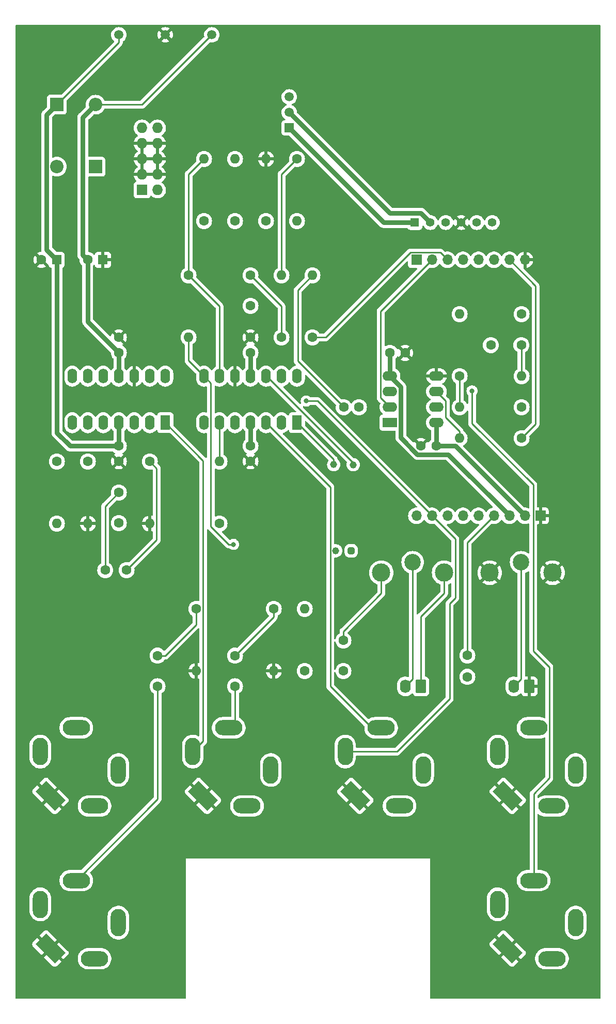
<source format=gtl>
G04 #@! TF.GenerationSoftware,KiCad,Pcbnew,7.0.2-6a45011f42~172~ubuntu22.04.1*
G04 #@! TF.CreationDate,2023-05-05T21:01:44-04:00*
G04 #@! TF.ProjectId,springReverbRev2_BackPCB,73707269-6e67-4526-9576-657262526576,rev?*
G04 #@! TF.SameCoordinates,Original*
G04 #@! TF.FileFunction,Copper,L1,Top*
G04 #@! TF.FilePolarity,Positive*
%FSLAX46Y46*%
G04 Gerber Fmt 4.6, Leading zero omitted, Abs format (unit mm)*
G04 Created by KiCad (PCBNEW 7.0.2-6a45011f42~172~ubuntu22.04.1) date 2023-05-05 21:01:44*
%MOMM*%
%LPD*%
G01*
G04 APERTURE LIST*
G04 Aperture macros list*
%AMRoundRect*
0 Rectangle with rounded corners*
0 $1 Rounding radius*
0 $2 $3 $4 $5 $6 $7 $8 $9 X,Y pos of 4 corners*
0 Add a 4 corners polygon primitive as box body*
4,1,4,$2,$3,$4,$5,$6,$7,$8,$9,$2,$3,0*
0 Add four circle primitives for the rounded corners*
1,1,$1+$1,$2,$3*
1,1,$1+$1,$4,$5*
1,1,$1+$1,$6,$7*
1,1,$1+$1,$8,$9*
0 Add four rect primitives between the rounded corners*
20,1,$1+$1,$2,$3,$4,$5,0*
20,1,$1+$1,$4,$5,$6,$7,0*
20,1,$1+$1,$6,$7,$8,$9,0*
20,1,$1+$1,$8,$9,$2,$3,0*%
%AMRotRect*
0 Rectangle, with rotation*
0 The origin of the aperture is its center*
0 $1 length*
0 $2 width*
0 $3 Rotation angle, in degrees counterclockwise*
0 Add horizontal line*
21,1,$1,$2,0,0,$3*%
G04 Aperture macros list end*
G04 #@! TA.AperFunction,ComponentPad*
%ADD10R,1.700000X1.700000*%
G04 #@! TD*
G04 #@! TA.AperFunction,ComponentPad*
%ADD11O,1.700000X1.700000*%
G04 #@! TD*
G04 #@! TA.AperFunction,ComponentPad*
%ADD12O,2.500000X4.500001*%
G04 #@! TD*
G04 #@! TA.AperFunction,ComponentPad*
%ADD13O,4.500001X2.500001*%
G04 #@! TD*
G04 #@! TA.AperFunction,ComponentPad*
%ADD14RotRect,4.500001X2.500001X315.000000*%
G04 #@! TD*
G04 #@! TA.AperFunction,ComponentPad*
%ADD15O,4.500000X2.500000*%
G04 #@! TD*
G04 #@! TA.AperFunction,ComponentPad*
%ADD16O,2.500000X4.500000*%
G04 #@! TD*
G04 #@! TA.AperFunction,ComponentPad*
%ADD17C,1.600000*%
G04 #@! TD*
G04 #@! TA.AperFunction,ComponentPad*
%ADD18O,1.600000X1.600000*%
G04 #@! TD*
G04 #@! TA.AperFunction,ComponentPad*
%ADD19C,1.500000*%
G04 #@! TD*
G04 #@! TA.AperFunction,ComponentPad*
%ADD20R,2.400000X1.600000*%
G04 #@! TD*
G04 #@! TA.AperFunction,ComponentPad*
%ADD21O,2.400000X1.600000*%
G04 #@! TD*
G04 #@! TA.AperFunction,ComponentPad*
%ADD22C,3.000000*%
G04 #@! TD*
G04 #@! TA.AperFunction,ComponentPad*
%ADD23C,2.700000*%
G04 #@! TD*
G04 #@! TA.AperFunction,ComponentPad*
%ADD24R,1.600000X1.600000*%
G04 #@! TD*
G04 #@! TA.AperFunction,ComponentPad*
%ADD25R,1.422400X1.422400*%
G04 #@! TD*
G04 #@! TA.AperFunction,ComponentPad*
%ADD26C,1.422400*%
G04 #@! TD*
G04 #@! TA.AperFunction,ComponentPad*
%ADD27RoundRect,0.287500X0.287500X-0.287500X0.287500X0.287500X-0.287500X0.287500X-0.287500X-0.287500X0*%
G04 #@! TD*
G04 #@! TA.AperFunction,ComponentPad*
%ADD28C,1.150000*%
G04 #@! TD*
G04 #@! TA.AperFunction,ComponentPad*
%ADD29R,1.600000X2.400000*%
G04 #@! TD*
G04 #@! TA.AperFunction,ComponentPad*
%ADD30O,1.600000X2.400000*%
G04 #@! TD*
G04 #@! TA.AperFunction,ComponentPad*
%ADD31R,1.500000X1.500000*%
G04 #@! TD*
G04 #@! TA.AperFunction,ComponentPad*
%ADD32RoundRect,0.250000X0.620000X0.850000X-0.620000X0.850000X-0.620000X-0.850000X0.620000X-0.850000X0*%
G04 #@! TD*
G04 #@! TA.AperFunction,ComponentPad*
%ADD33O,1.740000X2.200000*%
G04 #@! TD*
G04 #@! TA.AperFunction,ComponentPad*
%ADD34R,1.727200X1.727200*%
G04 #@! TD*
G04 #@! TA.AperFunction,ComponentPad*
%ADD35O,1.727200X1.727200*%
G04 #@! TD*
G04 #@! TA.AperFunction,ComponentPad*
%ADD36R,2.200000X2.200000*%
G04 #@! TD*
G04 #@! TA.AperFunction,ComponentPad*
%ADD37O,2.200000X2.200000*%
G04 #@! TD*
G04 #@! TA.AperFunction,ViaPad*
%ADD38C,0.800000*%
G04 #@! TD*
G04 #@! TA.AperFunction,Conductor*
%ADD39C,0.750000*%
G04 #@! TD*
G04 #@! TA.AperFunction,Conductor*
%ADD40C,0.250000*%
G04 #@! TD*
G04 APERTURE END LIST*
D10*
G04 #@! TO.P,J910,1,Pin_1*
G04 #@! TO.N,Board_0-GND_B*
X188100000Y-100640000D03*
D11*
G04 #@! TO.P,J910,2,Pin_2*
G04 #@! TO.N,Board_0-+12V_B*
X185560000Y-100640000D03*
G04 #@! TO.P,J910,3,Pin_3*
G04 #@! TO.N,Board_0--12V_B*
X183020000Y-100640000D03*
G04 #@! TO.P,J910,4,Pin_4*
G04 #@! TO.N,Board_0-/Back board/TRIM_B*
X180480000Y-100640000D03*
G04 #@! TO.P,J910,5,Pin_5*
G04 #@! TO.N,Board_0-/Back board/VAC_AN_B*
X177940000Y-100640000D03*
G04 #@! TO.P,J910,6,Pin_6*
G04 #@! TO.N,Board_0-/Back board/VAC_CA_B*
X175400000Y-100640000D03*
G04 #@! TO.P,J910,7,Pin_7*
G04 #@! TO.N,Board_0-/Back board/MIXPOT_BRICK_B*
X172860000Y-100640000D03*
G04 #@! TO.P,J910,8,Pin_8*
G04 #@! TO.N,Board_0-/Back board/REVERB_RETURN*
X170320000Y-100640000D03*
G04 #@! TO.P,J910,9,Pin_9*
G04 #@! TO.N,Board_0-/Back board/MIXPOT_SPRING_B*
X167780000Y-100640000D03*
G04 #@! TD*
D12*
G04 #@! TO.P,J906,R*
G04 #@! TO.N,N/C*
X193900000Y-142250000D03*
D13*
G04 #@! TO.P,J906,RN*
X190000000Y-148150000D03*
D14*
G04 #@! TO.P,J906,S*
G04 #@! TO.N,Board_0-GND_B*
X182760000Y-146490000D03*
D15*
G04 #@! TO.P,J906,T*
G04 #@! TO.N,Board_0-/Back board/WET*
X187000000Y-135350000D03*
D16*
G04 #@! TO.P,J906,TN*
G04 #@! TO.N,N/C*
X181100000Y-139250000D03*
G04 #@! TD*
D12*
G04 #@! TO.P,J904,R*
G04 #@! TO.N,N/C*
X118900000Y-167250000D03*
D13*
G04 #@! TO.P,J904,RN*
X115000000Y-173150000D03*
D14*
G04 #@! TO.P,J904,S*
G04 #@! TO.N,Board_0-GND_B*
X107760000Y-171490000D03*
D15*
G04 #@! TO.P,J904,T*
G04 #@! TO.N,Board_0-/Back board/IN_1*
X112000000Y-160350000D03*
D16*
G04 #@! TO.P,J904,TN*
G04 #@! TO.N,N/C*
X106100000Y-164250000D03*
G04 #@! TD*
D12*
G04 #@! TO.P,J902,R*
G04 #@! TO.N,N/C*
X118900000Y-142250000D03*
D13*
G04 #@! TO.P,J902,RN*
X115000000Y-148150000D03*
D14*
G04 #@! TO.P,J902,S*
G04 #@! TO.N,Board_0-GND_B*
X107760000Y-146490000D03*
D15*
G04 #@! TO.P,J902,T*
G04 #@! TO.N,Board_0-/Back board/CV_IN*
X112000000Y-135350000D03*
D16*
G04 #@! TO.P,J902,TN*
G04 #@! TO.N,N/C*
X106100000Y-139250000D03*
G04 #@! TD*
D10*
G04 #@! TO.P,J908,1,Pin_1*
G04 #@! TO.N,Board_0-/Back board/EQ_POT_1_B*
X167780000Y-58730000D03*
D11*
G04 #@! TO.P,J908,2,Pin_2*
G04 #@! TO.N,Board_0-/Back board/EQ_POT_2_B*
X170320000Y-58730000D03*
G04 #@! TO.P,J908,3,Pin_3*
G04 #@! TO.N,Board_0-/Back board/EQ_POT_3_B*
X172860000Y-58730000D03*
G04 #@! TO.P,J908,4,Pin_4*
G04 #@! TO.N,Board_0-/Back board/CV_IN*
X175400000Y-58730000D03*
G04 #@! TO.P,J908,5,Pin_5*
G04 #@! TO.N,Board_0-/Back board/AUDIO_IN_1*
X177940000Y-58730000D03*
G04 #@! TO.P,J908,6,Pin_6*
G04 #@! TO.N,Board_0-/Back board/AUDIO_IN_2*
X180480000Y-58730000D03*
G04 #@! TO.P,J908,7,Pin_7*
G04 #@! TO.N,Board_0-/Back board/DRY_B*
X183020000Y-58730000D03*
G04 #@! TO.P,J908,8,Pin_8*
G04 #@! TO.N,Board_0-GND_B*
X185560000Y-58730000D03*
G04 #@! TD*
D12*
G04 #@! TO.P,J905,R*
G04 #@! TO.N,N/C*
X143900000Y-142250000D03*
D13*
G04 #@! TO.P,J905,RN*
X140000000Y-148150000D03*
D14*
G04 #@! TO.P,J905,S*
G04 #@! TO.N,Board_0-GND_B*
X132760000Y-146490000D03*
D15*
G04 #@! TO.P,J905,T*
G04 #@! TO.N,Board_0-/Back board/IN_2*
X137000000Y-135350000D03*
D16*
G04 #@! TO.P,J905,TN*
G04 #@! TO.N,Board_0-/Back board/WET*
X131100000Y-139250000D03*
G04 #@! TD*
D12*
G04 #@! TO.P,J901,R*
G04 #@! TO.N,N/C*
X168900000Y-142250000D03*
D13*
G04 #@! TO.P,J901,RN*
X165000000Y-148150000D03*
D14*
G04 #@! TO.P,J901,S*
G04 #@! TO.N,Board_0-GND_B*
X157760000Y-146490000D03*
D15*
G04 #@! TO.P,J901,T*
G04 #@! TO.N,Board_0-/Back board/XFADE*
X162000000Y-135350000D03*
D16*
G04 #@! TO.P,J901,TN*
G04 #@! TO.N,Board_0-/Back board/REVERB_RETURN*
X156100000Y-139250000D03*
G04 #@! TD*
D12*
G04 #@! TO.P,J903,R*
G04 #@! TO.N,N/C*
X193900000Y-167250000D03*
D13*
G04 #@! TO.P,J903,RN*
X190000000Y-173150000D03*
D14*
G04 #@! TO.P,J903,S*
G04 #@! TO.N,Board_0-GND_B*
X182760000Y-171490000D03*
D15*
G04 #@! TO.P,J903,T*
G04 #@! TO.N,Board_0-/Back board/MIX*
X187000000Y-160350000D03*
D16*
G04 #@! TO.P,J903,TN*
G04 #@! TO.N,N/C*
X181100000Y-164250000D03*
G04 #@! TD*
D17*
G04 #@! TO.P,R4,1*
G04 #@! TO.N,Board_0-/Back board/AUDIO_IN_1*
X131680000Y-115880000D03*
D18*
G04 #@! TO.P,R4,2*
G04 #@! TO.N,Board_0-GND_B*
X131680000Y-126040000D03*
G04 #@! TD*
D19*
G04 #@! TO.P,TP902,1,1*
G04 #@! TO.N,Board_0-GND_B*
X126600000Y-21900000D03*
G04 #@! TD*
D20*
G04 #@! TO.P,U7,1*
G04 #@! TO.N,Board_0-/Back board/REVERB_SEND*
X163440000Y-85390000D03*
D21*
G04 #@! TO.P,U7,2,-*
G04 #@! TO.N,Board_0-/Back board/EQ_POT_2_B*
X163440000Y-82850000D03*
G04 #@! TO.P,U7,3,+*
G04 #@! TO.N,Board_0-GND_B*
X163440000Y-80310000D03*
G04 #@! TO.P,U7,4,V-*
G04 #@! TO.N,Board_0--12V_B*
X163440000Y-77770000D03*
G04 #@! TO.P,U7,5,+*
G04 #@! TO.N,Board_0-GND_B*
X171060000Y-77770000D03*
G04 #@! TO.P,U7,6,-*
G04 #@! TO.N,Board_0-Net-(U7B--)*
X171060000Y-80310000D03*
G04 #@! TO.P,U7,7*
G04 #@! TO.N,Board_0-Net-(R10-Pad1)*
X171060000Y-82850000D03*
G04 #@! TO.P,U7,8,V+*
G04 #@! TO.N,Board_0-+12V_B*
X171060000Y-85390000D03*
G04 #@! TD*
D17*
G04 #@! TO.P,C101,1*
G04 #@! TO.N,Board_0-/Back board/TO_TANK*
X176130000Y-127000000D03*
G04 #@! TO.P,C101,2*
G04 #@! TO.N,Board_0-/Back board/TRIM_B*
X176130000Y-123500000D03*
G04 #@! TD*
D22*
G04 #@! TO.P,X101,S*
G04 #@! TO.N,Board_0-/Back board/TO_TANK_S_B*
X172320000Y-109960000D03*
X162020000Y-109960000D03*
D23*
G04 #@! TO.P,X101,T*
G04 #@! TO.N,Board_0-/Back board/TO_TANK*
X167170000Y-108260000D03*
G04 #@! TD*
D17*
G04 #@! TO.P,C107,1*
G04 #@! TO.N,Board_0-GND_B*
X140565000Y-71440000D03*
G04 #@! TO.P,C107,2*
G04 #@! TO.N,Board_0--12V_B*
X140565000Y-73940000D03*
G04 #@! TD*
D19*
G04 #@! TO.P,TP903,1,1*
G04 #@! TO.N,Board_0--12V_B*
X134220000Y-21900000D03*
G04 #@! TD*
D17*
G04 #@! TO.P,C104,1*
G04 #@! TO.N,Board_0-+12V_B*
X171010000Y-89210000D03*
G04 #@! TO.P,C104,2*
G04 #@! TO.N,Board_0-GND_B*
X168510000Y-89210000D03*
G04 #@! TD*
G04 #@! TO.P,R10,1*
G04 #@! TO.N,Board_0-Net-(R10-Pad1)*
X174860000Y-77780000D03*
D18*
G04 #@! TO.P,R10,2*
G04 #@! TO.N,Board_0-Net-(C3-Pad1)*
X185020000Y-77780000D03*
G04 #@! TD*
D17*
G04 #@! TO.P,R105,1*
G04 #@! TO.N,Board_0-Net-(Z$102-OUT2)*
X138030000Y-52380000D03*
D18*
G04 #@! TO.P,R105,2*
G04 #@! TO.N,Board_0-Net-(IC103C--)*
X138030000Y-42220000D03*
G04 #@! TD*
D19*
G04 #@! TO.P,TP901,1,1*
G04 #@! TO.N,Board_0-+12V_B*
X118980000Y-21900000D03*
G04 #@! TD*
D24*
G04 #@! TO.P,C103,1*
G04 #@! TO.N,Board_0-GND_B*
X116360000Y-58730000D03*
D17*
G04 #@! TO.P,C103,2*
G04 #@! TO.N,Board_0--12V_B*
X113860000Y-58730000D03*
G04 #@! TD*
D25*
G04 #@! TO.P,Z$102,1,+5VDC*
G04 #@! TO.N,Board_0-+5V*
X167510000Y-52620000D03*
D26*
G04 #@! TO.P,Z$102,2,PWR-GND*
G04 #@! TO.N,Board_0-/Back board/PWR_GND*
X170050000Y-52620000D03*
G04 #@! TO.P,Z$102,3,INPUT*
G04 #@! TO.N,Board_0-Net-(Z$102-INPUT)*
X172590000Y-52620000D03*
G04 #@! TO.P,Z$102,4,SIG-GND*
G04 #@! TO.N,Board_0-GND_B*
X175130000Y-52620000D03*
G04 #@! TO.P,Z$102,5,OUT2*
G04 #@! TO.N,Board_0-Net-(Z$102-OUT2)*
X177670000Y-52620000D03*
G04 #@! TO.P,Z$102,6,OUT1*
G04 #@! TO.N,Board_0-Net-(Z$102-OUT1)*
X180210000Y-52620000D03*
G04 #@! TD*
D17*
G04 #@! TO.P,C3,1*
G04 #@! TO.N,Board_0-Net-(C3-Pad1)*
X184980000Y-72700000D03*
G04 #@! TO.P,C3,2*
G04 #@! TO.N,Board_0-/Back board/EQ_POT_3_B*
X179980000Y-72700000D03*
G04 #@! TD*
G04 #@! TO.P,R102,1*
G04 #@! TO.N,Board_0-Net-(Z$102-INPUT)*
X143110000Y-52380000D03*
D18*
G04 #@! TO.P,R102,2*
G04 #@! TO.N,Board_0-GND_B*
X143110000Y-42220000D03*
G04 #@! TD*
D17*
G04 #@! TO.P,R104,1*
G04 #@! TO.N,Board_0-Net-(Z$102-OUT1)*
X132950000Y-52380000D03*
D18*
G04 #@! TO.P,R104,2*
G04 #@! TO.N,Board_0-Net-(IC103C--)*
X132950000Y-42220000D03*
G04 #@! TD*
D17*
G04 #@! TO.P,R11,1*
G04 #@! TO.N,Board_0-Net-(R10-Pad1)*
X185020000Y-67620000D03*
D18*
G04 #@! TO.P,R11,2*
G04 #@! TO.N,Board_0-/Back board/EQ_POT_1_B*
X174860000Y-67620000D03*
G04 #@! TD*
D17*
G04 #@! TO.P,R5,1*
G04 #@! TO.N,Board_0-/Back board/AUDIO_IN_2*
X144380000Y-115880000D03*
D18*
G04 #@! TO.P,R5,2*
G04 #@! TO.N,Board_0-GND_B*
X144380000Y-126040000D03*
G04 #@! TD*
D17*
G04 #@! TO.P,C109,1*
G04 #@! TO.N,Board_0-Net-(C109-Pad1)*
X120250000Y-109530000D03*
G04 #@! TO.P,C109,2*
G04 #@! TO.N,Board_0-Net-(IC102B--)*
X116750000Y-109530000D03*
G04 #@! TD*
D27*
G04 #@! TO.P,V101,1,-*
G04 #@! TO.N,Board_0-/Back board/VAC_CA_B*
X157080000Y-106370000D03*
D28*
G04 #@! TO.P,V101,2,+*
G04 #@! TO.N,Board_0-/Back board/VAC_AN_B*
X154540000Y-106370000D03*
G04 #@! TO.P,V101,3*
G04 #@! TO.N,Board_0-Net-(IC103D-+)*
X157410000Y-92283000D03*
G04 #@! TO.P,V101,4*
G04 #@! TO.N,Board_0-Net-(IC103A--)*
X154210000Y-92270000D03*
G04 #@! TD*
D17*
G04 #@! TO.P,R110,1*
G04 #@! TO.N,Board_0-Net-(IC103D-+)*
X135490000Y-101910000D03*
D18*
G04 #@! TO.P,R110,2*
G04 #@! TO.N,Board_0-Net-(IC103B--)*
X135490000Y-91750000D03*
G04 #@! TD*
D17*
G04 #@! TO.P,R18,1*
G04 #@! TO.N,Board_0-Net-(C4-Pad2)*
X145650000Y-71430000D03*
D18*
G04 #@! TO.P,R18,2*
G04 #@! TO.N,Board_0-/Back board/REVERB_SEND*
X145650000Y-61270000D03*
G04 #@! TD*
D29*
G04 #@! TO.P,IC103,1*
G04 #@! TO.N,Board_0-Net-(IC103A--)*
X148190000Y-85400000D03*
D30*
G04 #@! TO.P,IC103,2,-*
X145650000Y-85400000D03*
G04 #@! TO.P,IC103,3,+*
G04 #@! TO.N,Board_0-/Back board/XFADE*
X143110000Y-85400000D03*
G04 #@! TO.P,IC103,4,V+*
G04 #@! TO.N,Board_0-+12V_B*
X140570000Y-85400000D03*
G04 #@! TO.P,IC103,5,+*
G04 #@! TO.N,Board_0-/Back board/DRY_B*
X138030000Y-85400000D03*
G04 #@! TO.P,IC103,6,-*
G04 #@! TO.N,Board_0-Net-(IC103B--)*
X135490000Y-85400000D03*
G04 #@! TO.P,IC103,7*
X132950000Y-85400000D03*
G04 #@! TO.P,IC103,8*
G04 #@! TO.N,Board_0-/Back board/MIXPOT_BRICK_B*
X132950000Y-77780000D03*
G04 #@! TO.P,IC103,9,-*
G04 #@! TO.N,Board_0-Net-(IC103C--)*
X135490000Y-77780000D03*
G04 #@! TO.P,IC103,10,+*
G04 #@! TO.N,Board_0-GND_B*
X138030000Y-77780000D03*
G04 #@! TO.P,IC103,11,V-*
G04 #@! TO.N,Board_0--12V_B*
X140570000Y-77780000D03*
G04 #@! TO.P,IC103,12,+*
G04 #@! TO.N,Board_0-Net-(IC103D-+)*
X143110000Y-77780000D03*
G04 #@! TO.P,IC103,13,-*
G04 #@! TO.N,Board_0-/Back board/MIX*
X145650000Y-77780000D03*
G04 #@! TO.P,IC103,14*
X148190000Y-77780000D03*
G04 #@! TD*
D17*
G04 #@! TO.P,R3,1*
G04 #@! TO.N,Board_0-/Back board/DRY_B*
X185020000Y-87940000D03*
D18*
G04 #@! TO.P,R3,2*
G04 #@! TO.N,Board_0-Net-(U7B--)*
X174860000Y-87940000D03*
G04 #@! TD*
D29*
G04 #@! TO.P,IC102,1*
G04 #@! TO.N,Board_0-/Back board/WET*
X126600000Y-85400000D03*
D30*
G04 #@! TO.P,IC102,2,-*
X124060000Y-85400000D03*
G04 #@! TO.P,IC102,3,+*
G04 #@! TO.N,Board_0-/Back board/REVERB_RETURN*
X121520000Y-85400000D03*
G04 #@! TO.P,IC102,4,V+*
G04 #@! TO.N,Board_0-+12V_B*
X118980000Y-85400000D03*
G04 #@! TO.P,IC102,5,+*
G04 #@! TO.N,Board_0-/Back board/FROM_TANK*
X116440000Y-85400000D03*
G04 #@! TO.P,IC102,6,-*
G04 #@! TO.N,Board_0-Net-(IC102B--)*
X113900000Y-85400000D03*
G04 #@! TO.P,IC102,7*
G04 #@! TO.N,Board_0-/Back board/MIXPOT_SPRING_B*
X111360000Y-85400000D03*
G04 #@! TO.P,IC102,8*
G04 #@! TO.N,Board_0-/Back board/TO_TANK_S_B*
X111360000Y-77780000D03*
G04 #@! TO.P,IC102,9,-*
G04 #@! TO.N,Board_0-/Back board/TO_TANK*
X113900000Y-77780000D03*
G04 #@! TO.P,IC102,10,+*
G04 #@! TO.N,Board_0-/Back board/REVERB_SEND*
X116440000Y-77780000D03*
G04 #@! TO.P,IC102,11,V-*
G04 #@! TO.N,Board_0--12V_B*
X118980000Y-77780000D03*
G04 #@! TO.P,IC102,12,+*
G04 #@! TO.N,Board_0-GND_B*
X121520000Y-77780000D03*
G04 #@! TO.P,IC102,13,-*
G04 #@! TO.N,Board_0-Net-(IC102D--)*
X124060000Y-77780000D03*
G04 #@! TO.P,IC102,14*
X126600000Y-77780000D03*
G04 #@! TD*
D17*
G04 #@! TO.P,R109,1*
G04 #@! TO.N,Board_0-Net-(IC102B--)*
X108820000Y-91750000D03*
D18*
G04 #@! TO.P,R109,2*
G04 #@! TO.N,Board_0-/Back board/MIXPOT_SPRING_B*
X108820000Y-101910000D03*
G04 #@! TD*
D31*
G04 #@! TO.P,U901,1,VO*
G04 #@! TO.N,Board_0-+5V*
X146920000Y-37140000D03*
D19*
G04 #@! TO.P,U901,2,GND*
G04 #@! TO.N,Board_0-/Back board/PWR_GND*
X146920000Y-34600000D03*
G04 #@! TO.P,U901,3,VI*
G04 #@! TO.N,Board_0-+12V_B*
X146920000Y-32060000D03*
G04 #@! TD*
D22*
G04 #@! TO.P,X102,S*
G04 #@! TO.N,Board_0-GND_B*
X190100000Y-109960000D03*
X179800000Y-109960000D03*
D23*
G04 #@! TO.P,X102,T*
G04 #@! TO.N,Board_0-/Back board/FROM_TANK*
X184950000Y-108260000D03*
G04 #@! TD*
D17*
G04 #@! TO.P,R19,1*
G04 #@! TO.N,Board_0-/Back board/EQ_POT_3_B*
X150730000Y-71430000D03*
D18*
G04 #@! TO.P,R19,2*
G04 #@! TO.N,Board_0-/Back board/REVERB_SEND*
X150730000Y-61270000D03*
G04 #@! TD*
D17*
G04 #@! TO.P,R103,1*
G04 #@! TO.N,Board_0-Net-(C108-Pad2)*
X149460000Y-126040000D03*
D18*
G04 #@! TO.P,R103,2*
G04 #@! TO.N,Board_0-/Back board/TO_TANK*
X149460000Y-115880000D03*
G04 #@! TD*
D32*
G04 #@! TO.P,J912,1,Pin_1*
G04 #@! TO.N,Board_0-GND_B*
X186290000Y-128580000D03*
D33*
G04 #@! TO.P,J912,2,Pin_2*
G04 #@! TO.N,Board_0-/Back board/FROM_TANK*
X183750000Y-128580000D03*
G04 #@! TD*
D17*
G04 #@! TO.P,C110,1*
G04 #@! TO.N,Board_0-Net-(IC102B--)*
X118980000Y-96830000D03*
G04 #@! TO.P,C110,2*
G04 #@! TO.N,Board_0-/Back board/MIXPOT_SPRING_B*
X118980000Y-101830000D03*
G04 #@! TD*
G04 #@! TO.P,C4,1*
G04 #@! TO.N,Board_0-/Back board/EQ_POT_1_B*
X140570000Y-66270000D03*
G04 #@! TO.P,C4,2*
G04 #@! TO.N,Board_0-Net-(C4-Pad2)*
X140570000Y-61270000D03*
G04 #@! TD*
D34*
G04 #@! TO.P,SV101,1,-12V*
G04 #@! TO.N,Board_0-/-12V_INLET*
X122790000Y-47300000D03*
D35*
G04 #@! TO.P,SV101,2,-12V*
X125330000Y-47300000D03*
G04 #@! TO.P,SV101,3,GND*
G04 #@! TO.N,Board_0-GND_B*
X122790000Y-44760000D03*
G04 #@! TO.P,SV101,4,GND*
X125330000Y-44760000D03*
G04 #@! TO.P,SV101,5,GND*
X122790000Y-42220000D03*
G04 #@! TO.P,SV101,6,GND*
X125330000Y-42220000D03*
G04 #@! TO.P,SV101,7,GND*
X122790000Y-39680000D03*
G04 #@! TO.P,SV101,8,GND*
X125330000Y-39680000D03*
G04 #@! TO.P,SV101,9,+12V*
G04 #@! TO.N,Board_0-/+12V_INLET*
X122790000Y-37140000D03*
G04 #@! TO.P,SV101,10,+12V*
X125330000Y-37140000D03*
G04 #@! TD*
D36*
G04 #@! TO.P,D901,1,K*
G04 #@! TO.N,Board_0-+12V_B*
X108820000Y-33330000D03*
D37*
G04 #@! TO.P,D901,2,A*
G04 #@! TO.N,Board_0-/+12V_INLET*
X108820000Y-43490000D03*
G04 #@! TD*
D17*
G04 #@! TO.P,R101,1*
G04 #@! TO.N,Board_0-/Back board/REVERB_SEND*
X148190000Y-42220000D03*
D18*
G04 #@! TO.P,R101,2*
G04 #@! TO.N,Board_0-Net-(Z$102-INPUT)*
X148190000Y-52380000D03*
G04 #@! TD*
D17*
G04 #@! TO.P,R106,1*
G04 #@! TO.N,Board_0-/Back board/FROM_TANK*
X113900000Y-91750000D03*
D18*
G04 #@! TO.P,R106,2*
G04 #@! TO.N,Board_0-GND_B*
X113900000Y-101910000D03*
G04 #@! TD*
D17*
G04 #@! TO.P,R107,1*
G04 #@! TO.N,Board_0-Net-(C109-Pad1)*
X124060000Y-91750000D03*
D18*
G04 #@! TO.P,R107,2*
G04 #@! TO.N,Board_0-GND_B*
X124060000Y-101910000D03*
G04 #@! TD*
D17*
G04 #@! TO.P,C5,1*
G04 #@! TO.N,Board_0-/Back board/EQ_POT_2_B*
X158350000Y-82860000D03*
G04 #@! TO.P,C5,2*
G04 #@! TO.N,Board_0-/Back board/REVERB_SEND*
X155850000Y-82860000D03*
G04 #@! TD*
G04 #@! TO.P,R108,1*
G04 #@! TO.N,Board_0-Net-(IC103C--)*
X130410000Y-61270000D03*
D18*
G04 #@! TO.P,R108,2*
G04 #@! TO.N,Board_0-/Back board/MIXPOT_BRICK_B*
X130410000Y-71430000D03*
G04 #@! TD*
D36*
G04 #@! TO.P,D902,1,K*
G04 #@! TO.N,Board_0-/-12V_INLET*
X115165000Y-43500000D03*
D37*
G04 #@! TO.P,D902,2,A*
G04 #@! TO.N,Board_0--12V_B*
X115165000Y-33340000D03*
G04 #@! TD*
D17*
G04 #@! TO.P,C106,1*
G04 #@! TO.N,Board_0-+12V_B*
X118975000Y-89220000D03*
G04 #@! TO.P,C106,2*
G04 #@! TO.N,Board_0-GND_B*
X118975000Y-91720000D03*
G04 #@! TD*
G04 #@! TO.P,R6,1*
G04 #@! TO.N,Board_0-Net-(U7B--)*
X185020000Y-82860000D03*
D18*
G04 #@! TO.P,R6,2*
G04 #@! TO.N,Board_0-Net-(R10-Pad1)*
X174860000Y-82860000D03*
G04 #@! TD*
D17*
G04 #@! TO.P,C1,1*
G04 #@! TO.N,Board_0-/Back board/AUDIO_IN_1*
X125330000Y-123540000D03*
G04 #@! TO.P,C1,2*
G04 #@! TO.N,Board_0-/Back board/IN_1*
X125330000Y-128540000D03*
G04 #@! TD*
G04 #@! TO.P,C105,1*
G04 #@! TO.N,Board_0-GND_B*
X165930000Y-73970000D03*
G04 #@! TO.P,C105,2*
G04 #@! TO.N,Board_0--12V_B*
X163430000Y-73970000D03*
G04 #@! TD*
G04 #@! TO.P,C901,1*
G04 #@! TO.N,Board_0-GND_B*
X118975000Y-71440000D03*
G04 #@! TO.P,C901,2*
G04 #@! TO.N,Board_0--12V_B*
X118975000Y-73940000D03*
G04 #@! TD*
G04 #@! TO.P,C2,1*
G04 #@! TO.N,Board_0-/Back board/AUDIO_IN_2*
X138030000Y-123540000D03*
G04 #@! TO.P,C2,2*
G04 #@! TO.N,Board_0-/Back board/IN_2*
X138030000Y-128540000D03*
G04 #@! TD*
D24*
G04 #@! TO.P,C102,1*
G04 #@! TO.N,Board_0-+12V_B*
X108780000Y-58730000D03*
D17*
G04 #@! TO.P,C102,2*
G04 #@! TO.N,Board_0-GND_B*
X106280000Y-58730000D03*
G04 #@! TD*
G04 #@! TO.P,C902,1*
G04 #@! TO.N,Board_0-+12V_B*
X140565000Y-89220000D03*
G04 #@! TO.P,C902,2*
G04 #@! TO.N,Board_0-GND_B*
X140565000Y-91720000D03*
G04 #@! TD*
G04 #@! TO.P,C108,1*
G04 #@! TO.N,Board_0-/Back board/TO_TANK_S_B*
X155810000Y-121040000D03*
G04 #@! TO.P,C108,2*
G04 #@! TO.N,Board_0-Net-(C108-Pad2)*
X155810000Y-126040000D03*
G04 #@! TD*
D32*
G04 #@! TO.P,J911,1,Pin_1*
G04 #@! TO.N,Board_0-/Back board/TO_TANK_S_B*
X168510000Y-128580000D03*
D33*
G04 #@! TO.P,J911,2,Pin_2*
G04 #@! TO.N,Board_0-/Back board/TO_TANK*
X165970000Y-128580000D03*
G04 #@! TD*
D38*
G04 #@! TO.N,Board_0-/Back board/MIX*
X176892000Y-80193000D03*
G04 #@! TO.N,Board_0-/Back board/MIXPOT_BRICK_B*
X137780299Y-105334701D03*
G04 #@! TO.N,Board_0-/Back board/REVERB_RETURN*
X149714000Y-81844000D03*
G04 #@! TD*
D39*
G04 #@! TO.N,Board_0-+12V_B*
X107145000Y-57095000D02*
X108820000Y-58770000D01*
X140565000Y-89220000D02*
X140565000Y-85405000D01*
X174130000Y-89210000D02*
X171010000Y-89210000D01*
X108820000Y-33330000D02*
X107145000Y-35005000D01*
X108820000Y-58770000D02*
X108820000Y-87051000D01*
X118975000Y-89220000D02*
X118975000Y-85405000D01*
X107145000Y-35005000D02*
X107145000Y-57095000D01*
X108820000Y-87051000D02*
X110989000Y-89220000D01*
X171060000Y-89160000D02*
X171010000Y-89210000D01*
X110989000Y-89220000D02*
X118975000Y-89220000D01*
X171060000Y-85390000D02*
X171060000Y-89160000D01*
D40*
X118980000Y-21900000D02*
X118980000Y-23170000D01*
X118980000Y-23170000D02*
X108820000Y-33330000D01*
D39*
X185560000Y-100640000D02*
X174130000Y-89210000D01*
G04 #@! TO.N,Board_0-+5V*
X167510000Y-52620000D02*
X162400000Y-52620000D01*
X162400000Y-52620000D02*
X146920000Y-37140000D01*
G04 #@! TO.N,Board_0--12V_B*
X165215000Y-79545000D02*
X163440000Y-77770000D01*
X113860000Y-68825000D02*
X118975000Y-73940000D01*
X163430000Y-77760000D02*
X163440000Y-77770000D01*
X172965000Y-90585000D02*
X167940456Y-90585000D01*
X118975000Y-73940000D02*
X118975000Y-77775000D01*
X140565000Y-73940000D02*
X140565000Y-77775000D01*
D40*
X122780000Y-33340000D02*
X115165000Y-33340000D01*
D39*
X183020000Y-100640000D02*
X172965000Y-90585000D01*
X113060001Y-57930001D02*
X113860000Y-58730000D01*
X165215000Y-87859544D02*
X165215000Y-79545000D01*
X167940456Y-90585000D02*
X165215000Y-87859544D01*
X115165000Y-33340000D02*
X113060001Y-35444999D01*
X113060001Y-35444999D02*
X113060001Y-57930001D01*
D40*
X134220000Y-21900000D02*
X122780000Y-33340000D01*
D39*
X163430000Y-73970000D02*
X163430000Y-77760000D01*
X113860000Y-58730000D02*
X113860000Y-68825000D01*
D40*
G04 #@! TO.N,Board_0-/Back board/AUDIO_IN_1*
X131680000Y-115880000D02*
X131680000Y-118460000D01*
X131680000Y-118460000D02*
X126600000Y-123540000D01*
X126600000Y-123540000D02*
X125330000Y-123540000D01*
G04 #@! TO.N,Board_0-/Back board/AUDIO_IN_2*
X144380000Y-115880000D02*
X144380000Y-117190000D01*
X144380000Y-117190000D02*
X138030000Y-123540000D01*
G04 #@! TO.N,Board_0-/Back board/DRY_B*
X183020000Y-58730000D02*
X187306000Y-63016000D01*
X187306000Y-63016000D02*
X187306000Y-85654000D01*
X187306000Y-85654000D02*
X185020000Y-87940000D01*
G04 #@! TO.N,Board_0-/Back board/EQ_POT_2_B*
X170320000Y-58730000D02*
X161915000Y-67135000D01*
X161915000Y-81325000D02*
X163440000Y-82850000D01*
X161915000Y-67135000D02*
X161915000Y-81325000D01*
G04 #@! TO.N,Board_0-/Back board/EQ_POT_3_B*
X166764000Y-57555000D02*
X152889000Y-71430000D01*
X152889000Y-71430000D02*
X150730000Y-71430000D01*
X172860000Y-58730000D02*
X171685000Y-57555000D01*
X171685000Y-57555000D02*
X166764000Y-57555000D01*
G04 #@! TO.N,Board_0-/Back board/FROM_TANK*
X184950000Y-127380000D02*
X183750000Y-128580000D01*
X184950000Y-108260000D02*
X184950000Y-127380000D01*
G04 #@! TO.N,Board_0-/Back board/IN_1*
X125330000Y-128540000D02*
X125330000Y-147020000D01*
X125330000Y-147020000D02*
X112000000Y-160350000D01*
G04 #@! TO.N,Board_0-/Back board/IN_2*
X138030000Y-134320000D02*
X137000000Y-135350000D01*
X138030000Y-128540000D02*
X138030000Y-134320000D01*
G04 #@! TO.N,Board_0-/Back board/MIX*
X187000000Y-160350000D02*
X187000000Y-146158000D01*
X189575000Y-143583000D02*
X189575000Y-125415940D01*
X189575000Y-125415940D02*
X186925000Y-122765940D01*
X186925000Y-122765940D02*
X186925000Y-95560000D01*
X176892000Y-85527000D02*
X176892000Y-80193000D01*
X187000000Y-146158000D02*
X189575000Y-143583000D01*
X186925000Y-95560000D02*
X176892000Y-85527000D01*
G04 #@! TO.N,Board_0-/Back board/MIXPOT_BRICK_B*
X134075000Y-78905000D02*
X134075000Y-102400000D01*
X130410000Y-71430000D02*
X130410000Y-75240000D01*
X132950000Y-77780000D02*
X134075000Y-78905000D01*
X134075000Y-102400000D02*
X137009701Y-105334701D01*
X137009701Y-105334701D02*
X137780299Y-105334701D01*
X130410000Y-75240000D02*
X132950000Y-77780000D01*
D39*
G04 #@! TO.N,Board_0-/Back board/PWR_GND*
X170050000Y-52620000D02*
X168540000Y-51110000D01*
X163430000Y-51110000D02*
X146920000Y-34600000D01*
X168540000Y-51110000D02*
X163430000Y-51110000D01*
D40*
G04 #@! TO.N,Board_0-/Back board/REVERB_RETURN*
X174145000Y-104465000D02*
X174145000Y-114095940D01*
X170320000Y-100640000D02*
X151524000Y-81844000D01*
X173209000Y-130612000D02*
X164571000Y-139250000D01*
X170320000Y-100640000D02*
X174145000Y-104465000D01*
X164571000Y-139250000D02*
X156100000Y-139250000D01*
X174145000Y-114095940D02*
X173209000Y-115031940D01*
X151524000Y-81844000D02*
X149714000Y-81844000D01*
X173209000Y-115031940D02*
X173209000Y-130612000D01*
G04 #@! TO.N,Board_0-/Back board/REVERB_SEND*
X148317000Y-63683000D02*
X148317000Y-75327000D01*
X148317000Y-75327000D02*
X155850000Y-82860000D01*
X150730000Y-61270000D02*
X148317000Y-63683000D01*
X145650000Y-44760000D02*
X145650000Y-61270000D01*
X148190000Y-42220000D02*
X145650000Y-44760000D01*
G04 #@! TO.N,Board_0-/Back board/TO_TANK*
X167170000Y-127380000D02*
X165970000Y-128580000D01*
X167170000Y-108260000D02*
X167170000Y-127380000D01*
G04 #@! TO.N,Board_0-/Back board/TO_TANK_S_B*
X155810000Y-119550000D02*
X162020000Y-113340000D01*
X168510000Y-117150000D02*
X168510000Y-128580000D01*
X172320000Y-109960000D02*
X172320000Y-113340000D01*
X155810000Y-121040000D02*
X155810000Y-119550000D01*
X172320000Y-113340000D02*
X168510000Y-117150000D01*
X162020000Y-113340000D02*
X162020000Y-109960000D01*
G04 #@! TO.N,Board_0-/Back board/TRIM_B*
X176130000Y-123500000D02*
X176130000Y-104990000D01*
X176130000Y-104990000D02*
X180480000Y-100640000D01*
G04 #@! TO.N,Board_0-/Back board/WET*
X126600000Y-85400000D02*
X132805000Y-91605000D01*
X132805000Y-137545000D02*
X131100000Y-139250000D01*
X132805000Y-91605000D02*
X132805000Y-137545000D01*
G04 #@! TO.N,Board_0-/Back board/XFADE*
X160421000Y-135350000D02*
X153640000Y-128569000D01*
X162000000Y-135350000D02*
X160421000Y-135350000D01*
X153640000Y-95930000D02*
X143110000Y-85400000D01*
X153640000Y-128569000D02*
X153640000Y-95930000D01*
G04 #@! TO.N,Board_0-Net-(C109-Pad1)*
X125185000Y-104595000D02*
X125185000Y-92875000D01*
X125185000Y-92875000D02*
X124060000Y-91750000D01*
X120250000Y-109530000D02*
X125185000Y-104595000D01*
G04 #@! TO.N,Board_0-Net-(C3-Pad1)*
X184980000Y-72700000D02*
X184980000Y-77740000D01*
X184980000Y-77740000D02*
X185020000Y-77780000D01*
G04 #@! TO.N,Board_0-Net-(C4-Pad2)*
X140570000Y-61270000D02*
X145650000Y-66350000D01*
X145650000Y-66350000D02*
X145650000Y-71430000D01*
G04 #@! TO.N,Board_0-Net-(IC102B--)*
X116750000Y-99060000D02*
X118980000Y-96830000D01*
X116750000Y-109530000D02*
X116750000Y-99060000D01*
G04 #@! TO.N,Board_0-Net-(IC103A--)*
X154210000Y-92270000D02*
X154210000Y-91420000D01*
X154210000Y-91420000D02*
X148190000Y-85400000D01*
G04 #@! TO.N,Board_0-Net-(IC103B--)*
X135490000Y-85400000D02*
X135490000Y-91750000D01*
G04 #@! TO.N,Board_0-Net-(IC103C--)*
X135490000Y-66350000D02*
X135490000Y-77780000D01*
X130410000Y-61270000D02*
X135490000Y-66350000D01*
X130410000Y-44760000D02*
X130410000Y-61270000D01*
X132950000Y-42220000D02*
X130410000Y-44760000D01*
G04 #@! TO.N,Board_0-Net-(IC103D-+)*
X143220000Y-77780000D02*
X143110000Y-77780000D01*
X157410000Y-91970000D02*
X143220000Y-77780000D01*
X157410000Y-92283000D02*
X157410000Y-91970000D01*
G04 #@! TO.N,Board_0-Net-(R10-Pad1)*
X174860000Y-77780000D02*
X174860000Y-82860000D01*
G04 #@! TO.N,Board_0-Net-(U7B--)*
X172585000Y-84533630D02*
X172585000Y-81835000D01*
X174860000Y-86808630D02*
X172585000Y-84533630D01*
X172585000Y-81835000D02*
X171060000Y-80310000D01*
X174860000Y-87940000D02*
X174860000Y-86808630D01*
G04 #@! TD*
G04 #@! TA.AperFunction,Conductor*
G04 #@! TO.N,Board_0-GND_B*
G36*
X197911500Y-20292381D02*
G01*
X197957619Y-20338500D01*
X197974500Y-20401500D01*
X197974500Y-179598500D01*
X197957619Y-179661500D01*
X197911500Y-179707619D01*
X197848500Y-179724500D01*
X170151500Y-179724500D01*
X170088500Y-179707619D01*
X170042381Y-179661500D01*
X170025500Y-179598500D01*
X170025500Y-172912700D01*
X181696510Y-172912700D01*
X183142249Y-174358439D01*
X183189636Y-174396626D01*
X183322517Y-174457310D01*
X183467107Y-174478099D01*
X183611696Y-174457310D01*
X183744576Y-174396626D01*
X183791960Y-174358442D01*
X184530596Y-173619806D01*
X184530596Y-173619805D01*
X184192572Y-173281781D01*
X187241500Y-173281781D01*
X187280782Y-173542400D01*
X187345800Y-173753187D01*
X187358467Y-173794251D01*
X187472825Y-174031717D01*
X187621291Y-174249477D01*
X187621294Y-174249481D01*
X187800562Y-174442686D01*
X188006624Y-174607015D01*
X188234876Y-174738796D01*
X188480220Y-174835087D01*
X188737174Y-174893735D01*
X188934200Y-174908500D01*
X191065796Y-174908500D01*
X191065800Y-174908500D01*
X191262826Y-174893735D01*
X191519780Y-174835087D01*
X191765124Y-174738796D01*
X191993376Y-174607015D01*
X192199438Y-174442686D01*
X192378706Y-174249481D01*
X192527176Y-174031716D01*
X192641532Y-173794254D01*
X192719218Y-173542400D01*
X192758500Y-173281781D01*
X192758500Y-173018219D01*
X192719218Y-172757600D01*
X192641532Y-172505746D01*
X192527176Y-172268285D01*
X192378706Y-172050519D01*
X192199438Y-171857314D01*
X191993376Y-171692985D01*
X191765124Y-171561204D01*
X191765123Y-171561203D01*
X191519781Y-171464913D01*
X191262827Y-171406265D01*
X191223420Y-171403312D01*
X191065800Y-171391500D01*
X188934200Y-171391500D01*
X188802849Y-171401343D01*
X188737172Y-171406265D01*
X188480218Y-171464913D01*
X188234875Y-171561204D01*
X188006627Y-171692983D01*
X187800563Y-171857313D01*
X187621290Y-172050523D01*
X187472824Y-172268283D01*
X187358467Y-172505745D01*
X187284974Y-172744007D01*
X187280782Y-172757600D01*
X187241500Y-173018219D01*
X187241500Y-173281781D01*
X184192572Y-173281781D01*
X182760001Y-171849210D01*
X182759999Y-171849210D01*
X181696510Y-172912698D01*
X181696510Y-172912700D01*
X170025500Y-172912700D01*
X170025500Y-170782893D01*
X179771900Y-170782893D01*
X179792689Y-170927482D01*
X179853373Y-171060363D01*
X179891560Y-171107750D01*
X181337299Y-172553489D01*
X181337301Y-172553489D01*
X182400790Y-171490001D01*
X183119210Y-171490001D01*
X184889805Y-173260596D01*
X184889806Y-173260596D01*
X185628442Y-172521960D01*
X185666626Y-172474576D01*
X185727310Y-172341696D01*
X185748099Y-172197107D01*
X185727310Y-172052517D01*
X185666626Y-171919636D01*
X185628439Y-171872249D01*
X184182700Y-170426510D01*
X184182698Y-170426510D01*
X183119210Y-171489999D01*
X183119210Y-171490001D01*
X182400790Y-171490001D01*
X182400790Y-171489999D01*
X180630194Y-169719403D01*
X180630193Y-169719403D01*
X179891556Y-170458041D01*
X179853373Y-170505423D01*
X179792689Y-170638303D01*
X179771900Y-170782893D01*
X170025500Y-170782893D01*
X170025500Y-169360194D01*
X180989403Y-169360194D01*
X182759999Y-171130790D01*
X182760001Y-171130790D01*
X183823489Y-170067301D01*
X183823489Y-170067299D01*
X182377750Y-168621560D01*
X182330363Y-168583373D01*
X182197482Y-168522689D01*
X182052893Y-168501900D01*
X181908303Y-168522689D01*
X181775423Y-168583373D01*
X181728041Y-168621556D01*
X180989403Y-169360193D01*
X180989403Y-169360194D01*
X170025500Y-169360194D01*
X170025500Y-168315800D01*
X192141500Y-168315800D01*
X192156265Y-168512826D01*
X192214913Y-168769780D01*
X192311204Y-169015124D01*
X192442985Y-169243376D01*
X192607314Y-169449438D01*
X192800519Y-169628706D01*
X193018284Y-169777176D01*
X193141389Y-169836460D01*
X193255745Y-169891532D01*
X193311913Y-169908857D01*
X193507600Y-169969218D01*
X193768219Y-170008500D01*
X194031779Y-170008500D01*
X194031781Y-170008500D01*
X194292400Y-169969218D01*
X194544254Y-169891532D01*
X194781715Y-169777176D01*
X194999481Y-169628706D01*
X195192686Y-169449438D01*
X195357015Y-169243376D01*
X195488796Y-169015124D01*
X195585087Y-168769780D01*
X195643735Y-168512826D01*
X195658500Y-168315800D01*
X195658500Y-166184200D01*
X195643735Y-165987174D01*
X195585087Y-165730220D01*
X195488796Y-165484876D01*
X195357015Y-165256624D01*
X195192686Y-165050562D01*
X194999481Y-164871294D01*
X194999477Y-164871291D01*
X194999476Y-164871290D01*
X194781716Y-164722824D01*
X194544254Y-164608467D01*
X194362159Y-164552299D01*
X194292400Y-164530782D01*
X194031781Y-164491500D01*
X193768219Y-164491500D01*
X193507600Y-164530782D01*
X193507596Y-164530783D01*
X193507597Y-164530783D01*
X193255748Y-164608467D01*
X193018282Y-164722825D01*
X192800522Y-164871291D01*
X192607313Y-165050563D01*
X192442983Y-165256627D01*
X192311204Y-165484875D01*
X192214913Y-165730218D01*
X192205883Y-165769780D01*
X192156265Y-165987174D01*
X192141500Y-166184200D01*
X192141500Y-168315800D01*
X170025500Y-168315800D01*
X170025500Y-165315796D01*
X179341500Y-165315796D01*
X179356265Y-165512827D01*
X179405883Y-165730220D01*
X179414913Y-165769780D01*
X179511204Y-166015124D01*
X179642985Y-166243376D01*
X179807314Y-166449438D01*
X180000519Y-166628706D01*
X180218284Y-166777176D01*
X180341388Y-166836460D01*
X180455745Y-166891532D01*
X180511913Y-166908857D01*
X180707600Y-166969218D01*
X180968219Y-167008500D01*
X181231779Y-167008500D01*
X181231781Y-167008500D01*
X181492400Y-166969218D01*
X181744254Y-166891532D01*
X181981715Y-166777176D01*
X182199481Y-166628706D01*
X182392686Y-166449438D01*
X182557015Y-166243376D01*
X182688796Y-166015124D01*
X182785087Y-165769780D01*
X182843735Y-165512826D01*
X182858500Y-165315800D01*
X182858500Y-163184200D01*
X182843735Y-162987174D01*
X182785087Y-162730220D01*
X182688796Y-162484876D01*
X182557015Y-162256624D01*
X182392686Y-162050562D01*
X182199481Y-161871294D01*
X182199477Y-161871291D01*
X182199476Y-161871290D01*
X181981716Y-161722824D01*
X181744254Y-161608467D01*
X181562159Y-161552299D01*
X181492400Y-161530782D01*
X181231781Y-161491500D01*
X180968219Y-161491500D01*
X180707600Y-161530782D01*
X180707596Y-161530783D01*
X180707597Y-161530783D01*
X180455748Y-161608467D01*
X180218282Y-161722825D01*
X180000522Y-161871291D01*
X179807313Y-162050563D01*
X179642983Y-162256627D01*
X179511204Y-162484875D01*
X179414913Y-162730218D01*
X179356265Y-162987172D01*
X179341500Y-163184204D01*
X179341500Y-165315796D01*
X170025500Y-165315796D01*
X170025500Y-156780137D01*
X170027601Y-156769575D01*
X170027601Y-156750000D01*
X170019517Y-156730483D01*
X170005072Y-156724500D01*
X170000000Y-156722399D01*
X169980426Y-156722399D01*
X169969864Y-156724500D01*
X130030136Y-156724500D01*
X130019574Y-156722399D01*
X130000000Y-156722399D01*
X129994928Y-156724500D01*
X129980482Y-156730483D01*
X129972399Y-156750000D01*
X129972399Y-156769575D01*
X129974500Y-156780137D01*
X129974500Y-179598500D01*
X129957619Y-179661500D01*
X129911500Y-179707619D01*
X129848500Y-179724500D01*
X102151500Y-179724500D01*
X102088500Y-179707619D01*
X102042381Y-179661500D01*
X102025500Y-179598500D01*
X102025500Y-172912700D01*
X106696510Y-172912700D01*
X108142249Y-174358439D01*
X108189636Y-174396626D01*
X108322517Y-174457310D01*
X108467107Y-174478099D01*
X108611696Y-174457310D01*
X108744576Y-174396626D01*
X108791960Y-174358442D01*
X109530596Y-173619806D01*
X109530596Y-173619805D01*
X109192572Y-173281781D01*
X112241500Y-173281781D01*
X112280782Y-173542400D01*
X112345800Y-173753187D01*
X112358467Y-173794251D01*
X112472825Y-174031717D01*
X112621291Y-174249477D01*
X112621294Y-174249481D01*
X112800562Y-174442686D01*
X113006624Y-174607015D01*
X113234876Y-174738796D01*
X113480220Y-174835087D01*
X113737174Y-174893735D01*
X113934200Y-174908500D01*
X116065796Y-174908500D01*
X116065800Y-174908500D01*
X116262826Y-174893735D01*
X116519780Y-174835087D01*
X116765124Y-174738796D01*
X116993376Y-174607015D01*
X117199438Y-174442686D01*
X117378706Y-174249481D01*
X117527176Y-174031716D01*
X117641532Y-173794254D01*
X117719218Y-173542400D01*
X117758500Y-173281781D01*
X117758500Y-173018219D01*
X117719218Y-172757600D01*
X117641532Y-172505746D01*
X117527176Y-172268285D01*
X117378706Y-172050519D01*
X117199438Y-171857314D01*
X116993376Y-171692985D01*
X116765124Y-171561204D01*
X116765123Y-171561203D01*
X116519781Y-171464913D01*
X116262827Y-171406265D01*
X116223420Y-171403312D01*
X116065800Y-171391500D01*
X113934200Y-171391500D01*
X113802849Y-171401343D01*
X113737172Y-171406265D01*
X113480218Y-171464913D01*
X113234875Y-171561204D01*
X113006627Y-171692983D01*
X112800563Y-171857313D01*
X112621290Y-172050523D01*
X112472824Y-172268283D01*
X112358467Y-172505745D01*
X112284974Y-172744007D01*
X112280782Y-172757600D01*
X112241500Y-173018219D01*
X112241500Y-173281781D01*
X109192572Y-173281781D01*
X107760001Y-171849210D01*
X107759999Y-171849210D01*
X106696510Y-172912698D01*
X106696510Y-172912700D01*
X102025500Y-172912700D01*
X102025500Y-170782893D01*
X104771900Y-170782893D01*
X104792689Y-170927482D01*
X104853373Y-171060363D01*
X104891560Y-171107750D01*
X106337299Y-172553489D01*
X106337301Y-172553489D01*
X107400790Y-171490001D01*
X108119210Y-171490001D01*
X109889805Y-173260596D01*
X109889806Y-173260596D01*
X110628442Y-172521960D01*
X110666626Y-172474576D01*
X110727310Y-172341696D01*
X110748099Y-172197106D01*
X110727310Y-172052517D01*
X110666626Y-171919636D01*
X110628439Y-171872249D01*
X109182700Y-170426510D01*
X109182698Y-170426510D01*
X108119210Y-171489999D01*
X108119210Y-171490001D01*
X107400790Y-171490001D01*
X107400790Y-171489999D01*
X105630194Y-169719403D01*
X105630193Y-169719403D01*
X104891556Y-170458041D01*
X104853373Y-170505423D01*
X104792689Y-170638303D01*
X104771900Y-170782893D01*
X102025500Y-170782893D01*
X102025500Y-169360194D01*
X105989403Y-169360194D01*
X107759999Y-171130790D01*
X107760001Y-171130790D01*
X108823489Y-170067301D01*
X108823489Y-170067299D01*
X107377750Y-168621560D01*
X107330363Y-168583373D01*
X107197482Y-168522689D01*
X107052893Y-168501900D01*
X106908303Y-168522689D01*
X106775423Y-168583373D01*
X106728041Y-168621556D01*
X105989403Y-169360193D01*
X105989403Y-169360194D01*
X102025500Y-169360194D01*
X102025500Y-168315800D01*
X117141500Y-168315800D01*
X117156265Y-168512826D01*
X117214913Y-168769780D01*
X117311204Y-169015124D01*
X117442985Y-169243376D01*
X117607314Y-169449438D01*
X117800519Y-169628706D01*
X118018284Y-169777176D01*
X118141389Y-169836460D01*
X118255745Y-169891532D01*
X118311913Y-169908857D01*
X118507600Y-169969218D01*
X118768219Y-170008500D01*
X119031779Y-170008500D01*
X119031781Y-170008500D01*
X119292400Y-169969218D01*
X119544254Y-169891532D01*
X119781715Y-169777176D01*
X119999481Y-169628706D01*
X120192686Y-169449438D01*
X120357015Y-169243376D01*
X120488796Y-169015124D01*
X120585087Y-168769780D01*
X120643735Y-168512826D01*
X120658500Y-168315800D01*
X120658500Y-166184200D01*
X120643735Y-165987174D01*
X120585087Y-165730220D01*
X120488796Y-165484876D01*
X120357015Y-165256624D01*
X120192686Y-165050562D01*
X119999481Y-164871294D01*
X119999477Y-164871291D01*
X119999476Y-164871290D01*
X119781716Y-164722824D01*
X119544254Y-164608467D01*
X119362159Y-164552299D01*
X119292400Y-164530782D01*
X119031781Y-164491500D01*
X118768219Y-164491500D01*
X118507600Y-164530782D01*
X118507596Y-164530783D01*
X118507597Y-164530783D01*
X118255748Y-164608467D01*
X118018282Y-164722825D01*
X117800522Y-164871291D01*
X117607313Y-165050563D01*
X117442983Y-165256627D01*
X117311204Y-165484875D01*
X117214913Y-165730218D01*
X117205883Y-165769780D01*
X117156265Y-165987174D01*
X117141500Y-166184200D01*
X117141500Y-168315800D01*
X102025500Y-168315800D01*
X102025500Y-165315796D01*
X104341500Y-165315796D01*
X104356265Y-165512827D01*
X104405883Y-165730220D01*
X104414913Y-165769780D01*
X104511204Y-166015124D01*
X104642985Y-166243376D01*
X104807314Y-166449438D01*
X105000519Y-166628706D01*
X105218284Y-166777176D01*
X105341388Y-166836460D01*
X105455745Y-166891532D01*
X105511913Y-166908857D01*
X105707600Y-166969218D01*
X105968219Y-167008500D01*
X106231779Y-167008500D01*
X106231781Y-167008500D01*
X106492400Y-166969218D01*
X106744254Y-166891532D01*
X106981715Y-166777176D01*
X107199481Y-166628706D01*
X107392686Y-166449438D01*
X107557015Y-166243376D01*
X107688796Y-166015124D01*
X107785087Y-165769780D01*
X107843735Y-165512826D01*
X107858500Y-165315800D01*
X107858500Y-163184200D01*
X107843735Y-162987174D01*
X107785087Y-162730220D01*
X107688796Y-162484876D01*
X107557015Y-162256624D01*
X107392686Y-162050562D01*
X107199481Y-161871294D01*
X107199477Y-161871291D01*
X107199476Y-161871290D01*
X106981716Y-161722824D01*
X106744254Y-161608467D01*
X106562159Y-161552299D01*
X106492400Y-161530782D01*
X106231781Y-161491500D01*
X105968219Y-161491500D01*
X105707600Y-161530782D01*
X105707596Y-161530783D01*
X105707597Y-161530783D01*
X105455748Y-161608467D01*
X105218282Y-161722825D01*
X105000522Y-161871291D01*
X104807313Y-162050563D01*
X104642983Y-162256627D01*
X104511204Y-162484875D01*
X104414913Y-162730218D01*
X104356265Y-162987172D01*
X104341500Y-163184204D01*
X104341500Y-165315796D01*
X102025500Y-165315796D01*
X102025500Y-160481781D01*
X109241500Y-160481781D01*
X109280782Y-160742400D01*
X109280783Y-160742402D01*
X109358467Y-160994251D01*
X109472825Y-161231717D01*
X109621291Y-161449477D01*
X109621294Y-161449481D01*
X109800562Y-161642686D01*
X110006624Y-161807015D01*
X110234876Y-161938796D01*
X110480220Y-162035087D01*
X110737174Y-162093735D01*
X110934200Y-162108500D01*
X113065796Y-162108500D01*
X113065800Y-162108500D01*
X113262826Y-162093735D01*
X113519780Y-162035087D01*
X113765124Y-161938796D01*
X113993376Y-161807015D01*
X114199438Y-161642686D01*
X114378706Y-161449481D01*
X114527176Y-161231716D01*
X114641532Y-160994254D01*
X114719218Y-160742400D01*
X114758500Y-160481781D01*
X114758500Y-160218219D01*
X114719218Y-159957600D01*
X114641532Y-159705746D01*
X114527176Y-159468285D01*
X114378709Y-159250523D01*
X114378706Y-159250518D01*
X114276771Y-159140659D01*
X114246653Y-159084524D01*
X114247844Y-159020831D01*
X114280038Y-158965864D01*
X125333203Y-147912700D01*
X131696510Y-147912700D01*
X133142249Y-149358439D01*
X133189636Y-149396626D01*
X133322517Y-149457310D01*
X133467107Y-149478099D01*
X133611696Y-149457310D01*
X133744576Y-149396626D01*
X133791960Y-149358442D01*
X134530596Y-148619806D01*
X134530596Y-148619805D01*
X134192572Y-148281781D01*
X137241500Y-148281781D01*
X137280782Y-148542400D01*
X137345800Y-148753187D01*
X137358467Y-148794251D01*
X137472825Y-149031717D01*
X137621291Y-149249477D01*
X137621294Y-149249481D01*
X137800562Y-149442686D01*
X138006624Y-149607015D01*
X138234876Y-149738796D01*
X138480220Y-149835087D01*
X138737174Y-149893735D01*
X138934200Y-149908500D01*
X141065796Y-149908500D01*
X141065800Y-149908500D01*
X141262826Y-149893735D01*
X141519780Y-149835087D01*
X141765124Y-149738796D01*
X141993376Y-149607015D01*
X142199438Y-149442686D01*
X142378706Y-149249481D01*
X142527176Y-149031716D01*
X142641532Y-148794254D01*
X142719218Y-148542400D01*
X142758500Y-148281781D01*
X142758500Y-148018219D01*
X142742596Y-147912700D01*
X156696510Y-147912700D01*
X158142249Y-149358439D01*
X158189636Y-149396626D01*
X158322517Y-149457310D01*
X158467107Y-149478099D01*
X158611696Y-149457310D01*
X158744576Y-149396626D01*
X158791960Y-149358442D01*
X159530596Y-148619806D01*
X159530596Y-148619805D01*
X159192572Y-148281781D01*
X162241500Y-148281781D01*
X162280782Y-148542400D01*
X162345800Y-148753187D01*
X162358467Y-148794251D01*
X162472825Y-149031717D01*
X162621291Y-149249477D01*
X162621294Y-149249481D01*
X162800562Y-149442686D01*
X163006624Y-149607015D01*
X163234876Y-149738796D01*
X163480220Y-149835087D01*
X163737174Y-149893735D01*
X163934200Y-149908500D01*
X166065796Y-149908500D01*
X166065800Y-149908500D01*
X166262826Y-149893735D01*
X166519780Y-149835087D01*
X166765124Y-149738796D01*
X166993376Y-149607015D01*
X167199438Y-149442686D01*
X167378706Y-149249481D01*
X167527176Y-149031716D01*
X167641532Y-148794254D01*
X167719218Y-148542400D01*
X167758500Y-148281781D01*
X167758500Y-148018219D01*
X167742596Y-147912700D01*
X181696510Y-147912700D01*
X183142249Y-149358439D01*
X183189636Y-149396626D01*
X183322517Y-149457310D01*
X183467107Y-149478099D01*
X183611696Y-149457310D01*
X183744576Y-149396626D01*
X183791960Y-149358442D01*
X184530596Y-148619806D01*
X184530596Y-148619805D01*
X182760001Y-146849210D01*
X182759999Y-146849210D01*
X181696510Y-147912698D01*
X181696510Y-147912700D01*
X167742596Y-147912700D01*
X167719218Y-147757600D01*
X167641532Y-147505746D01*
X167527176Y-147268285D01*
X167378706Y-147050519D01*
X167199438Y-146857314D01*
X166993376Y-146692985D01*
X166765124Y-146561204D01*
X166519781Y-146464913D01*
X166262827Y-146406265D01*
X166223420Y-146403311D01*
X166065800Y-146391500D01*
X163934200Y-146391500D01*
X163802849Y-146401343D01*
X163737172Y-146406265D01*
X163480218Y-146464913D01*
X163234875Y-146561204D01*
X163006627Y-146692983D01*
X163006624Y-146692985D01*
X162879327Y-146794501D01*
X162800563Y-146857313D01*
X162621290Y-147050523D01*
X162472824Y-147268283D01*
X162358467Y-147505745D01*
X162284974Y-147744007D01*
X162280782Y-147757600D01*
X162241500Y-148018219D01*
X162241500Y-148281781D01*
X159192572Y-148281781D01*
X157760001Y-146849210D01*
X157759999Y-146849210D01*
X156696510Y-147912698D01*
X156696510Y-147912700D01*
X142742596Y-147912700D01*
X142719218Y-147757600D01*
X142641532Y-147505746D01*
X142527176Y-147268285D01*
X142378706Y-147050519D01*
X142199438Y-146857314D01*
X141993376Y-146692985D01*
X141765124Y-146561204D01*
X141519781Y-146464913D01*
X141262827Y-146406265D01*
X141223420Y-146403311D01*
X141065800Y-146391500D01*
X138934200Y-146391500D01*
X138802849Y-146401343D01*
X138737172Y-146406265D01*
X138480218Y-146464913D01*
X138234875Y-146561204D01*
X138006627Y-146692983D01*
X138006624Y-146692985D01*
X137879327Y-146794501D01*
X137800563Y-146857313D01*
X137621290Y-147050523D01*
X137472824Y-147268283D01*
X137358467Y-147505745D01*
X137284974Y-147744007D01*
X137280782Y-147757600D01*
X137241500Y-148018219D01*
X137241500Y-148281781D01*
X134192572Y-148281781D01*
X132760001Y-146849210D01*
X132759999Y-146849210D01*
X131696510Y-147912698D01*
X131696510Y-147912700D01*
X125333203Y-147912700D01*
X125718659Y-147527244D01*
X125734980Y-147514169D01*
X125737014Y-147512001D01*
X125737018Y-147512000D01*
X125783660Y-147462329D01*
X125786351Y-147459552D01*
X125806135Y-147439770D01*
X125808621Y-147436564D01*
X125816310Y-147427561D01*
X125846586Y-147395321D01*
X125856342Y-147377571D01*
X125867195Y-147361050D01*
X125879614Y-147345041D01*
X125897175Y-147304454D01*
X125902388Y-147293813D01*
X125923695Y-147255060D01*
X125928733Y-147235434D01*
X125935137Y-147216732D01*
X125943181Y-147198144D01*
X125943346Y-147197106D01*
X125950096Y-147154481D01*
X125952504Y-147142853D01*
X125963500Y-147100029D01*
X125963500Y-147079776D01*
X125965051Y-147060066D01*
X125968220Y-147040057D01*
X125964059Y-146996039D01*
X125963500Y-146984181D01*
X125963500Y-145782893D01*
X129771900Y-145782893D01*
X129792689Y-145927482D01*
X129853373Y-146060363D01*
X129891560Y-146107750D01*
X131337299Y-147553489D01*
X131337301Y-147553489D01*
X132400790Y-146490001D01*
X133119210Y-146490001D01*
X134889805Y-148260596D01*
X134889806Y-148260596D01*
X135628442Y-147521960D01*
X135666626Y-147474576D01*
X135727310Y-147341696D01*
X135748099Y-147197106D01*
X135727310Y-147052517D01*
X135666626Y-146919636D01*
X135628439Y-146872249D01*
X134539083Y-145782893D01*
X154771900Y-145782893D01*
X154792689Y-145927482D01*
X154853373Y-146060363D01*
X154891560Y-146107750D01*
X156337299Y-147553489D01*
X156337301Y-147553489D01*
X157400790Y-146490001D01*
X158119210Y-146490001D01*
X159889805Y-148260596D01*
X159889806Y-148260596D01*
X160628442Y-147521960D01*
X160666626Y-147474576D01*
X160727310Y-147341696D01*
X160748099Y-147197106D01*
X160727310Y-147052517D01*
X160666626Y-146919636D01*
X160628439Y-146872249D01*
X159539082Y-145782892D01*
X179771900Y-145782892D01*
X179792689Y-145927482D01*
X179853373Y-146060363D01*
X179891560Y-146107750D01*
X181337299Y-147553489D01*
X181337301Y-147553489D01*
X182400790Y-146490001D01*
X183119210Y-146490001D01*
X184889805Y-148260596D01*
X184889806Y-148260596D01*
X185628442Y-147521960D01*
X185666626Y-147474576D01*
X185727310Y-147341696D01*
X185748099Y-147197106D01*
X185727310Y-147052517D01*
X185666626Y-146919636D01*
X185628439Y-146872249D01*
X184182700Y-145426510D01*
X184182698Y-145426510D01*
X183119210Y-146489999D01*
X183119210Y-146490001D01*
X182400790Y-146490001D01*
X182400790Y-146489999D01*
X180630194Y-144719403D01*
X180630193Y-144719403D01*
X179891556Y-145458041D01*
X179853373Y-145505423D01*
X179792689Y-145638303D01*
X179771900Y-145782892D01*
X159539082Y-145782892D01*
X159182700Y-145426510D01*
X159182698Y-145426510D01*
X158119210Y-146489999D01*
X158119210Y-146490001D01*
X157400790Y-146490001D01*
X157400790Y-146489999D01*
X155630194Y-144719403D01*
X155630193Y-144719403D01*
X154891556Y-145458041D01*
X154853373Y-145505423D01*
X154792689Y-145638303D01*
X154771900Y-145782893D01*
X134539083Y-145782893D01*
X134182700Y-145426510D01*
X134182698Y-145426510D01*
X133119210Y-146489999D01*
X133119210Y-146490001D01*
X132400790Y-146490001D01*
X132400790Y-146489999D01*
X130630194Y-144719403D01*
X130630193Y-144719403D01*
X129891556Y-145458041D01*
X129853373Y-145505423D01*
X129792689Y-145638303D01*
X129771900Y-145782893D01*
X125963500Y-145782893D01*
X125963500Y-144360194D01*
X130989403Y-144360194D01*
X132759999Y-146130790D01*
X132760001Y-146130790D01*
X133823489Y-145067301D01*
X133823489Y-145067299D01*
X132377750Y-143621560D01*
X132330363Y-143583373D01*
X132197482Y-143522689D01*
X132052893Y-143501900D01*
X131908303Y-143522689D01*
X131775423Y-143583373D01*
X131728041Y-143621556D01*
X130989403Y-144360193D01*
X130989403Y-144360194D01*
X125963500Y-144360194D01*
X125963500Y-143315800D01*
X142141500Y-143315800D01*
X142144625Y-143357502D01*
X142156265Y-143512827D01*
X142214913Y-143769781D01*
X142233862Y-143818061D01*
X142311204Y-144015124D01*
X142442985Y-144243376D01*
X142607314Y-144449438D01*
X142800519Y-144628706D01*
X143018284Y-144777176D01*
X143141389Y-144836460D01*
X143255745Y-144891532D01*
X143311913Y-144908857D01*
X143507600Y-144969218D01*
X143768219Y-145008500D01*
X144031779Y-145008500D01*
X144031781Y-145008500D01*
X144292400Y-144969218D01*
X144544254Y-144891532D01*
X144781715Y-144777176D01*
X144999481Y-144628706D01*
X145192686Y-144449438D01*
X145263856Y-144360194D01*
X155989403Y-144360194D01*
X157759999Y-146130790D01*
X157760001Y-146130790D01*
X158823489Y-145067301D01*
X158823489Y-145067299D01*
X157377750Y-143621560D01*
X157330363Y-143583373D01*
X157197482Y-143522689D01*
X157052893Y-143501900D01*
X156908303Y-143522689D01*
X156775423Y-143583373D01*
X156728041Y-143621556D01*
X155989403Y-144360193D01*
X155989403Y-144360194D01*
X145263856Y-144360194D01*
X145357015Y-144243376D01*
X145488796Y-144015124D01*
X145585087Y-143769780D01*
X145643735Y-143512826D01*
X145658500Y-143315800D01*
X167141500Y-143315800D01*
X167144625Y-143357502D01*
X167156265Y-143512827D01*
X167214913Y-143769781D01*
X167233862Y-143818061D01*
X167311204Y-144015124D01*
X167442985Y-144243376D01*
X167607314Y-144449438D01*
X167800519Y-144628706D01*
X168018284Y-144777176D01*
X168141389Y-144836460D01*
X168255745Y-144891532D01*
X168311913Y-144908857D01*
X168507600Y-144969218D01*
X168768219Y-145008500D01*
X169031779Y-145008500D01*
X169031781Y-145008500D01*
X169292400Y-144969218D01*
X169544254Y-144891532D01*
X169781715Y-144777176D01*
X169999481Y-144628706D01*
X170192686Y-144449438D01*
X170263856Y-144360194D01*
X180989403Y-144360194D01*
X182759999Y-146130790D01*
X182760001Y-146130790D01*
X183823489Y-145067301D01*
X183823489Y-145067299D01*
X182377750Y-143621560D01*
X182330363Y-143583373D01*
X182197482Y-143522689D01*
X182052893Y-143501900D01*
X181908303Y-143522689D01*
X181775423Y-143583373D01*
X181728041Y-143621556D01*
X180989403Y-144360193D01*
X180989403Y-144360194D01*
X170263856Y-144360194D01*
X170357015Y-144243376D01*
X170488796Y-144015124D01*
X170585087Y-143769780D01*
X170643735Y-143512826D01*
X170658500Y-143315800D01*
X170658500Y-141184200D01*
X170643735Y-140987174D01*
X170585087Y-140730220D01*
X170488796Y-140484876D01*
X170391178Y-140315796D01*
X179341500Y-140315796D01*
X179356265Y-140512827D01*
X179405883Y-140730220D01*
X179414913Y-140769780D01*
X179511204Y-141015124D01*
X179642985Y-141243376D01*
X179807314Y-141449438D01*
X180000519Y-141628706D01*
X180218284Y-141777176D01*
X180341388Y-141836460D01*
X180455745Y-141891532D01*
X180511913Y-141908857D01*
X180707600Y-141969218D01*
X180968219Y-142008500D01*
X181231779Y-142008500D01*
X181231781Y-142008500D01*
X181492400Y-141969218D01*
X181744254Y-141891532D01*
X181981715Y-141777176D01*
X182199481Y-141628706D01*
X182392686Y-141449438D01*
X182557015Y-141243376D01*
X182688796Y-141015124D01*
X182785087Y-140769780D01*
X182843735Y-140512826D01*
X182858500Y-140315800D01*
X182858500Y-138184200D01*
X182843735Y-137987174D01*
X182785087Y-137730220D01*
X182688796Y-137484876D01*
X182557015Y-137256624D01*
X182392686Y-137050562D01*
X182199481Y-136871294D01*
X182199477Y-136871291D01*
X182199476Y-136871290D01*
X181981716Y-136722824D01*
X181744254Y-136608467D01*
X181562159Y-136552299D01*
X181492400Y-136530782D01*
X181231781Y-136491500D01*
X180968219Y-136491500D01*
X180707600Y-136530782D01*
X180707596Y-136530783D01*
X180707597Y-136530783D01*
X180455748Y-136608467D01*
X180218282Y-136722825D01*
X180000522Y-136871291D01*
X179807313Y-137050563D01*
X179642983Y-137256627D01*
X179511204Y-137484875D01*
X179414913Y-137730218D01*
X179356265Y-137987172D01*
X179341500Y-138184204D01*
X179341500Y-140315796D01*
X170391178Y-140315796D01*
X170357015Y-140256624D01*
X170192686Y-140050562D01*
X169999481Y-139871294D01*
X169999477Y-139871291D01*
X169999476Y-139871290D01*
X169781716Y-139722824D01*
X169544254Y-139608467D01*
X169362159Y-139552299D01*
X169292400Y-139530782D01*
X169031781Y-139491500D01*
X168768219Y-139491500D01*
X168507600Y-139530782D01*
X168507596Y-139530783D01*
X168507597Y-139530783D01*
X168255748Y-139608467D01*
X168018282Y-139722825D01*
X167800522Y-139871291D01*
X167607313Y-140050563D01*
X167442983Y-140256627D01*
X167311204Y-140484875D01*
X167214913Y-140730218D01*
X167205883Y-140769780D01*
X167156265Y-140987174D01*
X167141500Y-141184200D01*
X167141500Y-143315800D01*
X145658500Y-143315800D01*
X145658500Y-141184200D01*
X145643735Y-140987174D01*
X145585087Y-140730220D01*
X145488796Y-140484876D01*
X145357015Y-140256624D01*
X145192686Y-140050562D01*
X144999481Y-139871294D01*
X144999477Y-139871291D01*
X144999476Y-139871290D01*
X144781716Y-139722824D01*
X144544254Y-139608467D01*
X144362159Y-139552299D01*
X144292400Y-139530782D01*
X144031781Y-139491500D01*
X143768219Y-139491500D01*
X143507600Y-139530782D01*
X143507596Y-139530783D01*
X143507597Y-139530783D01*
X143255748Y-139608467D01*
X143018282Y-139722825D01*
X142800522Y-139871291D01*
X142607313Y-140050563D01*
X142442983Y-140256627D01*
X142311204Y-140484875D01*
X142214913Y-140730218D01*
X142205883Y-140769780D01*
X142156265Y-140987174D01*
X142141500Y-141184200D01*
X142141500Y-143315800D01*
X125963500Y-143315800D01*
X125963500Y-129759393D01*
X125977737Y-129701213D01*
X126017227Y-129656181D01*
X126174300Y-129546198D01*
X126336198Y-129384300D01*
X126467523Y-129196749D01*
X126564284Y-128989243D01*
X126623543Y-128768087D01*
X126643498Y-128540000D01*
X126623543Y-128311913D01*
X126564284Y-128090757D01*
X126524852Y-128006195D01*
X126467522Y-127883249D01*
X126377945Y-127755321D01*
X126336198Y-127695700D01*
X126336197Y-127695699D01*
X126336195Y-127695696D01*
X126174303Y-127533804D01*
X125986750Y-127402477D01*
X125779243Y-127305715D01*
X125558087Y-127246457D01*
X125330000Y-127226502D01*
X125101912Y-127246457D01*
X124880756Y-127305715D01*
X124673249Y-127402477D01*
X124485696Y-127533804D01*
X124323804Y-127695696D01*
X124192477Y-127883249D01*
X124095715Y-128090756D01*
X124036457Y-128311912D01*
X124016502Y-128540000D01*
X124036457Y-128768087D01*
X124095715Y-128989243D01*
X124192477Y-129196750D01*
X124323804Y-129384303D01*
X124485696Y-129546195D01*
X124485699Y-129546197D01*
X124485700Y-129546198D01*
X124642772Y-129656181D01*
X124682263Y-129701213D01*
X124696500Y-129759393D01*
X124696500Y-146705406D01*
X124686909Y-146753624D01*
X124659595Y-146794501D01*
X112899500Y-158554595D01*
X112858623Y-158581909D01*
X112810405Y-158591500D01*
X110934200Y-158591500D01*
X110802849Y-158601343D01*
X110737172Y-158606265D01*
X110480218Y-158664913D01*
X110234875Y-158761204D01*
X110006627Y-158892983D01*
X109800563Y-159057313D01*
X109621290Y-159250523D01*
X109472824Y-159468283D01*
X109358467Y-159705745D01*
X109284974Y-159944007D01*
X109280782Y-159957600D01*
X109241500Y-160218219D01*
X109241500Y-160481781D01*
X102025500Y-160481781D01*
X102025500Y-147912700D01*
X106696510Y-147912700D01*
X108142249Y-149358439D01*
X108189636Y-149396626D01*
X108322517Y-149457310D01*
X108467107Y-149478099D01*
X108611696Y-149457310D01*
X108744576Y-149396626D01*
X108791960Y-149358442D01*
X109530596Y-148619806D01*
X109530596Y-148619805D01*
X109192572Y-148281781D01*
X112241500Y-148281781D01*
X112280782Y-148542400D01*
X112345800Y-148753187D01*
X112358467Y-148794251D01*
X112472825Y-149031717D01*
X112621291Y-149249477D01*
X112621294Y-149249481D01*
X112800562Y-149442686D01*
X113006624Y-149607015D01*
X113234876Y-149738796D01*
X113480220Y-149835087D01*
X113737174Y-149893735D01*
X113934200Y-149908500D01*
X116065796Y-149908500D01*
X116065800Y-149908500D01*
X116262826Y-149893735D01*
X116519780Y-149835087D01*
X116765124Y-149738796D01*
X116993376Y-149607015D01*
X117199438Y-149442686D01*
X117378706Y-149249481D01*
X117527176Y-149031716D01*
X117641532Y-148794254D01*
X117719218Y-148542400D01*
X117758500Y-148281781D01*
X117758500Y-148018219D01*
X117719218Y-147757600D01*
X117641532Y-147505746D01*
X117527176Y-147268285D01*
X117378706Y-147050519D01*
X117199438Y-146857314D01*
X116993376Y-146692985D01*
X116765124Y-146561204D01*
X116519781Y-146464913D01*
X116262827Y-146406265D01*
X116223420Y-146403311D01*
X116065800Y-146391500D01*
X113934200Y-146391500D01*
X113802849Y-146401343D01*
X113737172Y-146406265D01*
X113480218Y-146464913D01*
X113234875Y-146561204D01*
X113006627Y-146692983D01*
X113006624Y-146692985D01*
X112879327Y-146794501D01*
X112800563Y-146857313D01*
X112621290Y-147050523D01*
X112472824Y-147268283D01*
X112358467Y-147505745D01*
X112284974Y-147744007D01*
X112280782Y-147757600D01*
X112241500Y-148018219D01*
X112241500Y-148281781D01*
X109192572Y-148281781D01*
X107760001Y-146849210D01*
X107759999Y-146849210D01*
X106696510Y-147912698D01*
X106696510Y-147912700D01*
X102025500Y-147912700D01*
X102025500Y-145782893D01*
X104771900Y-145782893D01*
X104792689Y-145927482D01*
X104853373Y-146060363D01*
X104891560Y-146107750D01*
X106337299Y-147553489D01*
X106337301Y-147553489D01*
X107400790Y-146490001D01*
X108119210Y-146490001D01*
X109889805Y-148260596D01*
X109889806Y-148260596D01*
X110628442Y-147521960D01*
X110666626Y-147474576D01*
X110727310Y-147341696D01*
X110748099Y-147197106D01*
X110727310Y-147052517D01*
X110666626Y-146919636D01*
X110628439Y-146872249D01*
X109182700Y-145426510D01*
X109182698Y-145426510D01*
X108119210Y-146489999D01*
X108119210Y-146490001D01*
X107400790Y-146490001D01*
X107400790Y-146489999D01*
X105630194Y-144719403D01*
X105630193Y-144719403D01*
X104891556Y-145458041D01*
X104853373Y-145505423D01*
X104792689Y-145638303D01*
X104771900Y-145782893D01*
X102025500Y-145782893D01*
X102025500Y-144360194D01*
X105989403Y-144360194D01*
X107759999Y-146130790D01*
X107760001Y-146130790D01*
X108823489Y-145067301D01*
X108823489Y-145067299D01*
X107377750Y-143621560D01*
X107330363Y-143583373D01*
X107197482Y-143522689D01*
X107052893Y-143501900D01*
X106908303Y-143522689D01*
X106775423Y-143583373D01*
X106728041Y-143621556D01*
X105989403Y-144360193D01*
X105989403Y-144360194D01*
X102025500Y-144360194D01*
X102025500Y-143315800D01*
X117141500Y-143315800D01*
X117144625Y-143357502D01*
X117156265Y-143512827D01*
X117214913Y-143769781D01*
X117233862Y-143818061D01*
X117311204Y-144015124D01*
X117442985Y-144243376D01*
X117607314Y-144449438D01*
X117800519Y-144628706D01*
X118018284Y-144777176D01*
X118141389Y-144836460D01*
X118255745Y-144891532D01*
X118311913Y-144908857D01*
X118507600Y-144969218D01*
X118768219Y-145008500D01*
X119031779Y-145008500D01*
X119031781Y-145008500D01*
X119292400Y-144969218D01*
X119544254Y-144891532D01*
X119781715Y-144777176D01*
X119999481Y-144628706D01*
X120192686Y-144449438D01*
X120357015Y-144243376D01*
X120488796Y-144015124D01*
X120585087Y-143769780D01*
X120643735Y-143512826D01*
X120658500Y-143315800D01*
X120658500Y-141184200D01*
X120643735Y-140987174D01*
X120585087Y-140730220D01*
X120488796Y-140484876D01*
X120357015Y-140256624D01*
X120192686Y-140050562D01*
X119999481Y-139871294D01*
X119999477Y-139871291D01*
X119999476Y-139871290D01*
X119781716Y-139722824D01*
X119544254Y-139608467D01*
X119362159Y-139552299D01*
X119292400Y-139530782D01*
X119031781Y-139491500D01*
X118768219Y-139491500D01*
X118507600Y-139530782D01*
X118507596Y-139530783D01*
X118507597Y-139530783D01*
X118255748Y-139608467D01*
X118018282Y-139722825D01*
X117800522Y-139871291D01*
X117607313Y-140050563D01*
X117442983Y-140256627D01*
X117311204Y-140484875D01*
X117214913Y-140730218D01*
X117205883Y-140769780D01*
X117156265Y-140987174D01*
X117141500Y-141184200D01*
X117141500Y-143315800D01*
X102025500Y-143315800D01*
X102025500Y-140315796D01*
X104341500Y-140315796D01*
X104356265Y-140512827D01*
X104405883Y-140730220D01*
X104414913Y-140769780D01*
X104511204Y-141015124D01*
X104642985Y-141243376D01*
X104807314Y-141449438D01*
X105000519Y-141628706D01*
X105218284Y-141777176D01*
X105341388Y-141836460D01*
X105455745Y-141891532D01*
X105511913Y-141908857D01*
X105707600Y-141969218D01*
X105968219Y-142008500D01*
X106231779Y-142008500D01*
X106231781Y-142008500D01*
X106492400Y-141969218D01*
X106744254Y-141891532D01*
X106981715Y-141777176D01*
X107199481Y-141628706D01*
X107392686Y-141449438D01*
X107557015Y-141243376D01*
X107688796Y-141015124D01*
X107785087Y-140769780D01*
X107843735Y-140512826D01*
X107858500Y-140315800D01*
X107858500Y-138184200D01*
X107843735Y-137987174D01*
X107785087Y-137730220D01*
X107688796Y-137484876D01*
X107557015Y-137256624D01*
X107392686Y-137050562D01*
X107199481Y-136871294D01*
X107199477Y-136871291D01*
X107199476Y-136871290D01*
X106981716Y-136722824D01*
X106744254Y-136608467D01*
X106562159Y-136552299D01*
X106492400Y-136530782D01*
X106231781Y-136491500D01*
X105968219Y-136491500D01*
X105707600Y-136530782D01*
X105707596Y-136530783D01*
X105707597Y-136530783D01*
X105455748Y-136608467D01*
X105218282Y-136722825D01*
X105000522Y-136871291D01*
X104807313Y-137050563D01*
X104642983Y-137256627D01*
X104511204Y-137484875D01*
X104414913Y-137730218D01*
X104356265Y-137987172D01*
X104341500Y-138184204D01*
X104341500Y-140315796D01*
X102025500Y-140315796D01*
X102025500Y-135481781D01*
X109241500Y-135481781D01*
X109280782Y-135742400D01*
X109280783Y-135742402D01*
X109358467Y-135994251D01*
X109472825Y-136231717D01*
X109621291Y-136449477D01*
X109621294Y-136449481D01*
X109800562Y-136642686D01*
X110006624Y-136807015D01*
X110234876Y-136938796D01*
X110480220Y-137035087D01*
X110737174Y-137093735D01*
X110934200Y-137108500D01*
X113065796Y-137108500D01*
X113065800Y-137108500D01*
X113262826Y-137093735D01*
X113519780Y-137035087D01*
X113765124Y-136938796D01*
X113993376Y-136807015D01*
X114199438Y-136642686D01*
X114378706Y-136449481D01*
X114527176Y-136231716D01*
X114641532Y-135994254D01*
X114719218Y-135742400D01*
X114758500Y-135481781D01*
X114758500Y-135218219D01*
X114719218Y-134957600D01*
X114641532Y-134705746D01*
X114527176Y-134468285D01*
X114378706Y-134250519D01*
X114199438Y-134057314D01*
X113993376Y-133892985D01*
X113765124Y-133761204D01*
X113519781Y-133664913D01*
X113262827Y-133606265D01*
X113223420Y-133603311D01*
X113065800Y-133591500D01*
X110934200Y-133591500D01*
X110802849Y-133601343D01*
X110737172Y-133606265D01*
X110480218Y-133664913D01*
X110234875Y-133761204D01*
X110031773Y-133878465D01*
X110006624Y-133892985D01*
X109985575Y-133909771D01*
X109800563Y-134057313D01*
X109621290Y-134250523D01*
X109472824Y-134468283D01*
X109358467Y-134705745D01*
X109284974Y-134944007D01*
X109280782Y-134957600D01*
X109241500Y-135218219D01*
X109241500Y-135481781D01*
X102025500Y-135481781D01*
X102025500Y-126294000D01*
X130393918Y-126294000D01*
X130446186Y-126489070D01*
X130542912Y-126696498D01*
X130674189Y-126883981D01*
X130836018Y-127045810D01*
X131023501Y-127177087D01*
X131230929Y-127273813D01*
X131426000Y-127326082D01*
X131426000Y-126294000D01*
X130393918Y-126294000D01*
X102025500Y-126294000D01*
X102025500Y-125786000D01*
X130393917Y-125786000D01*
X131426000Y-125786000D01*
X131426000Y-124753917D01*
X131230929Y-124806186D01*
X131023501Y-124902912D01*
X130836018Y-125034189D01*
X130674189Y-125196018D01*
X130542912Y-125383501D01*
X130446186Y-125590929D01*
X130393917Y-125786000D01*
X102025500Y-125786000D01*
X102025500Y-109530000D01*
X115436502Y-109530000D01*
X115452807Y-109716363D01*
X115456457Y-109758087D01*
X115515715Y-109979243D01*
X115612477Y-110186750D01*
X115743804Y-110374303D01*
X115905696Y-110536195D01*
X116093249Y-110667522D01*
X116300756Y-110764284D01*
X116360015Y-110780162D01*
X116521913Y-110823543D01*
X116750000Y-110843498D01*
X116978087Y-110823543D01*
X117199243Y-110764284D01*
X117406749Y-110667523D01*
X117594300Y-110536198D01*
X117756198Y-110374300D01*
X117887523Y-110186749D01*
X117984284Y-109979243D01*
X118043543Y-109758087D01*
X118063498Y-109530000D01*
X118936502Y-109530000D01*
X118952807Y-109716363D01*
X118956457Y-109758087D01*
X119015715Y-109979243D01*
X119112477Y-110186750D01*
X119243804Y-110374303D01*
X119405696Y-110536195D01*
X119593249Y-110667522D01*
X119800756Y-110764284D01*
X119860015Y-110780162D01*
X120021913Y-110823543D01*
X120250000Y-110843498D01*
X120478087Y-110823543D01*
X120699243Y-110764284D01*
X120906749Y-110667523D01*
X121094300Y-110536198D01*
X121256198Y-110374300D01*
X121387523Y-110186749D01*
X121484284Y-109979243D01*
X121543543Y-109758087D01*
X121563498Y-109530000D01*
X121543543Y-109301913D01*
X121526539Y-109238457D01*
X121526539Y-109173235D01*
X121559149Y-109116753D01*
X125573659Y-105102244D01*
X125589980Y-105089169D01*
X125592014Y-105087001D01*
X125592018Y-105087000D01*
X125638660Y-105037329D01*
X125641351Y-105034552D01*
X125661135Y-105014770D01*
X125663621Y-105011564D01*
X125671310Y-105002561D01*
X125701586Y-104970321D01*
X125711342Y-104952571D01*
X125722195Y-104936050D01*
X125734614Y-104920041D01*
X125752175Y-104879454D01*
X125757388Y-104868813D01*
X125778695Y-104830060D01*
X125783733Y-104810434D01*
X125790137Y-104791732D01*
X125793412Y-104784165D01*
X125798181Y-104773145D01*
X125805096Y-104729481D01*
X125807504Y-104717853D01*
X125807930Y-104716195D01*
X125818500Y-104675030D01*
X125818500Y-104654776D01*
X125820051Y-104635066D01*
X125823220Y-104615057D01*
X125819059Y-104571039D01*
X125818500Y-104559181D01*
X125818500Y-92958853D01*
X125820795Y-92938064D01*
X125820254Y-92920864D01*
X125818562Y-92867014D01*
X125818500Y-92863055D01*
X125818500Y-92835149D01*
X125818500Y-92835144D01*
X125817992Y-92831131D01*
X125817061Y-92819297D01*
X125816678Y-92807098D01*
X125815673Y-92775110D01*
X125810020Y-92755656D01*
X125806012Y-92736298D01*
X125803474Y-92716203D01*
X125787190Y-92675077D01*
X125783359Y-92663888D01*
X125771018Y-92621407D01*
X125760704Y-92603968D01*
X125752008Y-92586216D01*
X125744552Y-92567383D01*
X125718571Y-92531624D01*
X125712050Y-92521698D01*
X125689542Y-92483637D01*
X125688848Y-92482943D01*
X125675213Y-92469308D01*
X125662376Y-92454277D01*
X125650473Y-92437893D01*
X125616406Y-92409711D01*
X125607626Y-92401721D01*
X125369151Y-92163246D01*
X125336539Y-92106761D01*
X125336539Y-92041541D01*
X125353543Y-91978087D01*
X125373498Y-91750000D01*
X125353543Y-91521913D01*
X125296870Y-91310407D01*
X125294284Y-91300756D01*
X125197522Y-91093249D01*
X125066195Y-90905696D01*
X124904303Y-90743804D01*
X124716750Y-90612477D01*
X124509243Y-90515715D01*
X124288087Y-90456457D01*
X124060000Y-90436502D01*
X123831912Y-90456457D01*
X123610756Y-90515715D01*
X123403249Y-90612477D01*
X123215696Y-90743804D01*
X123053804Y-90905696D01*
X122922477Y-91093249D01*
X122825715Y-91300756D01*
X122766457Y-91521912D01*
X122746502Y-91749999D01*
X122766457Y-91978087D01*
X122825715Y-92199243D01*
X122922477Y-92406750D01*
X123053804Y-92594303D01*
X123215696Y-92756195D01*
X123215699Y-92756197D01*
X123215700Y-92756198D01*
X123277995Y-92799817D01*
X123403249Y-92887522D01*
X123610756Y-92984284D01*
X123670014Y-93000162D01*
X123831913Y-93043543D01*
X124060000Y-93063498D01*
X124288087Y-93043543D01*
X124351542Y-93026540D01*
X124416764Y-93026540D01*
X124473248Y-93059152D01*
X124514595Y-93100499D01*
X124541909Y-93141376D01*
X124551500Y-93189594D01*
X124551500Y-100523349D01*
X124538506Y-100579077D01*
X124502204Y-100623311D01*
X124450082Y-100646928D01*
X124392889Y-100645056D01*
X124313999Y-100623917D01*
X124314000Y-100623918D01*
X124314000Y-103196082D01*
X124392889Y-103174944D01*
X124450082Y-103173072D01*
X124502204Y-103196689D01*
X124538506Y-103240923D01*
X124551500Y-103296651D01*
X124551500Y-104280406D01*
X124541909Y-104328624D01*
X124514595Y-104369501D01*
X120663246Y-108220847D01*
X120606762Y-108253459D01*
X120541540Y-108253459D01*
X120478087Y-108236457D01*
X120250000Y-108216502D01*
X120021912Y-108236457D01*
X119800756Y-108295715D01*
X119593249Y-108392477D01*
X119405696Y-108523804D01*
X119243804Y-108685696D01*
X119112477Y-108873249D01*
X119015715Y-109080756D01*
X118965719Y-109267347D01*
X118956457Y-109301913D01*
X118936502Y-109530000D01*
X118063498Y-109530000D01*
X118043543Y-109301913D01*
X117984284Y-109080757D01*
X117962490Y-109034020D01*
X117887522Y-108873249D01*
X117756195Y-108685696D01*
X117594303Y-108523804D01*
X117544149Y-108488686D01*
X117437227Y-108413818D01*
X117397737Y-108368787D01*
X117383500Y-108310607D01*
X117383500Y-101829999D01*
X117666502Y-101829999D01*
X117686457Y-102058087D01*
X117745715Y-102279243D01*
X117842477Y-102486750D01*
X117973804Y-102674303D01*
X118135696Y-102836195D01*
X118323249Y-102967522D01*
X118530756Y-103064284D01*
X118590014Y-103080162D01*
X118751913Y-103123543D01*
X118980000Y-103143498D01*
X119208087Y-103123543D01*
X119429243Y-103064284D01*
X119636749Y-102967523D01*
X119824300Y-102836198D01*
X119986198Y-102674300D01*
X120117523Y-102486749D01*
X120214284Y-102279243D01*
X120245163Y-102164000D01*
X122773918Y-102164000D01*
X122826186Y-102359070D01*
X122922912Y-102566498D01*
X123054189Y-102753981D01*
X123216018Y-102915810D01*
X123403501Y-103047087D01*
X123610929Y-103143813D01*
X123806000Y-103196082D01*
X123806000Y-102164000D01*
X122773918Y-102164000D01*
X120245163Y-102164000D01*
X120273543Y-102058087D01*
X120293498Y-101830000D01*
X120278275Y-101656000D01*
X122773917Y-101656000D01*
X123806000Y-101656000D01*
X123806000Y-100623917D01*
X123610929Y-100676186D01*
X123403501Y-100772912D01*
X123216018Y-100904189D01*
X123054189Y-101066018D01*
X122922912Y-101253501D01*
X122826186Y-101460929D01*
X122773917Y-101656000D01*
X120278275Y-101656000D01*
X120273543Y-101601913D01*
X120214284Y-101380757D01*
X120171399Y-101288790D01*
X120117522Y-101173249D01*
X119986195Y-100985696D01*
X119824303Y-100823804D01*
X119636750Y-100692477D01*
X119429243Y-100595715D01*
X119208087Y-100536457D01*
X118980000Y-100516502D01*
X118751912Y-100536457D01*
X118530756Y-100595715D01*
X118323249Y-100692477D01*
X118135696Y-100823804D01*
X117973804Y-100985696D01*
X117842477Y-101173249D01*
X117745715Y-101380756D01*
X117686457Y-101601912D01*
X117666502Y-101829999D01*
X117383500Y-101829999D01*
X117383500Y-99374594D01*
X117393091Y-99326376D01*
X117420402Y-99285501D01*
X118566754Y-98139148D01*
X118623235Y-98106539D01*
X118688457Y-98106539D01*
X118751913Y-98123543D01*
X118980000Y-98143498D01*
X119208087Y-98123543D01*
X119429243Y-98064284D01*
X119636749Y-97967523D01*
X119824300Y-97836198D01*
X119986198Y-97674300D01*
X120117523Y-97486749D01*
X120214284Y-97279243D01*
X120273543Y-97058087D01*
X120293498Y-96830000D01*
X120273543Y-96601913D01*
X120214284Y-96380757D01*
X120117523Y-96173251D01*
X119986198Y-95985700D01*
X119986197Y-95985699D01*
X119986195Y-95985696D01*
X119824303Y-95823804D01*
X119636750Y-95692477D01*
X119429243Y-95595715D01*
X119208087Y-95536457D01*
X118980000Y-95516502D01*
X118751912Y-95536457D01*
X118530756Y-95595715D01*
X118323249Y-95692477D01*
X118135696Y-95823804D01*
X117973804Y-95985696D01*
X117842477Y-96173249D01*
X117745715Y-96380756D01*
X117686457Y-96601912D01*
X117666502Y-96829999D01*
X117686457Y-97058087D01*
X117703459Y-97121540D01*
X117703459Y-97186762D01*
X117670847Y-97243246D01*
X116361336Y-98552757D01*
X116345016Y-98565833D01*
X116296370Y-98617635D01*
X116293620Y-98620473D01*
X116273868Y-98640226D01*
X116273864Y-98640230D01*
X116273865Y-98640230D01*
X116271379Y-98643433D01*
X116263687Y-98652439D01*
X116233413Y-98684678D01*
X116223652Y-98702434D01*
X116212801Y-98718952D01*
X116200385Y-98734959D01*
X116182824Y-98775539D01*
X116177604Y-98786195D01*
X116156304Y-98824940D01*
X116151267Y-98844559D01*
X116144864Y-98863261D01*
X116136818Y-98881855D01*
X116129901Y-98925524D01*
X116127495Y-98937144D01*
X116116500Y-98979970D01*
X116116500Y-99000224D01*
X116114949Y-99019934D01*
X116111779Y-99039942D01*
X116115941Y-99083961D01*
X116116500Y-99095819D01*
X116116500Y-108310607D01*
X116102263Y-108368787D01*
X116062772Y-108413818D01*
X115994659Y-108461511D01*
X115905696Y-108523804D01*
X115743804Y-108685696D01*
X115612477Y-108873249D01*
X115515715Y-109080756D01*
X115465719Y-109267347D01*
X115456457Y-109301913D01*
X115436502Y-109530000D01*
X102025500Y-109530000D01*
X102025500Y-101909999D01*
X107506502Y-101909999D01*
X107526457Y-102138087D01*
X107585715Y-102359243D01*
X107682477Y-102566750D01*
X107813804Y-102754303D01*
X107975696Y-102916195D01*
X108163249Y-103047522D01*
X108370756Y-103144284D01*
X108430015Y-103160162D01*
X108591913Y-103203543D01*
X108820000Y-103223498D01*
X109048087Y-103203543D01*
X109269243Y-103144284D01*
X109476749Y-103047523D01*
X109664300Y-102916198D01*
X109826198Y-102754300D01*
X109957523Y-102566749D01*
X110054284Y-102359243D01*
X110106600Y-102164000D01*
X112613918Y-102164000D01*
X112666186Y-102359070D01*
X112762912Y-102566498D01*
X112894189Y-102753981D01*
X113056018Y-102915810D01*
X113243501Y-103047087D01*
X113450929Y-103143813D01*
X113646000Y-103196082D01*
X113646000Y-102164000D01*
X114154000Y-102164000D01*
X114154000Y-103196082D01*
X114349070Y-103143813D01*
X114556498Y-103047087D01*
X114743981Y-102915810D01*
X114905810Y-102753981D01*
X115037087Y-102566498D01*
X115133813Y-102359070D01*
X115186082Y-102164000D01*
X114154000Y-102164000D01*
X113646000Y-102164000D01*
X112613918Y-102164000D01*
X110106600Y-102164000D01*
X110113543Y-102138087D01*
X110133498Y-101910000D01*
X110113543Y-101681913D01*
X110106600Y-101656000D01*
X112613917Y-101656000D01*
X113646000Y-101656000D01*
X113646000Y-100623917D01*
X114153999Y-100623917D01*
X114154000Y-100623918D01*
X114154000Y-101656000D01*
X115186082Y-101656000D01*
X115133813Y-101460929D01*
X115037087Y-101253501D01*
X114905810Y-101066018D01*
X114743981Y-100904189D01*
X114556498Y-100772912D01*
X114349070Y-100676186D01*
X114153999Y-100623917D01*
X113646000Y-100623917D01*
X113450929Y-100676186D01*
X113243501Y-100772912D01*
X113056018Y-100904189D01*
X112894189Y-101066018D01*
X112762912Y-101253501D01*
X112666186Y-101460929D01*
X112613917Y-101656000D01*
X110106600Y-101656000D01*
X110054284Y-101460757D01*
X109957523Y-101253251D01*
X109826198Y-101065700D01*
X109826197Y-101065699D01*
X109826195Y-101065696D01*
X109664303Y-100903804D01*
X109476750Y-100772477D01*
X109269243Y-100675715D01*
X109048087Y-100616457D01*
X108820000Y-100596502D01*
X108591912Y-100616457D01*
X108370756Y-100675715D01*
X108163249Y-100772477D01*
X107975696Y-100903804D01*
X107813804Y-101065696D01*
X107682477Y-101253249D01*
X107585715Y-101460756D01*
X107526457Y-101681912D01*
X107506502Y-101909999D01*
X102025500Y-101909999D01*
X102025500Y-91749999D01*
X107506502Y-91749999D01*
X107526457Y-91978087D01*
X107585715Y-92199243D01*
X107682477Y-92406750D01*
X107813804Y-92594303D01*
X107975696Y-92756195D01*
X107975699Y-92756197D01*
X107975700Y-92756198D01*
X108037995Y-92799817D01*
X108163249Y-92887522D01*
X108370756Y-92984284D01*
X108430014Y-93000162D01*
X108591913Y-93043543D01*
X108820000Y-93063498D01*
X109048087Y-93043543D01*
X109269243Y-92984284D01*
X109476749Y-92887523D01*
X109664300Y-92756198D01*
X109826198Y-92594300D01*
X109957523Y-92406749D01*
X110054284Y-92199243D01*
X110113543Y-91978087D01*
X110133498Y-91750000D01*
X110133498Y-91749999D01*
X112586502Y-91749999D01*
X112606457Y-91978087D01*
X112665715Y-92199243D01*
X112762477Y-92406750D01*
X112893804Y-92594303D01*
X113055696Y-92756195D01*
X113055699Y-92756197D01*
X113055700Y-92756198D01*
X113117995Y-92799817D01*
X113243249Y-92887522D01*
X113450756Y-92984284D01*
X113510014Y-93000162D01*
X113671913Y-93043543D01*
X113900000Y-93063498D01*
X114128087Y-93043543D01*
X114349243Y-92984284D01*
X114556749Y-92887523D01*
X114671605Y-92807100D01*
X118247110Y-92807100D01*
X118318497Y-92857085D01*
X118525929Y-92953813D01*
X118747000Y-93013048D01*
X118975000Y-93032995D01*
X119202999Y-93013048D01*
X119424070Y-92953813D01*
X119631498Y-92857087D01*
X119702888Y-92807099D01*
X119702888Y-92807097D01*
X118975001Y-92079210D01*
X118975000Y-92079210D01*
X118247110Y-92807098D01*
X118247110Y-92807100D01*
X114671605Y-92807100D01*
X114744300Y-92756198D01*
X114906198Y-92594300D01*
X115037523Y-92406749D01*
X115134284Y-92199243D01*
X115193543Y-91978087D01*
X115213498Y-91750000D01*
X115210873Y-91720000D01*
X117662004Y-91720000D01*
X117681951Y-91947999D01*
X117741186Y-92169070D01*
X117837912Y-92376497D01*
X117887900Y-92447887D01*
X118615789Y-91720001D01*
X119334210Y-91720001D01*
X120062097Y-92447888D01*
X120062099Y-92447888D01*
X120112087Y-92376498D01*
X120208813Y-92169070D01*
X120268048Y-91947999D01*
X120287995Y-91720000D01*
X120268048Y-91492000D01*
X120208813Y-91270929D01*
X120112085Y-91063497D01*
X120062100Y-90992110D01*
X120062098Y-90992110D01*
X119334210Y-91720000D01*
X119334210Y-91720001D01*
X118615789Y-91720001D01*
X118615790Y-91720000D01*
X118615790Y-91719999D01*
X117887900Y-90992109D01*
X117837913Y-91063499D01*
X117741186Y-91270929D01*
X117681951Y-91492000D01*
X117662004Y-91720000D01*
X115210873Y-91720000D01*
X115193543Y-91521913D01*
X115136870Y-91310407D01*
X115134284Y-91300756D01*
X115037522Y-91093249D01*
X114906195Y-90905696D01*
X114744303Y-90743804D01*
X114556750Y-90612477D01*
X114349243Y-90515715D01*
X114128087Y-90456457D01*
X113900000Y-90436502D01*
X113671912Y-90456457D01*
X113450756Y-90515715D01*
X113243249Y-90612477D01*
X113055696Y-90743804D01*
X112893804Y-90905696D01*
X112762477Y-91093249D01*
X112665715Y-91300756D01*
X112606457Y-91521912D01*
X112586502Y-91749999D01*
X110133498Y-91749999D01*
X110113543Y-91521913D01*
X110056870Y-91310407D01*
X110054284Y-91300756D01*
X109957522Y-91093249D01*
X109826195Y-90905696D01*
X109664303Y-90743804D01*
X109476750Y-90612477D01*
X109269243Y-90515715D01*
X109048087Y-90456457D01*
X108820000Y-90436502D01*
X108591912Y-90456457D01*
X108370756Y-90515715D01*
X108163249Y-90612477D01*
X107975696Y-90743804D01*
X107813804Y-90905696D01*
X107682477Y-91093249D01*
X107585715Y-91300756D01*
X107526457Y-91521912D01*
X107506502Y-91749999D01*
X102025500Y-91749999D01*
X102025500Y-59817100D01*
X105552110Y-59817100D01*
X105623497Y-59867085D01*
X105830929Y-59963813D01*
X106052000Y-60023048D01*
X106280000Y-60042995D01*
X106507999Y-60023048D01*
X106729070Y-59963813D01*
X106936498Y-59867087D01*
X107007888Y-59817099D01*
X107007888Y-59817097D01*
X106280001Y-59089210D01*
X106280000Y-59089210D01*
X105552110Y-59817098D01*
X105552110Y-59817100D01*
X102025500Y-59817100D01*
X102025500Y-58729999D01*
X104967004Y-58729999D01*
X104986951Y-58957999D01*
X105046186Y-59179070D01*
X105142912Y-59386497D01*
X105192900Y-59457887D01*
X105920790Y-58730000D01*
X105920790Y-58729999D01*
X105192900Y-58002109D01*
X105142913Y-58073499D01*
X105046186Y-58280929D01*
X104986951Y-58502000D01*
X104967004Y-58729999D01*
X102025500Y-58729999D01*
X102025500Y-57642899D01*
X105552109Y-57642899D01*
X106280000Y-58370789D01*
X106280000Y-58370790D01*
X107377325Y-59468116D01*
X107398084Y-59471706D01*
X107447840Y-59512621D01*
X107470870Y-59572781D01*
X107471500Y-59578638D01*
X107478011Y-59639201D01*
X107496660Y-59689200D01*
X107529111Y-59776205D01*
X107616738Y-59893261D01*
X107733794Y-59980888D01*
X107733795Y-59980888D01*
X107733796Y-59980889D01*
X107854534Y-60025922D01*
X107897450Y-60052786D01*
X107926327Y-60094377D01*
X107936500Y-60143977D01*
X107936500Y-86971545D01*
X107934949Y-86991254D01*
X107932850Y-87004507D01*
X107936327Y-87070851D01*
X107936500Y-87077445D01*
X107936500Y-87097312D01*
X107938575Y-87117065D01*
X107939092Y-87123632D01*
X107942569Y-87189969D01*
X107946043Y-87202935D01*
X107949643Y-87222363D01*
X107951045Y-87235699D01*
X107951046Y-87235702D01*
X107971574Y-87298881D01*
X107973442Y-87305189D01*
X107990637Y-87369362D01*
X107996727Y-87381314D01*
X108004292Y-87399577D01*
X108008437Y-87412333D01*
X108041646Y-87469853D01*
X108044793Y-87475649D01*
X108074951Y-87534836D01*
X108083391Y-87545259D01*
X108094587Y-87561550D01*
X108101295Y-87573168D01*
X108145744Y-87622535D01*
X108150026Y-87627548D01*
X108162528Y-87642986D01*
X108176589Y-87657047D01*
X108181095Y-87661795D01*
X108225566Y-87711185D01*
X108236421Y-87719071D01*
X108251453Y-87731911D01*
X110308088Y-89788546D01*
X110320929Y-89803580D01*
X110328813Y-89814432D01*
X110328814Y-89814433D01*
X110328815Y-89814434D01*
X110378204Y-89858904D01*
X110382950Y-89863408D01*
X110396291Y-89876749D01*
X110397019Y-89877477D01*
X110412448Y-89889971D01*
X110417462Y-89894252D01*
X110466831Y-89938704D01*
X110466833Y-89938705D01*
X110478446Y-89945410D01*
X110494740Y-89956608D01*
X110505162Y-89965048D01*
X110564332Y-89995196D01*
X110570130Y-89998344D01*
X110627666Y-90031563D01*
X110627668Y-90031563D01*
X110627669Y-90031564D01*
X110640422Y-90035707D01*
X110658686Y-90043273D01*
X110670635Y-90049361D01*
X110670637Y-90049362D01*
X110726400Y-90064303D01*
X110734797Y-90066553D01*
X110741124Y-90068427D01*
X110804298Y-90088954D01*
X110817630Y-90090355D01*
X110837065Y-90093956D01*
X110850029Y-90097430D01*
X110916360Y-90100905D01*
X110922931Y-90101422D01*
X110942694Y-90103500D01*
X110962568Y-90103500D01*
X110969162Y-90103673D01*
X111035493Y-90107149D01*
X111047002Y-90105326D01*
X111048741Y-90105051D01*
X111068449Y-90103500D01*
X117955812Y-90103500D01*
X118004030Y-90113091D01*
X118044904Y-90140402D01*
X118130697Y-90226195D01*
X118130699Y-90226197D01*
X118327281Y-90363846D01*
X118326037Y-90365621D01*
X118368175Y-90402574D01*
X118387909Y-90470272D01*
X118368179Y-90537971D01*
X118326243Y-90574751D01*
X118327531Y-90576590D01*
X118247109Y-90632900D01*
X118974999Y-91360790D01*
X118975000Y-91360790D01*
X119702888Y-90632899D01*
X119622468Y-90576590D01*
X119623756Y-90574750D01*
X119581822Y-90537974D01*
X119562090Y-90470272D01*
X119581826Y-90402571D01*
X119623962Y-90365622D01*
X119622719Y-90363846D01*
X119643764Y-90349109D01*
X119819300Y-90226198D01*
X119981198Y-90064300D01*
X120112523Y-89876749D01*
X120209284Y-89669243D01*
X120268543Y-89448087D01*
X120288498Y-89220000D01*
X120268543Y-88991913D01*
X120209284Y-88770757D01*
X120112523Y-88563251D01*
X120111116Y-88561242D01*
X119985408Y-88381713D01*
X119981198Y-88375700D01*
X119895402Y-88289904D01*
X119868091Y-88249030D01*
X119858500Y-88200812D01*
X119858500Y-86824188D01*
X119868091Y-86775970D01*
X119895402Y-86735095D01*
X119986198Y-86644300D01*
X120117523Y-86456749D01*
X120135804Y-86417543D01*
X120182300Y-86364525D01*
X120250000Y-86344792D01*
X120317700Y-86364525D01*
X120364195Y-86417543D01*
X120382476Y-86456748D01*
X120513804Y-86644303D01*
X120675696Y-86806195D01*
X120675699Y-86806197D01*
X120675700Y-86806198D01*
X120701392Y-86824188D01*
X120863249Y-86937522D01*
X121070756Y-87034284D01*
X121130014Y-87050162D01*
X121291913Y-87093543D01*
X121520000Y-87113498D01*
X121748087Y-87093543D01*
X121969243Y-87034284D01*
X122176749Y-86937523D01*
X122364300Y-86806198D01*
X122526198Y-86644300D01*
X122657523Y-86456749D01*
X122675804Y-86417543D01*
X122722300Y-86364525D01*
X122790000Y-86344792D01*
X122857700Y-86364525D01*
X122904195Y-86417543D01*
X122922476Y-86456748D01*
X123053804Y-86644303D01*
X123215696Y-86806195D01*
X123215699Y-86806197D01*
X123215700Y-86806198D01*
X123241392Y-86824188D01*
X123403249Y-86937522D01*
X123610756Y-87034284D01*
X123670014Y-87050162D01*
X123831913Y-87093543D01*
X124060000Y-87113498D01*
X124288087Y-87093543D01*
X124509243Y-87034284D01*
X124716749Y-86937523D01*
X124904300Y-86806198D01*
X125066198Y-86644300D01*
X125068507Y-86641002D01*
X125114069Y-86601233D01*
X125172916Y-86587275D01*
X125231488Y-86602346D01*
X125276290Y-86642973D01*
X125296999Y-86699796D01*
X125298011Y-86709201D01*
X125319185Y-86765970D01*
X125349111Y-86846205D01*
X125436738Y-86963261D01*
X125553794Y-87050888D01*
X125553795Y-87050888D01*
X125553796Y-87050889D01*
X125690799Y-87101989D01*
X125751362Y-87108500D01*
X127360406Y-87108500D01*
X127408624Y-87118091D01*
X127449501Y-87145405D01*
X132134595Y-91830499D01*
X132161909Y-91871376D01*
X132171500Y-91919594D01*
X132171500Y-114492832D01*
X132158506Y-114548560D01*
X132122204Y-114592795D01*
X132070081Y-114616411D01*
X132012889Y-114614539D01*
X131908087Y-114586457D01*
X131680000Y-114566502D01*
X131451912Y-114586457D01*
X131230756Y-114645715D01*
X131023249Y-114742477D01*
X130835696Y-114873804D01*
X130673804Y-115035696D01*
X130542477Y-115223249D01*
X130445715Y-115430756D01*
X130386457Y-115651912D01*
X130366502Y-115880000D01*
X130386457Y-116108087D01*
X130445715Y-116329243D01*
X130542477Y-116536750D01*
X130673804Y-116724303D01*
X130835696Y-116886195D01*
X130835699Y-116886197D01*
X130835700Y-116886198D01*
X130992772Y-116996181D01*
X131032263Y-117041213D01*
X131046500Y-117099393D01*
X131046500Y-118145406D01*
X131036909Y-118193624D01*
X131009595Y-118234501D01*
X126529767Y-122714326D01*
X126483765Y-122743633D01*
X126429688Y-122750751D01*
X126377669Y-122734348D01*
X126343996Y-122703490D01*
X126343993Y-122703494D01*
X126343914Y-122703415D01*
X126337456Y-122697497D01*
X126336406Y-122695998D01*
X126336198Y-122695700D01*
X126336197Y-122695699D01*
X126336195Y-122695696D01*
X126174303Y-122533804D01*
X125986750Y-122402477D01*
X125779243Y-122305715D01*
X125558087Y-122246457D01*
X125330000Y-122226502D01*
X125101912Y-122246457D01*
X124880756Y-122305715D01*
X124673249Y-122402477D01*
X124485696Y-122533804D01*
X124323804Y-122695696D01*
X124192477Y-122883249D01*
X124095715Y-123090756D01*
X124036457Y-123311912D01*
X124016502Y-123539999D01*
X124036457Y-123768087D01*
X124095715Y-123989243D01*
X124192477Y-124196750D01*
X124323804Y-124384303D01*
X124485696Y-124546195D01*
X124673249Y-124677522D01*
X124880756Y-124774284D01*
X124890624Y-124776928D01*
X125101913Y-124833543D01*
X125330000Y-124853498D01*
X125558087Y-124833543D01*
X125779243Y-124774284D01*
X125986749Y-124677523D01*
X126174300Y-124546198D01*
X126336198Y-124384300D01*
X126444773Y-124229238D01*
X126488056Y-124190674D01*
X126544024Y-124175572D01*
X126603516Y-124173702D01*
X126607987Y-124173562D01*
X126611945Y-124173500D01*
X126639852Y-124173500D01*
X126639856Y-124173500D01*
X126643865Y-124172993D01*
X126655699Y-124172061D01*
X126699889Y-124170673D01*
X126719338Y-124165021D01*
X126738698Y-124161012D01*
X126758797Y-124158474D01*
X126799915Y-124142193D01*
X126811117Y-124138357D01*
X126853593Y-124126018D01*
X126871039Y-124115699D01*
X126888780Y-124107009D01*
X126907617Y-124099552D01*
X126943392Y-124073558D01*
X126953303Y-124067048D01*
X126991362Y-124044542D01*
X127005691Y-124030212D01*
X127020719Y-124017377D01*
X127037107Y-124005472D01*
X127065303Y-123971386D01*
X127073272Y-123962630D01*
X131956404Y-119079499D01*
X132006564Y-119048761D01*
X132065211Y-119044145D01*
X132119561Y-119066658D01*
X132157767Y-119111391D01*
X132171500Y-119168594D01*
X132171500Y-124653349D01*
X132158506Y-124709077D01*
X132122204Y-124753311D01*
X132070082Y-124776928D01*
X132012889Y-124775056D01*
X131933999Y-124753917D01*
X131934000Y-124753918D01*
X131934000Y-127326082D01*
X132012889Y-127304944D01*
X132070082Y-127303072D01*
X132122204Y-127326689D01*
X132158506Y-127370923D01*
X132171500Y-127426651D01*
X132171500Y-136613813D01*
X132153419Y-136678847D01*
X132104366Y-136725217D01*
X132038419Y-136739614D01*
X131991745Y-136723762D01*
X131990224Y-136726921D01*
X131744254Y-136608467D01*
X131562159Y-136552299D01*
X131492400Y-136530782D01*
X131231781Y-136491500D01*
X130968219Y-136491500D01*
X130707600Y-136530782D01*
X130707596Y-136530783D01*
X130707597Y-136530783D01*
X130455748Y-136608467D01*
X130218282Y-136722825D01*
X130000522Y-136871291D01*
X129807313Y-137050563D01*
X129642983Y-137256627D01*
X129511204Y-137484875D01*
X129414913Y-137730218D01*
X129356265Y-137987172D01*
X129341500Y-138184204D01*
X129341500Y-140315796D01*
X129356265Y-140512827D01*
X129405883Y-140730220D01*
X129414913Y-140769780D01*
X129511204Y-141015124D01*
X129642985Y-141243376D01*
X129807314Y-141449438D01*
X130000519Y-141628706D01*
X130218284Y-141777176D01*
X130341388Y-141836460D01*
X130455745Y-141891532D01*
X130511913Y-141908857D01*
X130707600Y-141969218D01*
X130968219Y-142008500D01*
X131231779Y-142008500D01*
X131231781Y-142008500D01*
X131492400Y-141969218D01*
X131744254Y-141891532D01*
X131981715Y-141777176D01*
X132199481Y-141628706D01*
X132392686Y-141449438D01*
X132557015Y-141243376D01*
X132688796Y-141015124D01*
X132785087Y-140769780D01*
X132843735Y-140512826D01*
X132858500Y-140315800D01*
X132858500Y-138439596D01*
X132868091Y-138391378D01*
X132895404Y-138350501D01*
X133061704Y-138184200D01*
X133193661Y-138052242D01*
X133209977Y-138039172D01*
X133212014Y-138037002D01*
X133212018Y-138037000D01*
X133258661Y-137987328D01*
X133261352Y-137984551D01*
X133281135Y-137964770D01*
X133283621Y-137961564D01*
X133291310Y-137952561D01*
X133321586Y-137920321D01*
X133331342Y-137902571D01*
X133342195Y-137886050D01*
X133354614Y-137870041D01*
X133372175Y-137829454D01*
X133377388Y-137818813D01*
X133398695Y-137780060D01*
X133403733Y-137760434D01*
X133410137Y-137741732D01*
X133418181Y-137723144D01*
X133425096Y-137679482D01*
X133427504Y-137667853D01*
X133438500Y-137625029D01*
X133438500Y-137604776D01*
X133440051Y-137585066D01*
X133443220Y-137565057D01*
X133439059Y-137521039D01*
X133438500Y-137509181D01*
X133438500Y-135481781D01*
X134241500Y-135481781D01*
X134280782Y-135742400D01*
X134280783Y-135742402D01*
X134358467Y-135994251D01*
X134472825Y-136231717D01*
X134621291Y-136449477D01*
X134621294Y-136449481D01*
X134800562Y-136642686D01*
X135006624Y-136807015D01*
X135234876Y-136938796D01*
X135480220Y-137035087D01*
X135737174Y-137093735D01*
X135934200Y-137108500D01*
X138065796Y-137108500D01*
X138065800Y-137108500D01*
X138262826Y-137093735D01*
X138519780Y-137035087D01*
X138765124Y-136938796D01*
X138993376Y-136807015D01*
X139199438Y-136642686D01*
X139378706Y-136449481D01*
X139527176Y-136231716D01*
X139641532Y-135994254D01*
X139719218Y-135742400D01*
X139758500Y-135481781D01*
X139758500Y-135218219D01*
X139719218Y-134957600D01*
X139641532Y-134705746D01*
X139527176Y-134468285D01*
X139378706Y-134250519D01*
X139199438Y-134057314D01*
X138993376Y-133892985D01*
X138765124Y-133761204D01*
X138743465Y-133752703D01*
X138701521Y-133725613D01*
X138673394Y-133684356D01*
X138663500Y-133635414D01*
X138663500Y-129759393D01*
X138677737Y-129701213D01*
X138717227Y-129656181D01*
X138874300Y-129546198D01*
X139036198Y-129384300D01*
X139167523Y-129196749D01*
X139264284Y-128989243D01*
X139323543Y-128768087D01*
X139343498Y-128540000D01*
X139323543Y-128311913D01*
X139264284Y-128090757D01*
X139224852Y-128006195D01*
X139167522Y-127883249D01*
X139077945Y-127755321D01*
X139036198Y-127695700D01*
X139036197Y-127695699D01*
X139036195Y-127695696D01*
X138874303Y-127533804D01*
X138686750Y-127402477D01*
X138479243Y-127305715D01*
X138258087Y-127246457D01*
X138030000Y-127226502D01*
X137801912Y-127246457D01*
X137580756Y-127305715D01*
X137373249Y-127402477D01*
X137185696Y-127533804D01*
X137023804Y-127695696D01*
X136892477Y-127883249D01*
X136795715Y-128090756D01*
X136736457Y-128311912D01*
X136716502Y-128540000D01*
X136736457Y-128768087D01*
X136795715Y-128989243D01*
X136892477Y-129196750D01*
X137023804Y-129384303D01*
X137185696Y-129546195D01*
X137185699Y-129546197D01*
X137185700Y-129546198D01*
X137342772Y-129656181D01*
X137382263Y-129701213D01*
X137396500Y-129759393D01*
X137396500Y-133465500D01*
X137379619Y-133528500D01*
X137333500Y-133574619D01*
X137270500Y-133591500D01*
X135934200Y-133591500D01*
X135802849Y-133601343D01*
X135737172Y-133606265D01*
X135480218Y-133664913D01*
X135234875Y-133761204D01*
X135031773Y-133878465D01*
X135006624Y-133892985D01*
X134985575Y-133909771D01*
X134800563Y-134057313D01*
X134621290Y-134250523D01*
X134472824Y-134468283D01*
X134358467Y-134705745D01*
X134284974Y-134944007D01*
X134280782Y-134957600D01*
X134241500Y-135218219D01*
X134241500Y-135481781D01*
X133438500Y-135481781D01*
X133438500Y-126294000D01*
X143093918Y-126294000D01*
X143146186Y-126489070D01*
X143242912Y-126696498D01*
X143374189Y-126883981D01*
X143536018Y-127045810D01*
X143723501Y-127177087D01*
X143930929Y-127273813D01*
X144126000Y-127326082D01*
X144126000Y-126294000D01*
X144634000Y-126294000D01*
X144634000Y-127326082D01*
X144829070Y-127273813D01*
X145036498Y-127177087D01*
X145223981Y-127045810D01*
X145385810Y-126883981D01*
X145517087Y-126696498D01*
X145613813Y-126489070D01*
X145666082Y-126294000D01*
X144634000Y-126294000D01*
X144126000Y-126294000D01*
X143093918Y-126294000D01*
X133438500Y-126294000D01*
X133438500Y-126040000D01*
X148146502Y-126040000D01*
X148166457Y-126268087D01*
X148225715Y-126489243D01*
X148322477Y-126696750D01*
X148453804Y-126884303D01*
X148615696Y-127046195D01*
X148803249Y-127177522D01*
X149010756Y-127274284D01*
X149070014Y-127290162D01*
X149231913Y-127333543D01*
X149460000Y-127353498D01*
X149688087Y-127333543D01*
X149909243Y-127274284D01*
X150116749Y-127177523D01*
X150304300Y-127046198D01*
X150466198Y-126884300D01*
X150597523Y-126696749D01*
X150694284Y-126489243D01*
X150753543Y-126268087D01*
X150773498Y-126040000D01*
X150753543Y-125811913D01*
X150694284Y-125590757D01*
X150645380Y-125485882D01*
X150597522Y-125383249D01*
X150480438Y-125216037D01*
X150466198Y-125195700D01*
X150466197Y-125195699D01*
X150466195Y-125195696D01*
X150304303Y-125033804D01*
X150116750Y-124902477D01*
X149909243Y-124805715D01*
X149688087Y-124746457D01*
X149460000Y-124726502D01*
X149231912Y-124746457D01*
X149010756Y-124805715D01*
X148803249Y-124902477D01*
X148615696Y-125033804D01*
X148453804Y-125195696D01*
X148322477Y-125383249D01*
X148225715Y-125590756D01*
X148166457Y-125811912D01*
X148146502Y-126040000D01*
X133438500Y-126040000D01*
X133438500Y-125786000D01*
X143093917Y-125786000D01*
X144126000Y-125786000D01*
X144126000Y-124753918D01*
X144634000Y-124753918D01*
X144634000Y-125786000D01*
X145666082Y-125786000D01*
X145613813Y-125590929D01*
X145517087Y-125383501D01*
X145385810Y-125196018D01*
X145223981Y-125034189D01*
X145036498Y-124902912D01*
X144829070Y-124806186D01*
X144634000Y-124753918D01*
X144126000Y-124753918D01*
X144126000Y-124753917D01*
X143930929Y-124806186D01*
X143723501Y-124902912D01*
X143536018Y-125034189D01*
X143374189Y-125196018D01*
X143242912Y-125383501D01*
X143146186Y-125590929D01*
X143093917Y-125786000D01*
X133438500Y-125786000D01*
X133438500Y-123539999D01*
X136716502Y-123539999D01*
X136736457Y-123768087D01*
X136795715Y-123989243D01*
X136892477Y-124196750D01*
X137023804Y-124384303D01*
X137185696Y-124546195D01*
X137373249Y-124677522D01*
X137580756Y-124774284D01*
X137590624Y-124776928D01*
X137801913Y-124833543D01*
X138030000Y-124853498D01*
X138258087Y-124833543D01*
X138479243Y-124774284D01*
X138686749Y-124677523D01*
X138874300Y-124546198D01*
X139036198Y-124384300D01*
X139167523Y-124196749D01*
X139264284Y-123989243D01*
X139323543Y-123768087D01*
X139343498Y-123540000D01*
X139323543Y-123311913D01*
X139306539Y-123248457D01*
X139306539Y-123183235D01*
X139339149Y-123126753D01*
X144768659Y-117697244D01*
X144784980Y-117684169D01*
X144787014Y-117682001D01*
X144787018Y-117682000D01*
X144833660Y-117632329D01*
X144836351Y-117629552D01*
X144856135Y-117609770D01*
X144858621Y-117606564D01*
X144866310Y-117597561D01*
X144896586Y-117565321D01*
X144906342Y-117547571D01*
X144917195Y-117531050D01*
X144929614Y-117515041D01*
X144947175Y-117474454D01*
X144952388Y-117463813D01*
X144973695Y-117425060D01*
X144978733Y-117405434D01*
X144985137Y-117386732D01*
X144993181Y-117368144D01*
X145000096Y-117324482D01*
X145002504Y-117312853D01*
X145013500Y-117270029D01*
X145013500Y-117249776D01*
X145015051Y-117230066D01*
X145018220Y-117210057D01*
X145014059Y-117166039D01*
X145013500Y-117154181D01*
X145013500Y-117099393D01*
X145027737Y-117041213D01*
X145067227Y-116996181D01*
X145224300Y-116886198D01*
X145386198Y-116724300D01*
X145517523Y-116536749D01*
X145614284Y-116329243D01*
X145673543Y-116108087D01*
X145693498Y-115880000D01*
X148146502Y-115880000D01*
X148166457Y-116108087D01*
X148225715Y-116329243D01*
X148322477Y-116536750D01*
X148453804Y-116724303D01*
X148615696Y-116886195D01*
X148803249Y-117017522D01*
X149010756Y-117114284D01*
X149069197Y-117129943D01*
X149231913Y-117173543D01*
X149460000Y-117193498D01*
X149688087Y-117173543D01*
X149909243Y-117114284D01*
X150116749Y-117017523D01*
X150304300Y-116886198D01*
X150466198Y-116724300D01*
X150597523Y-116536749D01*
X150694284Y-116329243D01*
X150753543Y-116108087D01*
X150773498Y-115880000D01*
X150753543Y-115651913D01*
X150694284Y-115430757D01*
X150613465Y-115257440D01*
X150597522Y-115223249D01*
X150466195Y-115035696D01*
X150304303Y-114873804D01*
X150116750Y-114742477D01*
X149909243Y-114645715D01*
X149688087Y-114586457D01*
X149460000Y-114566502D01*
X149231912Y-114586457D01*
X149010756Y-114645715D01*
X148803249Y-114742477D01*
X148615696Y-114873804D01*
X148453804Y-115035696D01*
X148322477Y-115223249D01*
X148225715Y-115430756D01*
X148166457Y-115651912D01*
X148146502Y-115880000D01*
X145693498Y-115880000D01*
X145673543Y-115651913D01*
X145614284Y-115430757D01*
X145533465Y-115257440D01*
X145517522Y-115223249D01*
X145386195Y-115035696D01*
X145224303Y-114873804D01*
X145036750Y-114742477D01*
X144829243Y-114645715D01*
X144608087Y-114586457D01*
X144380000Y-114566502D01*
X144151912Y-114586457D01*
X143930756Y-114645715D01*
X143723249Y-114742477D01*
X143535696Y-114873804D01*
X143373804Y-115035696D01*
X143242477Y-115223249D01*
X143145715Y-115430756D01*
X143086457Y-115651912D01*
X143066502Y-115880000D01*
X143086457Y-116108087D01*
X143145715Y-116329243D01*
X143242477Y-116536750D01*
X143373804Y-116724303D01*
X143535694Y-116886193D01*
X143535697Y-116886195D01*
X143535700Y-116886198D01*
X143561030Y-116903934D01*
X143597877Y-116944145D01*
X143614278Y-116996164D01*
X143607159Y-117050240D01*
X143577853Y-117096241D01*
X138443246Y-122230847D01*
X138386762Y-122263459D01*
X138321540Y-122263459D01*
X138258087Y-122246457D01*
X138030000Y-122226502D01*
X137801912Y-122246457D01*
X137580756Y-122305715D01*
X137373249Y-122402477D01*
X137185696Y-122533804D01*
X137023804Y-122695696D01*
X136892477Y-122883249D01*
X136795715Y-123090756D01*
X136736457Y-123311912D01*
X136716502Y-123539999D01*
X133438500Y-123539999D01*
X133438500Y-102963594D01*
X133452233Y-102906391D01*
X133490439Y-102861658D01*
X133544789Y-102839145D01*
X133603436Y-102843761D01*
X133653595Y-102874499D01*
X136502455Y-105723360D01*
X136515534Y-105739684D01*
X136567350Y-105788342D01*
X136570161Y-105791066D01*
X136589931Y-105810836D01*
X136593144Y-105813328D01*
X136602134Y-105821007D01*
X136634380Y-105851287D01*
X136652127Y-105861043D01*
X136668651Y-105871897D01*
X136684660Y-105884315D01*
X136725243Y-105901876D01*
X136735894Y-105907094D01*
X136774641Y-105928396D01*
X136794261Y-105933433D01*
X136812968Y-105939838D01*
X136819581Y-105942699D01*
X136831555Y-105947882D01*
X136842206Y-105949568D01*
X136875231Y-105954799D01*
X136886826Y-105957199D01*
X136929671Y-105968201D01*
X136949925Y-105968201D01*
X136969635Y-105969752D01*
X136989643Y-105972921D01*
X136989643Y-105972920D01*
X136989644Y-105972921D01*
X137033662Y-105968759D01*
X137045520Y-105968201D01*
X137072099Y-105968201D01*
X137123347Y-105979094D01*
X137165734Y-106009889D01*
X137169045Y-106013567D01*
X137202394Y-106037796D01*
X137323547Y-106125819D01*
X137498011Y-106203495D01*
X137684812Y-106243201D01*
X137875784Y-106243201D01*
X137875786Y-106243201D01*
X138062587Y-106203495D01*
X138237051Y-106125819D01*
X138391552Y-106013567D01*
X138519339Y-105871645D01*
X138614826Y-105706257D01*
X138673841Y-105524629D01*
X138693803Y-105334701D01*
X138673841Y-105144773D01*
X138630566Y-105011586D01*
X138614826Y-104963144D01*
X138519340Y-104797758D01*
X138391551Y-104655834D01*
X138290531Y-104582439D01*
X138237051Y-104543583D01*
X138062587Y-104465907D01*
X137875786Y-104426201D01*
X137684812Y-104426201D01*
X137560277Y-104452671D01*
X137498010Y-104465907D01*
X137323545Y-104543584D01*
X137289521Y-104568304D01*
X137235171Y-104590816D01*
X137176524Y-104586200D01*
X137126366Y-104555462D01*
X135913683Y-103342778D01*
X135882610Y-103291572D01*
X135878692Y-103231803D01*
X135902816Y-103176979D01*
X135949528Y-103139488D01*
X136146749Y-103047523D01*
X136334300Y-102916198D01*
X136496198Y-102754300D01*
X136627523Y-102566749D01*
X136724284Y-102359243D01*
X136783543Y-102138087D01*
X136803498Y-101910000D01*
X136783543Y-101681913D01*
X136724284Y-101460757D01*
X136627523Y-101253251D01*
X136496198Y-101065700D01*
X136496197Y-101065699D01*
X136496195Y-101065696D01*
X136334303Y-100903804D01*
X136146750Y-100772477D01*
X135939243Y-100675715D01*
X135718087Y-100616457D01*
X135490000Y-100596502D01*
X135261912Y-100616457D01*
X135040756Y-100675715D01*
X134887750Y-100747064D01*
X134826259Y-100758599D01*
X134766800Y-100739136D01*
X134724032Y-100693474D01*
X134708500Y-100632869D01*
X134708500Y-93027131D01*
X134724032Y-92966526D01*
X134766800Y-92920864D01*
X134826259Y-92901401D01*
X134887749Y-92912935D01*
X134921861Y-92928842D01*
X135040756Y-92984284D01*
X135100014Y-93000162D01*
X135261913Y-93043543D01*
X135490000Y-93063498D01*
X135718087Y-93043543D01*
X135939243Y-92984284D01*
X136146749Y-92887523D01*
X136261605Y-92807100D01*
X139837110Y-92807100D01*
X139908497Y-92857085D01*
X140115929Y-92953813D01*
X140337000Y-93013048D01*
X140565000Y-93032995D01*
X140792999Y-93013048D01*
X141014070Y-92953813D01*
X141221498Y-92857087D01*
X141292888Y-92807099D01*
X141292888Y-92807097D01*
X140565001Y-92079210D01*
X140565000Y-92079210D01*
X139837110Y-92807098D01*
X139837110Y-92807100D01*
X136261605Y-92807100D01*
X136334300Y-92756198D01*
X136496198Y-92594300D01*
X136627523Y-92406749D01*
X136724284Y-92199243D01*
X136783543Y-91978087D01*
X136803498Y-91750000D01*
X136800873Y-91720000D01*
X139252004Y-91720000D01*
X139271951Y-91947999D01*
X139331186Y-92169070D01*
X139427912Y-92376497D01*
X139477900Y-92447887D01*
X140205789Y-91720001D01*
X140924210Y-91720001D01*
X141652097Y-92447888D01*
X141652099Y-92447888D01*
X141702087Y-92376498D01*
X141798813Y-92169070D01*
X141858048Y-91947999D01*
X141877995Y-91720000D01*
X141858048Y-91492000D01*
X141798813Y-91270929D01*
X141702085Y-91063497D01*
X141652100Y-90992110D01*
X141652098Y-90992110D01*
X140924210Y-91720000D01*
X140924210Y-91720001D01*
X140205789Y-91720001D01*
X140205790Y-91720000D01*
X140205790Y-91719999D01*
X139477900Y-90992109D01*
X139427913Y-91063499D01*
X139331186Y-91270929D01*
X139271951Y-91492000D01*
X139252004Y-91720000D01*
X136800873Y-91720000D01*
X136783543Y-91521913D01*
X136726870Y-91310407D01*
X136724284Y-91300756D01*
X136627522Y-91093249D01*
X136496195Y-90905696D01*
X136334303Y-90743804D01*
X136271500Y-90699829D01*
X136177227Y-90633818D01*
X136137737Y-90588787D01*
X136123500Y-90530607D01*
X136123500Y-87019393D01*
X136137737Y-86961213D01*
X136177227Y-86916181D01*
X136334300Y-86806198D01*
X136496198Y-86644300D01*
X136627523Y-86456749D01*
X136645804Y-86417543D01*
X136692300Y-86364525D01*
X136760000Y-86344792D01*
X136827700Y-86364525D01*
X136874195Y-86417543D01*
X136892476Y-86456748D01*
X137023804Y-86644303D01*
X137185696Y-86806195D01*
X137185699Y-86806197D01*
X137185700Y-86806198D01*
X137211392Y-86824188D01*
X137373249Y-86937522D01*
X137580756Y-87034284D01*
X137640014Y-87050162D01*
X137801913Y-87093543D01*
X138030000Y-87113498D01*
X138258087Y-87093543D01*
X138479243Y-87034284D01*
X138686749Y-86937523D01*
X138874300Y-86806198D01*
X139036198Y-86644300D01*
X139167523Y-86456749D01*
X139185804Y-86417543D01*
X139232300Y-86364525D01*
X139300000Y-86344792D01*
X139367700Y-86364525D01*
X139414195Y-86417543D01*
X139432476Y-86456748D01*
X139531029Y-86597496D01*
X139563802Y-86644300D01*
X139644597Y-86725095D01*
X139671909Y-86765970D01*
X139681500Y-86814188D01*
X139681500Y-88200812D01*
X139671909Y-88249030D01*
X139644597Y-88289904D01*
X139620996Y-88313506D01*
X139558802Y-88375699D01*
X139427477Y-88563249D01*
X139330715Y-88770756D01*
X139271457Y-88991912D01*
X139251502Y-89219999D01*
X139271457Y-89448087D01*
X139330715Y-89669243D01*
X139427477Y-89876750D01*
X139558804Y-90064303D01*
X139720696Y-90226195D01*
X139917281Y-90363846D01*
X139916037Y-90365621D01*
X139958175Y-90402574D01*
X139977909Y-90470272D01*
X139958179Y-90537971D01*
X139916243Y-90574751D01*
X139917531Y-90576590D01*
X139837109Y-90632900D01*
X140564999Y-91360790D01*
X140565000Y-91360790D01*
X141292888Y-90632899D01*
X141212468Y-90576590D01*
X141213756Y-90574750D01*
X141171822Y-90537974D01*
X141152090Y-90470272D01*
X141171826Y-90402571D01*
X141213962Y-90365622D01*
X141212719Y-90363846D01*
X141233764Y-90349109D01*
X141409300Y-90226198D01*
X141571198Y-90064300D01*
X141702523Y-89876749D01*
X141799284Y-89669243D01*
X141858543Y-89448087D01*
X141878498Y-89220000D01*
X141858543Y-88991913D01*
X141799284Y-88770757D01*
X141702523Y-88563251D01*
X141701116Y-88561242D01*
X141575408Y-88381713D01*
X141571198Y-88375700D01*
X141485402Y-88289904D01*
X141458091Y-88249030D01*
X141448500Y-88200812D01*
X141448500Y-86824188D01*
X141458091Y-86775970D01*
X141485402Y-86735095D01*
X141576198Y-86644300D01*
X141707523Y-86456749D01*
X141725804Y-86417543D01*
X141772300Y-86364525D01*
X141840000Y-86344792D01*
X141907700Y-86364525D01*
X141954195Y-86417543D01*
X141972476Y-86456748D01*
X142103804Y-86644303D01*
X142265696Y-86806195D01*
X142265699Y-86806197D01*
X142265700Y-86806198D01*
X142291392Y-86824188D01*
X142453249Y-86937522D01*
X142660756Y-87034284D01*
X142720014Y-87050162D01*
X142881913Y-87093543D01*
X143110000Y-87113498D01*
X143338087Y-87093543D01*
X143559243Y-87034284D01*
X143676474Y-86979617D01*
X143726055Y-86967867D01*
X143776240Y-86976716D01*
X143818815Y-87004719D01*
X152969595Y-96155500D01*
X152996909Y-96196377D01*
X153006500Y-96244595D01*
X153006500Y-128485147D01*
X153004204Y-128505935D01*
X153006438Y-128576986D01*
X153006500Y-128580945D01*
X153006500Y-128608857D01*
X153007007Y-128612873D01*
X153007937Y-128624696D01*
X153009326Y-128668892D01*
X153014977Y-128688341D01*
X153018986Y-128707696D01*
X153021525Y-128727794D01*
X153037801Y-128768903D01*
X153041644Y-128780130D01*
X153053980Y-128822590D01*
X153064294Y-128840030D01*
X153072987Y-128857774D01*
X153080448Y-128876617D01*
X153080449Y-128876619D01*
X153106431Y-128912380D01*
X153112948Y-128922301D01*
X153135458Y-128960363D01*
X153149778Y-128974683D01*
X153162618Y-128989716D01*
X153174526Y-129006105D01*
X153208598Y-129034292D01*
X153217378Y-129042282D01*
X159216407Y-135041311D01*
X159246999Y-135091022D01*
X159251905Y-135149185D01*
X159241500Y-135218219D01*
X159241500Y-135481781D01*
X159280782Y-135742400D01*
X159280783Y-135742402D01*
X159358467Y-135994251D01*
X159472825Y-136231717D01*
X159621291Y-136449477D01*
X159621294Y-136449481D01*
X159800562Y-136642686D01*
X160006624Y-136807015D01*
X160234876Y-136938796D01*
X160480220Y-137035087D01*
X160737174Y-137093735D01*
X160934200Y-137108500D01*
X163065796Y-137108500D01*
X163065800Y-137108500D01*
X163262826Y-137093735D01*
X163519780Y-137035087D01*
X163765124Y-136938796D01*
X163993376Y-136807015D01*
X164199438Y-136642686D01*
X164378706Y-136449481D01*
X164527176Y-136231716D01*
X164641532Y-135994254D01*
X164719218Y-135742400D01*
X164758500Y-135481781D01*
X164758500Y-135218219D01*
X164719218Y-134957600D01*
X164641532Y-134705746D01*
X164527176Y-134468285D01*
X164378706Y-134250519D01*
X164199438Y-134057314D01*
X163993376Y-133892985D01*
X163765124Y-133761204D01*
X163519781Y-133664913D01*
X163262827Y-133606265D01*
X163223420Y-133603311D01*
X163065800Y-133591500D01*
X160934200Y-133591500D01*
X160802849Y-133601343D01*
X160737172Y-133606265D01*
X160480218Y-133664913D01*
X160234875Y-133761204D01*
X159998447Y-133897706D01*
X159997015Y-133895226D01*
X159957884Y-133913175D01*
X159897323Y-133909771D01*
X159845370Y-133878465D01*
X154310405Y-128343500D01*
X154283091Y-128302623D01*
X154273500Y-128254405D01*
X154273500Y-126318425D01*
X154287737Y-126260245D01*
X154327229Y-126215212D01*
X154383054Y-126193503D01*
X154442594Y-126200024D01*
X154492397Y-126233301D01*
X154521207Y-126285814D01*
X154575715Y-126489243D01*
X154672477Y-126696750D01*
X154803804Y-126884303D01*
X154965696Y-127046195D01*
X155153249Y-127177522D01*
X155360756Y-127274284D01*
X155420014Y-127290162D01*
X155581913Y-127333543D01*
X155810000Y-127353498D01*
X156038087Y-127333543D01*
X156259243Y-127274284D01*
X156466749Y-127177523D01*
X156654300Y-127046198D01*
X156816198Y-126884300D01*
X156947523Y-126696749D01*
X157044284Y-126489243D01*
X157103543Y-126268087D01*
X157123498Y-126040000D01*
X157103543Y-125811913D01*
X157044284Y-125590757D01*
X156995380Y-125485882D01*
X156947522Y-125383249D01*
X156830438Y-125216037D01*
X156816198Y-125195700D01*
X156816197Y-125195699D01*
X156816195Y-125195696D01*
X156654303Y-125033804D01*
X156466750Y-124902477D01*
X156259243Y-124805715D01*
X156038087Y-124746457D01*
X155810000Y-124726502D01*
X155581912Y-124746457D01*
X155360756Y-124805715D01*
X155153249Y-124902477D01*
X154965696Y-125033804D01*
X154803804Y-125195696D01*
X154672477Y-125383249D01*
X154575715Y-125590756D01*
X154521207Y-125794186D01*
X154492397Y-125846699D01*
X154442594Y-125879976D01*
X154383054Y-125886497D01*
X154327229Y-125864788D01*
X154287737Y-125819755D01*
X154273500Y-125761575D01*
X154273500Y-121318425D01*
X154287737Y-121260245D01*
X154327229Y-121215212D01*
X154383054Y-121193503D01*
X154442594Y-121200024D01*
X154492397Y-121233301D01*
X154521207Y-121285814D01*
X154575715Y-121489243D01*
X154672477Y-121696750D01*
X154803804Y-121884303D01*
X154965696Y-122046195D01*
X155153249Y-122177522D01*
X155360756Y-122274284D01*
X155390624Y-122282287D01*
X155581913Y-122333543D01*
X155810000Y-122353498D01*
X156038087Y-122333543D01*
X156259243Y-122274284D01*
X156466749Y-122177523D01*
X156654300Y-122046198D01*
X156816198Y-121884300D01*
X156947523Y-121696749D01*
X157044284Y-121489243D01*
X157103543Y-121268087D01*
X157123498Y-121040000D01*
X157103543Y-120811913D01*
X157044284Y-120590757D01*
X156947523Y-120383251D01*
X156816198Y-120195700D01*
X156816197Y-120195699D01*
X156816195Y-120195696D01*
X156654303Y-120033804D01*
X156632026Y-120018205D01*
X156523098Y-119941933D01*
X156486252Y-119901722D01*
X156469850Y-119849704D01*
X156476970Y-119795627D01*
X156506274Y-119749629D01*
X162408658Y-113847244D01*
X162424979Y-113834170D01*
X162427014Y-113832002D01*
X162427018Y-113832000D01*
X162473677Y-113782311D01*
X162476368Y-113779534D01*
X162496134Y-113759770D01*
X162498605Y-113756583D01*
X162506312Y-113747559D01*
X162536586Y-113715321D01*
X162546343Y-113697570D01*
X162557204Y-113681037D01*
X162569613Y-113665041D01*
X162587172Y-113624461D01*
X162592392Y-113613809D01*
X162613694Y-113575061D01*
X162613695Y-113575060D01*
X162618732Y-113555439D01*
X162625138Y-113536730D01*
X162633181Y-113518144D01*
X162640096Y-113474481D01*
X162642504Y-113462853D01*
X162653500Y-113420029D01*
X162653500Y-113399776D01*
X162655051Y-113380066D01*
X162658220Y-113360057D01*
X162654059Y-113316039D01*
X162653500Y-113304181D01*
X162653500Y-111957265D01*
X162662819Y-111909710D01*
X162689396Y-111869189D01*
X162729302Y-111841696D01*
X162946200Y-111747484D01*
X163180969Y-111604718D01*
X163394111Y-111431314D01*
X163581657Y-111230502D01*
X163740111Y-111006023D01*
X163866523Y-110762058D01*
X163958538Y-110503153D01*
X164014442Y-110234130D01*
X164033193Y-109960000D01*
X164014442Y-109685870D01*
X163958538Y-109416847D01*
X163866523Y-109157942D01*
X163740111Y-108913977D01*
X163581657Y-108689498D01*
X163394111Y-108488686D01*
X163180969Y-108315282D01*
X162946200Y-108172516D01*
X162694177Y-108063047D01*
X162429596Y-107988915D01*
X162429594Y-107988914D01*
X162429588Y-107988913D01*
X162157388Y-107951500D01*
X162157385Y-107951500D01*
X161882615Y-107951500D01*
X161882612Y-107951500D01*
X161610411Y-107988913D01*
X161610403Y-107988915D01*
X161610404Y-107988915D01*
X161345823Y-108063047D01*
X161345821Y-108063047D01*
X161345820Y-108063048D01*
X161093801Y-108172515D01*
X160859030Y-108315282D01*
X160645887Y-108488687D01*
X160458343Y-108689497D01*
X160299889Y-108913975D01*
X160173476Y-109157942D01*
X160081463Y-109416844D01*
X160081462Y-109416847D01*
X160054454Y-109546815D01*
X160025557Y-109685875D01*
X160006807Y-109959999D01*
X160025557Y-110234124D01*
X160025557Y-110234128D01*
X160025558Y-110234130D01*
X160081462Y-110503153D01*
X160081463Y-110503155D01*
X160173476Y-110762057D01*
X160299889Y-111006024D01*
X160429928Y-111190247D01*
X160458343Y-111230502D01*
X160645889Y-111431314D01*
X160859031Y-111604718D01*
X161093800Y-111747484D01*
X161238286Y-111810243D01*
X161310698Y-111841696D01*
X161350604Y-111869189D01*
X161377181Y-111909710D01*
X161386500Y-111957265D01*
X161386500Y-113025405D01*
X161376909Y-113073623D01*
X161349595Y-113114500D01*
X155421336Y-119042757D01*
X155405016Y-119055833D01*
X155356370Y-119107635D01*
X155353620Y-119110473D01*
X155333868Y-119130226D01*
X155333864Y-119130230D01*
X155333865Y-119130230D01*
X155331379Y-119133433D01*
X155323687Y-119142439D01*
X155293413Y-119174678D01*
X155283652Y-119192434D01*
X155272801Y-119208952D01*
X155260385Y-119224959D01*
X155242824Y-119265539D01*
X155237604Y-119276195D01*
X155216304Y-119314940D01*
X155211267Y-119334559D01*
X155204864Y-119353261D01*
X155196818Y-119371855D01*
X155189901Y-119415524D01*
X155187495Y-119427144D01*
X155176500Y-119469970D01*
X155176500Y-119490224D01*
X155174949Y-119509934D01*
X155171779Y-119529942D01*
X155175941Y-119573961D01*
X155176500Y-119585819D01*
X155176500Y-119820607D01*
X155162263Y-119878787D01*
X155122772Y-119923818D01*
X155054659Y-119971511D01*
X154965696Y-120033804D01*
X154803804Y-120195696D01*
X154672477Y-120383249D01*
X154575715Y-120590756D01*
X154521207Y-120794186D01*
X154492397Y-120846699D01*
X154442594Y-120879976D01*
X154383054Y-120886497D01*
X154327229Y-120864788D01*
X154287737Y-120819755D01*
X154273500Y-120761575D01*
X154273500Y-107574187D01*
X154285442Y-107520644D01*
X154319005Y-107477251D01*
X154367826Y-107452233D01*
X154422652Y-107450332D01*
X154439599Y-107453500D01*
X154640400Y-107453500D01*
X154640401Y-107453500D01*
X154837784Y-107416603D01*
X155025027Y-107344065D01*
X155195752Y-107238356D01*
X155344147Y-107103077D01*
X155465157Y-106942833D01*
X155554662Y-106763082D01*
X155571984Y-106702201D01*
X155996500Y-106702201D01*
X156011547Y-106835750D01*
X156070790Y-107005056D01*
X156166225Y-107156940D01*
X156293059Y-107283774D01*
X156444943Y-107379209D01*
X156551808Y-107416603D01*
X156614252Y-107438453D01*
X156747796Y-107453500D01*
X157412201Y-107453500D01*
X157412204Y-107453500D01*
X157545748Y-107438453D01*
X157715057Y-107379209D01*
X157866938Y-107283776D01*
X157993776Y-107156938D01*
X158089209Y-107005057D01*
X158148453Y-106835748D01*
X158163500Y-106702204D01*
X158163500Y-106037796D01*
X158148453Y-105904252D01*
X158110981Y-105797165D01*
X158089209Y-105734943D01*
X157993774Y-105583059D01*
X157866940Y-105456225D01*
X157715056Y-105360790D01*
X157545750Y-105301547D01*
X157492330Y-105295528D01*
X157412204Y-105286500D01*
X156747796Y-105286500D01*
X156681024Y-105294023D01*
X156614249Y-105301547D01*
X156444943Y-105360790D01*
X156293059Y-105456225D01*
X156166225Y-105583059D01*
X156070790Y-105734943D01*
X156011547Y-105904249D01*
X156004342Y-105968201D01*
X155999645Y-106009889D01*
X155996500Y-106037799D01*
X155996500Y-106702201D01*
X155571984Y-106702201D01*
X155609614Y-106569946D01*
X155628142Y-106370000D01*
X155609614Y-106170054D01*
X155554662Y-105976918D01*
X155465157Y-105797167D01*
X155344147Y-105636923D01*
X155220966Y-105524629D01*
X155195754Y-105501645D01*
X155025028Y-105395935D01*
X154931405Y-105359666D01*
X154837784Y-105323397D01*
X154640401Y-105286500D01*
X154439599Y-105286500D01*
X154422652Y-105289668D01*
X154367826Y-105287767D01*
X154319005Y-105262749D01*
X154285442Y-105219356D01*
X154273500Y-105165813D01*
X154273500Y-96013853D01*
X154275795Y-95993063D01*
X154273562Y-95922001D01*
X154273500Y-95918043D01*
X154273500Y-95890149D01*
X154273500Y-95890144D01*
X154272993Y-95886138D01*
X154272062Y-95874305D01*
X154270674Y-95830111D01*
X154265020Y-95810652D01*
X154261013Y-95791306D01*
X154258474Y-95771203D01*
X154242194Y-95730086D01*
X154238353Y-95718866D01*
X154226018Y-95676407D01*
X154215706Y-95658970D01*
X154207008Y-95641215D01*
X154202545Y-95629943D01*
X154199552Y-95622383D01*
X154173565Y-95586616D01*
X154167047Y-95576693D01*
X154151278Y-95550029D01*
X154144542Y-95538638D01*
X154130212Y-95524308D01*
X154117378Y-95509281D01*
X154105472Y-95492893D01*
X154105471Y-95492892D01*
X154071394Y-95464700D01*
X154062616Y-95456712D01*
X145891516Y-87285611D01*
X145858904Y-87229127D01*
X145858904Y-87163905D01*
X145891516Y-87107420D01*
X145947997Y-87074810D01*
X146099243Y-87034284D01*
X146306749Y-86937523D01*
X146494300Y-86806198D01*
X146656198Y-86644300D01*
X146658507Y-86641002D01*
X146704069Y-86601233D01*
X146762916Y-86587275D01*
X146821488Y-86602346D01*
X146866290Y-86642973D01*
X146886999Y-86699796D01*
X146888011Y-86709201D01*
X146909185Y-86765970D01*
X146939111Y-86846205D01*
X147026738Y-86963261D01*
X147143794Y-87050888D01*
X147143795Y-87050888D01*
X147143796Y-87050889D01*
X147280799Y-87101989D01*
X147341362Y-87108500D01*
X148950406Y-87108500D01*
X148998624Y-87118091D01*
X149039501Y-87145405D01*
X153339151Y-91445055D01*
X153370127Y-91495952D01*
X153374253Y-91555392D01*
X153350607Y-91610080D01*
X153284843Y-91697167D01*
X153240090Y-91787042D01*
X153195337Y-91876919D01*
X153140385Y-92070056D01*
X153121857Y-92269999D01*
X153140385Y-92469943D01*
X153176090Y-92595435D01*
X153195338Y-92663082D01*
X153284843Y-92842833D01*
X153391661Y-92984284D01*
X153405854Y-93003078D01*
X153554245Y-93138354D01*
X153554247Y-93138355D01*
X153554248Y-93138356D01*
X153724973Y-93244065D01*
X153912216Y-93316603D01*
X154109599Y-93353500D01*
X154310400Y-93353500D01*
X154310401Y-93353500D01*
X154507784Y-93316603D01*
X154695027Y-93244065D01*
X154865752Y-93138356D01*
X155014147Y-93003077D01*
X155135157Y-92842833D01*
X155224662Y-92663082D01*
X155279614Y-92469946D01*
X155298142Y-92270000D01*
X155279614Y-92070054D01*
X155224662Y-91876918D01*
X155135157Y-91697167D01*
X155014147Y-91536923D01*
X154881950Y-91416410D01*
X154852385Y-91375992D01*
X154840898Y-91327251D01*
X154840841Y-91325436D01*
X154840674Y-91320111D01*
X154835019Y-91300647D01*
X154831013Y-91281307D01*
X154828474Y-91261203D01*
X154812195Y-91220087D01*
X154808356Y-91208872D01*
X154796019Y-91166407D01*
X154785703Y-91148964D01*
X154777007Y-91131214D01*
X154769552Y-91112383D01*
X154743554Y-91076600D01*
X154737058Y-91066710D01*
X154714542Y-91028638D01*
X154700212Y-91014308D01*
X154687378Y-90999281D01*
X154675472Y-90982893D01*
X154675471Y-90982892D01*
X154641394Y-90954700D01*
X154632616Y-90946712D01*
X149535405Y-85849500D01*
X149508091Y-85808623D01*
X149498500Y-85760405D01*
X149498500Y-85258594D01*
X149512233Y-85201391D01*
X149550439Y-85156658D01*
X149604789Y-85134145D01*
X149663436Y-85138761D01*
X149713595Y-85169499D01*
X156351546Y-91807450D01*
X156384405Y-91864872D01*
X156383641Y-91931026D01*
X156340385Y-92083055D01*
X156321857Y-92283000D01*
X156340385Y-92482943D01*
X156391638Y-92663080D01*
X156395338Y-92676082D01*
X156484843Y-92855833D01*
X156508773Y-92887522D01*
X156605854Y-93016078D01*
X156754245Y-93151354D01*
X156903975Y-93244064D01*
X156924973Y-93257065D01*
X157112216Y-93329603D01*
X157309599Y-93366500D01*
X157510400Y-93366500D01*
X157510401Y-93366500D01*
X157707784Y-93329603D01*
X157895027Y-93257065D01*
X158065752Y-93151356D01*
X158214147Y-93016077D01*
X158335157Y-92855833D01*
X158424662Y-92676082D01*
X158479614Y-92482946D01*
X158498142Y-92283000D01*
X158479614Y-92083054D01*
X158424662Y-91889918D01*
X158335157Y-91710167D01*
X158214147Y-91549923D01*
X158186721Y-91524921D01*
X158065754Y-91414645D01*
X157895028Y-91308935D01*
X157707779Y-91236395D01*
X157579504Y-91212416D01*
X157543903Y-91200025D01*
X157513562Y-91177657D01*
X149222028Y-82886123D01*
X149188452Y-82825800D01*
X149191704Y-82756839D01*
X149230808Y-82699943D01*
X149294023Y-82672194D01*
X149362372Y-82681922D01*
X149431707Y-82712792D01*
X149431712Y-82712794D01*
X149618513Y-82752500D01*
X149809485Y-82752500D01*
X149809487Y-82752500D01*
X149996288Y-82712794D01*
X150170752Y-82635118D01*
X150325253Y-82522866D01*
X150328564Y-82519188D01*
X150370952Y-82488393D01*
X150422200Y-82477500D01*
X151209406Y-82477500D01*
X151257624Y-82487091D01*
X151298501Y-82514405D01*
X167850500Y-99066405D01*
X167881238Y-99116564D01*
X167885854Y-99175211D01*
X167863341Y-99229561D01*
X167818608Y-99267767D01*
X167761405Y-99281500D01*
X167667431Y-99281500D01*
X167445365Y-99318556D01*
X167445362Y-99318556D01*
X167445362Y-99318557D01*
X167232426Y-99391657D01*
X167034421Y-99498812D01*
X166856762Y-99637091D01*
X166704278Y-99802731D01*
X166581139Y-99991209D01*
X166490702Y-100197388D01*
X166435437Y-100415627D01*
X166435436Y-100415632D01*
X166416844Y-100640000D01*
X166435436Y-100864368D01*
X166435436Y-100864371D01*
X166435437Y-100864372D01*
X166490702Y-101082611D01*
X166581139Y-101288790D01*
X166704278Y-101477268D01*
X166856762Y-101642908D01*
X166976317Y-101735962D01*
X167034424Y-101781189D01*
X167232426Y-101888342D01*
X167445365Y-101961444D01*
X167667431Y-101998500D01*
X167892566Y-101998500D01*
X167892569Y-101998500D01*
X168114635Y-101961444D01*
X168327574Y-101888342D01*
X168525576Y-101781189D01*
X168703240Y-101642906D01*
X168855722Y-101477268D01*
X168944518Y-101341354D01*
X168990031Y-101299458D01*
X169050000Y-101284272D01*
X169109969Y-101299458D01*
X169155481Y-101341354D01*
X169233490Y-101460756D01*
X169244278Y-101477268D01*
X169396762Y-101642908D01*
X169516317Y-101735962D01*
X169574424Y-101781189D01*
X169772426Y-101888342D01*
X169985365Y-101961444D01*
X170207431Y-101998500D01*
X170432566Y-101998500D01*
X170432569Y-101998500D01*
X170654635Y-101961444D01*
X170654637Y-101961443D01*
X170664934Y-101959725D01*
X170665454Y-101962846D01*
X170717220Y-101960163D01*
X170777924Y-101993828D01*
X173474595Y-104690500D01*
X173501909Y-104731377D01*
X173511500Y-104779595D01*
X173511500Y-108109757D01*
X173494259Y-108173377D01*
X173447254Y-108219586D01*
X173383349Y-108235739D01*
X173320033Y-108217414D01*
X173246202Y-108172517D01*
X173246197Y-108172515D01*
X172994177Y-108063047D01*
X172729596Y-107988915D01*
X172729594Y-107988914D01*
X172729588Y-107988913D01*
X172457388Y-107951500D01*
X172457385Y-107951500D01*
X172182615Y-107951500D01*
X172182612Y-107951500D01*
X171910411Y-107988913D01*
X171910403Y-107988915D01*
X171910404Y-107988915D01*
X171645823Y-108063047D01*
X171645821Y-108063047D01*
X171645820Y-108063048D01*
X171393801Y-108172515D01*
X171159030Y-108315282D01*
X170945887Y-108488687D01*
X170758343Y-108689497D01*
X170599889Y-108913975D01*
X170473476Y-109157942D01*
X170381463Y-109416844D01*
X170381462Y-109416847D01*
X170354454Y-109546815D01*
X170325557Y-109685875D01*
X170306807Y-109959999D01*
X170325557Y-110234124D01*
X170325557Y-110234128D01*
X170325558Y-110234130D01*
X170381462Y-110503153D01*
X170381463Y-110503155D01*
X170473476Y-110762057D01*
X170599889Y-111006024D01*
X170729928Y-111190247D01*
X170758343Y-111230502D01*
X170945889Y-111431314D01*
X171159031Y-111604718D01*
X171393800Y-111747484D01*
X171538286Y-111810243D01*
X171610698Y-111841696D01*
X171650604Y-111869189D01*
X171677181Y-111909710D01*
X171686500Y-111957265D01*
X171686500Y-113025406D01*
X171676909Y-113073624D01*
X171649595Y-113114501D01*
X168121336Y-116642757D01*
X168105016Y-116655833D01*
X168056370Y-116707635D01*
X168053620Y-116710473D01*
X168033868Y-116730226D01*
X168033864Y-116730230D01*
X168033865Y-116730230D01*
X168031379Y-116733433D01*
X168023693Y-116742432D01*
X168021359Y-116744918D01*
X167971446Y-116777488D01*
X167912147Y-116783474D01*
X167856730Y-116761537D01*
X167817596Y-116716584D01*
X167803500Y-116658675D01*
X167803500Y-110094764D01*
X167813673Y-110045164D01*
X167842550Y-110003574D01*
X167885467Y-109976709D01*
X167912597Y-109966589D01*
X167944021Y-109954869D01*
X168177347Y-109827463D01*
X168390167Y-109668148D01*
X168578148Y-109480167D01*
X168737463Y-109267347D01*
X168864869Y-109034021D01*
X168957772Y-108784937D01*
X169014282Y-108525168D01*
X169033247Y-108260000D01*
X169014282Y-107994832D01*
X168957772Y-107735063D01*
X168864869Y-107485979D01*
X168737463Y-107252653D01*
X168726760Y-107238356D01*
X168578146Y-107039830D01*
X168390169Y-106851853D01*
X168177349Y-106692538D01*
X168143678Y-106674152D01*
X167944021Y-106565131D01*
X167838574Y-106525801D01*
X167694933Y-106472226D01*
X167435171Y-106415718D01*
X167170000Y-106396752D01*
X166904828Y-106415718D01*
X166645066Y-106472226D01*
X166395979Y-106565131D01*
X166162650Y-106692538D01*
X165949830Y-106851853D01*
X165761853Y-107039830D01*
X165602538Y-107252650D01*
X165475131Y-107485979D01*
X165382226Y-107735066D01*
X165325718Y-107994828D01*
X165306752Y-108260000D01*
X165325718Y-108525171D01*
X165382226Y-108784933D01*
X165430455Y-108914240D01*
X165475131Y-109034021D01*
X165500651Y-109080757D01*
X165602538Y-109267349D01*
X165761853Y-109480169D01*
X165949830Y-109668146D01*
X166014240Y-109716363D01*
X166162653Y-109827463D01*
X166395979Y-109954869D01*
X166409736Y-109960000D01*
X166454533Y-109976709D01*
X166497450Y-110003574D01*
X166526327Y-110045164D01*
X166536500Y-110094764D01*
X166536500Y-126911431D01*
X166523009Y-126968156D01*
X166485424Y-127012734D01*
X166431795Y-127035618D01*
X166373605Y-127031908D01*
X166261469Y-126997567D01*
X166028717Y-126967762D01*
X165794275Y-126977721D01*
X165564884Y-127027158D01*
X165347152Y-127114650D01*
X165347150Y-127114651D01*
X165320643Y-127130972D01*
X165147333Y-127237683D01*
X164971183Y-127392715D01*
X164823769Y-127575283D01*
X164709331Y-127780137D01*
X164686661Y-127844300D01*
X164631157Y-128001392D01*
X164612000Y-128113119D01*
X164591500Y-128232674D01*
X164591500Y-128868559D01*
X164606415Y-129043811D01*
X164665542Y-129270889D01*
X164665543Y-129270892D01*
X164665544Y-129270894D01*
X164762199Y-129484718D01*
X164893600Y-129679132D01*
X164964146Y-129752738D01*
X165055969Y-129848545D01*
X165244624Y-129988074D01*
X165244626Y-129988075D01*
X165244629Y-129988077D01*
X165454159Y-130093720D01*
X165678529Y-130162432D01*
X165794906Y-130177334D01*
X165911282Y-130192237D01*
X165911282Y-130192236D01*
X165911283Y-130192237D01*
X166145727Y-130182278D01*
X166375116Y-130132841D01*
X166592850Y-130045349D01*
X166792665Y-129922317D01*
X166968815Y-129767286D01*
X166991942Y-129738643D01*
X167039272Y-129702450D01*
X167097942Y-129692051D01*
X167154830Y-129709773D01*
X167197215Y-129751652D01*
X167290972Y-129903655D01*
X167416344Y-130029027D01*
X167416346Y-130029028D01*
X167416348Y-130029030D01*
X167567262Y-130122115D01*
X167735574Y-130177887D01*
X167839455Y-130188500D01*
X169180544Y-130188499D01*
X169284426Y-130177887D01*
X169452738Y-130122115D01*
X169603652Y-130029030D01*
X169729030Y-129903652D01*
X169822115Y-129752738D01*
X169877887Y-129584426D01*
X169888500Y-129480545D01*
X169888499Y-127679456D01*
X169877887Y-127575574D01*
X169822115Y-127407262D01*
X169729030Y-127256348D01*
X169729028Y-127256346D01*
X169729027Y-127256344D01*
X169603655Y-127130972D01*
X169603652Y-127130970D01*
X169452738Y-127037885D01*
X169284426Y-126982113D01*
X169284423Y-126982112D01*
X169284421Y-126982112D01*
X169256693Y-126979279D01*
X169199244Y-126958527D01*
X169158306Y-126913193D01*
X169143500Y-126853932D01*
X169143500Y-117464594D01*
X169153091Y-117416376D01*
X169180405Y-117375499D01*
X170019155Y-116536749D01*
X172708658Y-113847244D01*
X172724979Y-113834170D01*
X172727014Y-113832002D01*
X172727018Y-113832000D01*
X172773676Y-113782312D01*
X172776367Y-113779535D01*
X172796135Y-113759769D01*
X172798611Y-113756576D01*
X172806320Y-113747550D01*
X172836586Y-113715321D01*
X172846345Y-113697567D01*
X172857198Y-113681045D01*
X172869614Y-113665040D01*
X172887174Y-113624459D01*
X172892392Y-113613809D01*
X172913695Y-113575060D01*
X172918732Y-113555439D01*
X172925138Y-113536730D01*
X172933181Y-113518144D01*
X172940096Y-113474481D01*
X172942504Y-113462853D01*
X172953500Y-113420029D01*
X172953500Y-113399776D01*
X172955051Y-113380066D01*
X172958220Y-113360057D01*
X172954059Y-113316039D01*
X172953500Y-113304181D01*
X172953500Y-111957265D01*
X172962819Y-111909710D01*
X172989396Y-111869189D01*
X173029302Y-111841696D01*
X173246200Y-111747484D01*
X173283166Y-111725004D01*
X173320033Y-111702586D01*
X173383349Y-111684261D01*
X173447254Y-111700414D01*
X173494259Y-111746623D01*
X173511500Y-111810243D01*
X173511500Y-113781345D01*
X173501909Y-113829563D01*
X173474595Y-113870441D01*
X172820337Y-114524697D01*
X172804015Y-114537774D01*
X172755370Y-114589575D01*
X172752620Y-114592413D01*
X172732868Y-114612166D01*
X172732864Y-114612170D01*
X172732865Y-114612170D01*
X172730379Y-114615373D01*
X172722687Y-114624379D01*
X172692413Y-114656618D01*
X172682652Y-114674374D01*
X172671801Y-114690892D01*
X172659385Y-114706899D01*
X172641824Y-114747479D01*
X172636604Y-114758135D01*
X172615304Y-114796880D01*
X172610267Y-114816499D01*
X172603864Y-114835201D01*
X172595818Y-114853795D01*
X172588901Y-114897464D01*
X172586495Y-114909084D01*
X172575500Y-114951910D01*
X172575500Y-114972164D01*
X172573949Y-114991874D01*
X172570779Y-115011882D01*
X172574941Y-115055901D01*
X172575500Y-115067759D01*
X172575500Y-130297406D01*
X172565909Y-130345624D01*
X172538595Y-130386501D01*
X164345500Y-138579595D01*
X164304623Y-138606909D01*
X164256405Y-138616500D01*
X157984500Y-138616500D01*
X157921500Y-138599619D01*
X157875381Y-138553500D01*
X157858500Y-138490500D01*
X157858500Y-138184204D01*
X157858500Y-138184200D01*
X157843735Y-137987174D01*
X157785087Y-137730220D01*
X157688796Y-137484876D01*
X157557015Y-137256624D01*
X157392686Y-137050562D01*
X157199481Y-136871294D01*
X157199477Y-136871291D01*
X157199476Y-136871290D01*
X156981716Y-136722824D01*
X156744254Y-136608467D01*
X156562159Y-136552299D01*
X156492400Y-136530782D01*
X156231781Y-136491500D01*
X155968219Y-136491500D01*
X155707600Y-136530782D01*
X155707596Y-136530783D01*
X155707597Y-136530783D01*
X155455748Y-136608467D01*
X155218282Y-136722825D01*
X155000522Y-136871291D01*
X154807313Y-137050563D01*
X154642983Y-137256627D01*
X154511204Y-137484875D01*
X154414913Y-137730218D01*
X154356265Y-137987172D01*
X154341500Y-138184204D01*
X154341500Y-140315796D01*
X154356265Y-140512827D01*
X154405883Y-140730220D01*
X154414913Y-140769780D01*
X154511204Y-141015124D01*
X154642985Y-141243376D01*
X154807314Y-141449438D01*
X155000519Y-141628706D01*
X155218284Y-141777176D01*
X155341388Y-141836460D01*
X155455745Y-141891532D01*
X155511913Y-141908857D01*
X155707600Y-141969218D01*
X155968219Y-142008500D01*
X156231779Y-142008500D01*
X156231781Y-142008500D01*
X156492400Y-141969218D01*
X156744254Y-141891532D01*
X156981715Y-141777176D01*
X157199481Y-141628706D01*
X157392686Y-141449438D01*
X157557015Y-141243376D01*
X157688796Y-141015124D01*
X157785087Y-140769780D01*
X157843735Y-140512826D01*
X157858500Y-140315800D01*
X157858500Y-140009500D01*
X157875381Y-139946500D01*
X157921500Y-139900381D01*
X157984500Y-139883500D01*
X164487147Y-139883500D01*
X164507935Y-139885795D01*
X164510907Y-139885701D01*
X164510909Y-139885702D01*
X164578985Y-139883562D01*
X164582945Y-139883500D01*
X164610852Y-139883500D01*
X164610856Y-139883500D01*
X164614865Y-139882993D01*
X164626699Y-139882061D01*
X164670889Y-139880673D01*
X164690338Y-139875021D01*
X164709698Y-139871012D01*
X164729797Y-139868474D01*
X164770915Y-139852193D01*
X164782117Y-139848357D01*
X164824593Y-139836018D01*
X164842039Y-139825699D01*
X164859780Y-139817009D01*
X164878617Y-139809552D01*
X164914392Y-139783558D01*
X164924303Y-139777048D01*
X164962362Y-139754542D01*
X164976691Y-139740212D01*
X164991719Y-139727377D01*
X165008107Y-139715472D01*
X165036303Y-139681386D01*
X165044272Y-139672630D01*
X173597659Y-131119244D01*
X173613980Y-131106169D01*
X173616014Y-131104001D01*
X173616018Y-131104000D01*
X173662660Y-131054329D01*
X173665351Y-131051552D01*
X173685135Y-131031770D01*
X173687621Y-131028564D01*
X173695310Y-131019561D01*
X173725586Y-130987321D01*
X173735342Y-130969571D01*
X173746195Y-130953050D01*
X173758614Y-130937041D01*
X173776175Y-130896454D01*
X173781388Y-130885813D01*
X173802695Y-130847060D01*
X173807733Y-130827434D01*
X173814137Y-130808732D01*
X173822181Y-130790144D01*
X173829096Y-130746482D01*
X173831504Y-130734853D01*
X173842500Y-130692029D01*
X173842500Y-130671776D01*
X173844051Y-130652066D01*
X173847220Y-130632057D01*
X173843059Y-130588039D01*
X173842500Y-130576181D01*
X173842500Y-127000000D01*
X174816502Y-127000000D01*
X174836457Y-127228087D01*
X174895715Y-127449243D01*
X174992477Y-127656750D01*
X175123804Y-127844303D01*
X175285696Y-128006195D01*
X175473249Y-128137522D01*
X175680756Y-128234284D01*
X175740014Y-128250162D01*
X175901913Y-128293543D01*
X176130000Y-128313498D01*
X176358087Y-128293543D01*
X176579243Y-128234284D01*
X176786749Y-128137523D01*
X176974300Y-128006198D01*
X177136198Y-127844300D01*
X177267523Y-127656749D01*
X177364284Y-127449243D01*
X177423543Y-127228087D01*
X177443498Y-127000000D01*
X177423543Y-126771913D01*
X177364284Y-126550757D01*
X177267523Y-126343251D01*
X177214892Y-126268087D01*
X177136195Y-126155696D01*
X176974303Y-125993804D01*
X176786750Y-125862477D01*
X176579243Y-125765715D01*
X176358087Y-125706457D01*
X176130000Y-125686502D01*
X175901912Y-125706457D01*
X175680756Y-125765715D01*
X175473249Y-125862477D01*
X175285696Y-125993804D01*
X175123804Y-126155696D01*
X174992477Y-126343249D01*
X174895715Y-126550756D01*
X174836457Y-126771912D01*
X174816502Y-127000000D01*
X173842500Y-127000000D01*
X173842500Y-115346535D01*
X173852091Y-115298317D01*
X173879404Y-115257440D01*
X173913595Y-115223249D01*
X174533659Y-114603183D01*
X174549977Y-114590112D01*
X174552014Y-114587942D01*
X174552018Y-114587940D01*
X174598661Y-114538268D01*
X174601352Y-114535491D01*
X174621135Y-114515710D01*
X174623621Y-114512504D01*
X174631310Y-114503501D01*
X174661586Y-114471261D01*
X174671342Y-114453511D01*
X174682195Y-114436990D01*
X174694614Y-114420981D01*
X174712175Y-114380394D01*
X174717388Y-114369753D01*
X174738695Y-114331000D01*
X174743733Y-114311374D01*
X174750137Y-114292672D01*
X174758181Y-114274084D01*
X174765096Y-114230422D01*
X174767504Y-114218793D01*
X174778500Y-114175969D01*
X174778500Y-114155716D01*
X174780051Y-114136006D01*
X174783220Y-114115997D01*
X174779059Y-114071979D01*
X174778500Y-114060121D01*
X174778500Y-104548853D01*
X174780795Y-104528063D01*
X174779850Y-104498000D01*
X174778561Y-104457000D01*
X174778500Y-104453043D01*
X174778500Y-104425149D01*
X174778500Y-104425144D01*
X174777993Y-104421138D01*
X174777062Y-104409305D01*
X174775674Y-104365111D01*
X174770020Y-104345652D01*
X174766013Y-104326306D01*
X174763474Y-104306203D01*
X174747194Y-104265086D01*
X174743353Y-104253866D01*
X174731017Y-104211405D01*
X174720706Y-104193970D01*
X174712008Y-104176215D01*
X174704552Y-104157383D01*
X174678565Y-104121616D01*
X174672047Y-104111693D01*
X174649542Y-104073638D01*
X174635212Y-104059308D01*
X174622378Y-104044281D01*
X174610472Y-104027893D01*
X174610471Y-104027892D01*
X174576394Y-103999700D01*
X174567616Y-103991712D01*
X172789499Y-102213595D01*
X172758761Y-102163436D01*
X172754145Y-102104789D01*
X172776658Y-102050439D01*
X172821391Y-102012233D01*
X172878594Y-101998500D01*
X172972566Y-101998500D01*
X172972569Y-101998500D01*
X173194635Y-101961444D01*
X173407574Y-101888342D01*
X173605576Y-101781189D01*
X173783240Y-101642906D01*
X173935722Y-101477268D01*
X174024518Y-101341354D01*
X174070031Y-101299458D01*
X174130000Y-101284272D01*
X174189969Y-101299458D01*
X174235481Y-101341354D01*
X174313490Y-101460756D01*
X174324278Y-101477268D01*
X174476762Y-101642908D01*
X174596317Y-101735962D01*
X174654424Y-101781189D01*
X174852426Y-101888342D01*
X175065365Y-101961444D01*
X175287431Y-101998500D01*
X175512566Y-101998500D01*
X175512569Y-101998500D01*
X175734635Y-101961444D01*
X175947574Y-101888342D01*
X176145576Y-101781189D01*
X176323240Y-101642906D01*
X176475722Y-101477268D01*
X176564518Y-101341354D01*
X176610031Y-101299458D01*
X176670000Y-101284272D01*
X176729969Y-101299458D01*
X176775481Y-101341354D01*
X176853490Y-101460756D01*
X176864278Y-101477268D01*
X177016762Y-101642908D01*
X177136317Y-101735962D01*
X177194424Y-101781189D01*
X177392426Y-101888342D01*
X177605365Y-101961444D01*
X177827431Y-101998500D01*
X177827434Y-101998500D01*
X177921405Y-101998500D01*
X177978608Y-102012233D01*
X178023341Y-102050439D01*
X178045854Y-102104789D01*
X178041238Y-102163436D01*
X178010500Y-102213595D01*
X175741336Y-104482757D01*
X175725016Y-104495833D01*
X175676370Y-104547635D01*
X175673620Y-104550473D01*
X175653868Y-104570226D01*
X175653864Y-104570230D01*
X175653865Y-104570230D01*
X175651379Y-104573433D01*
X175643687Y-104582439D01*
X175613413Y-104614678D01*
X175603652Y-104632434D01*
X175592801Y-104648952D01*
X175580385Y-104664959D01*
X175562824Y-104705539D01*
X175557604Y-104716195D01*
X175536304Y-104754940D01*
X175531267Y-104774559D01*
X175524864Y-104793261D01*
X175516818Y-104811855D01*
X175509901Y-104855524D01*
X175507495Y-104867144D01*
X175496500Y-104909970D01*
X175496500Y-104930224D01*
X175494949Y-104949934D01*
X175491779Y-104969942D01*
X175495941Y-105013961D01*
X175496500Y-105025819D01*
X175496500Y-122280607D01*
X175482263Y-122338787D01*
X175442772Y-122383818D01*
X175374659Y-122431511D01*
X175285696Y-122493804D01*
X175123804Y-122655696D01*
X174992477Y-122843249D01*
X174895715Y-123050756D01*
X174836457Y-123271912D01*
X174816502Y-123500000D01*
X174836457Y-123728087D01*
X174895715Y-123949243D01*
X174992477Y-124156750D01*
X175123804Y-124344303D01*
X175285696Y-124506195D01*
X175473249Y-124637522D01*
X175680756Y-124734284D01*
X175726187Y-124746457D01*
X175901913Y-124793543D01*
X176130000Y-124813498D01*
X176358087Y-124793543D01*
X176579243Y-124734284D01*
X176786749Y-124637523D01*
X176974300Y-124506198D01*
X177136198Y-124344300D01*
X177267523Y-124156749D01*
X177364284Y-123949243D01*
X177423543Y-123728087D01*
X177443498Y-123500000D01*
X177423543Y-123271913D01*
X177364284Y-123050757D01*
X177329923Y-122977070D01*
X177267522Y-122843249D01*
X177136195Y-122655696D01*
X176974303Y-122493804D01*
X176913665Y-122451345D01*
X176817227Y-122383818D01*
X176777737Y-122338787D01*
X176763500Y-122280607D01*
X176763500Y-111548494D01*
X178570715Y-111548494D01*
X178639321Y-111604310D01*
X178874026Y-111747036D01*
X179125989Y-111856480D01*
X179390513Y-111930596D01*
X179662645Y-111968000D01*
X179937355Y-111968000D01*
X180209486Y-111930596D01*
X180474010Y-111856480D01*
X180725970Y-111747038D01*
X180960681Y-111604307D01*
X181029283Y-111548493D01*
X181029283Y-111548492D01*
X179800001Y-110319210D01*
X179799999Y-110319210D01*
X178570715Y-111548492D01*
X178570715Y-111548494D01*
X176763500Y-111548494D01*
X176763500Y-109960000D01*
X177787308Y-109960000D01*
X177806053Y-110234056D01*
X177861945Y-110503020D01*
X177953936Y-110761860D01*
X178080318Y-111005765D01*
X178210540Y-111190248D01*
X178210541Y-111190248D01*
X179440790Y-109960001D01*
X180159210Y-109960001D01*
X181389457Y-111190247D01*
X181519683Y-111005761D01*
X181646063Y-110761860D01*
X181738054Y-110503020D01*
X181793946Y-110234056D01*
X181812691Y-109960000D01*
X181793946Y-109685943D01*
X181738054Y-109416979D01*
X181646063Y-109158139D01*
X181519683Y-108914238D01*
X181389457Y-108729750D01*
X180159210Y-109959999D01*
X180159210Y-109960001D01*
X179440790Y-109960001D01*
X179440790Y-109959999D01*
X178210541Y-108729750D01*
X178080316Y-108914240D01*
X177953936Y-109158139D01*
X177861945Y-109416979D01*
X177806053Y-109685943D01*
X177787308Y-109960000D01*
X176763500Y-109960000D01*
X176763500Y-108371505D01*
X178570714Y-108371505D01*
X179799999Y-109600790D01*
X179800000Y-109600790D01*
X181029283Y-108371504D01*
X180960678Y-108315689D01*
X180725973Y-108172963D01*
X180474010Y-108063519D01*
X180209486Y-107989403D01*
X179937355Y-107952000D01*
X179662645Y-107952000D01*
X179390513Y-107989403D01*
X179125989Y-108063519D01*
X178874026Y-108172963D01*
X178639322Y-108315689D01*
X178570715Y-108371505D01*
X178570714Y-108371505D01*
X176763500Y-108371505D01*
X176763500Y-105304594D01*
X176773091Y-105256376D01*
X176800405Y-105215499D01*
X178024192Y-103991712D01*
X180022077Y-101993826D01*
X180082767Y-101960166D01*
X180134546Y-101962842D01*
X180135067Y-101959725D01*
X180145361Y-101961442D01*
X180145365Y-101961444D01*
X180367431Y-101998500D01*
X180592566Y-101998500D01*
X180592569Y-101998500D01*
X180814635Y-101961444D01*
X181027574Y-101888342D01*
X181225576Y-101781189D01*
X181403240Y-101642906D01*
X181555722Y-101477268D01*
X181644518Y-101341354D01*
X181690031Y-101299458D01*
X181750000Y-101284272D01*
X181809969Y-101299458D01*
X181855481Y-101341354D01*
X181933490Y-101460756D01*
X181944278Y-101477268D01*
X182096762Y-101642908D01*
X182216317Y-101735962D01*
X182274424Y-101781189D01*
X182472426Y-101888342D01*
X182685365Y-101961444D01*
X182907431Y-101998500D01*
X183132566Y-101998500D01*
X183132569Y-101998500D01*
X183354635Y-101961444D01*
X183567574Y-101888342D01*
X183765576Y-101781189D01*
X183943240Y-101642906D01*
X184095722Y-101477268D01*
X184184518Y-101341354D01*
X184230031Y-101299458D01*
X184290000Y-101284272D01*
X184349969Y-101299458D01*
X184395481Y-101341354D01*
X184473490Y-101460756D01*
X184484278Y-101477268D01*
X184636762Y-101642908D01*
X184756317Y-101735962D01*
X184814424Y-101781189D01*
X185012426Y-101888342D01*
X185225365Y-101961444D01*
X185447431Y-101998500D01*
X185672566Y-101998500D01*
X185672569Y-101998500D01*
X185894635Y-101961444D01*
X186107574Y-101888342D01*
X186107573Y-101888342D01*
X186117449Y-101884952D01*
X186117958Y-101886436D01*
X186168108Y-101874289D01*
X186230000Y-101892023D01*
X186275051Y-101938017D01*
X186291500Y-102000262D01*
X186291500Y-106690965D01*
X186272697Y-106757183D01*
X186221900Y-106803637D01*
X186154269Y-106816463D01*
X186089991Y-106791833D01*
X185957349Y-106692538D01*
X185923678Y-106674152D01*
X185724021Y-106565131D01*
X185618574Y-106525801D01*
X185474933Y-106472226D01*
X185215171Y-106415718D01*
X184950000Y-106396752D01*
X184684828Y-106415718D01*
X184425066Y-106472226D01*
X184175979Y-106565131D01*
X183942650Y-106692538D01*
X183729830Y-106851853D01*
X183541853Y-107039830D01*
X183382538Y-107252650D01*
X183255131Y-107485979D01*
X183162226Y-107735066D01*
X183105718Y-107994828D01*
X183086752Y-108260000D01*
X183105718Y-108525171D01*
X183162226Y-108784933D01*
X183210455Y-108914240D01*
X183255131Y-109034021D01*
X183280651Y-109080757D01*
X183382538Y-109267349D01*
X183541853Y-109480169D01*
X183729830Y-109668146D01*
X183794240Y-109716363D01*
X183942653Y-109827463D01*
X184175979Y-109954869D01*
X184189736Y-109960000D01*
X184234533Y-109976709D01*
X184277450Y-110003574D01*
X184306327Y-110045164D01*
X184316500Y-110094764D01*
X184316500Y-126911431D01*
X184303009Y-126968156D01*
X184265424Y-127012734D01*
X184211795Y-127035618D01*
X184153605Y-127031908D01*
X184041469Y-126997567D01*
X183808717Y-126967762D01*
X183574275Y-126977721D01*
X183344884Y-127027158D01*
X183127152Y-127114650D01*
X183127150Y-127114651D01*
X183100643Y-127130972D01*
X182927333Y-127237683D01*
X182751183Y-127392715D01*
X182603769Y-127575283D01*
X182489331Y-127780137D01*
X182466661Y-127844300D01*
X182411157Y-128001392D01*
X182392000Y-128113119D01*
X182371500Y-128232674D01*
X182371500Y-128868559D01*
X182386415Y-129043811D01*
X182445542Y-129270889D01*
X182445543Y-129270892D01*
X182445544Y-129270894D01*
X182542199Y-129484718D01*
X182673600Y-129679132D01*
X182744146Y-129752738D01*
X182835969Y-129848545D01*
X183024624Y-129988074D01*
X183024626Y-129988075D01*
X183024629Y-129988077D01*
X183234159Y-130093720D01*
X183458529Y-130162432D01*
X183574906Y-130177334D01*
X183691282Y-130192237D01*
X183691282Y-130192236D01*
X183691283Y-130192237D01*
X183925727Y-130182278D01*
X184155116Y-130132841D01*
X184372850Y-130045349D01*
X184572665Y-129922317D01*
X184748815Y-129767286D01*
X184772277Y-129738228D01*
X184819606Y-129702036D01*
X184878276Y-129691637D01*
X184935164Y-129709359D01*
X184977549Y-129751238D01*
X185071367Y-129903342D01*
X185196657Y-130028632D01*
X185347477Y-130121659D01*
X185515671Y-130177393D01*
X185619497Y-130188000D01*
X186036000Y-130188000D01*
X186036000Y-128834000D01*
X186544000Y-128834000D01*
X186544000Y-130188000D01*
X186960503Y-130188000D01*
X187064328Y-130177393D01*
X187232522Y-130121659D01*
X187383342Y-130028632D01*
X187508632Y-129903342D01*
X187601659Y-129752522D01*
X187657393Y-129584328D01*
X187668000Y-129480503D01*
X187668000Y-128834000D01*
X186544000Y-128834000D01*
X186036000Y-128834000D01*
X186036000Y-126972000D01*
X186544000Y-126972000D01*
X186544000Y-128326000D01*
X187668000Y-128326000D01*
X187668000Y-127679497D01*
X187657393Y-127575671D01*
X187601659Y-127407477D01*
X187508632Y-127256657D01*
X187383342Y-127131367D01*
X187232522Y-127038340D01*
X187064328Y-126982606D01*
X186960503Y-126972000D01*
X186544000Y-126972000D01*
X186036000Y-126972000D01*
X185709500Y-126972000D01*
X185646500Y-126955119D01*
X185600381Y-126909000D01*
X185583500Y-126846000D01*
X185583500Y-110094764D01*
X185593673Y-110045164D01*
X185622550Y-110003574D01*
X185665467Y-109976709D01*
X185692597Y-109966589D01*
X185724021Y-109954869D01*
X185957347Y-109827463D01*
X186089990Y-109728167D01*
X186154269Y-109703537D01*
X186221900Y-109716363D01*
X186272697Y-109762817D01*
X186291500Y-109829035D01*
X186291500Y-122682087D01*
X186289204Y-122702875D01*
X186291438Y-122773926D01*
X186291500Y-122777885D01*
X186291500Y-122805797D01*
X186292007Y-122809813D01*
X186292937Y-122821636D01*
X186294326Y-122865832D01*
X186299977Y-122885281D01*
X186303986Y-122904636D01*
X186306525Y-122924734D01*
X186322801Y-122965843D01*
X186326644Y-122977070D01*
X186338980Y-123019530D01*
X186349294Y-123036970D01*
X186357987Y-123054714D01*
X186365448Y-123073557D01*
X186365449Y-123073559D01*
X186391431Y-123109320D01*
X186397948Y-123119241D01*
X186420458Y-123157303D01*
X186434778Y-123171623D01*
X186447618Y-123186656D01*
X186459526Y-123203045D01*
X186493598Y-123231232D01*
X186502378Y-123239222D01*
X188904595Y-125641440D01*
X188931909Y-125682317D01*
X188941500Y-125730535D01*
X188941500Y-133645619D01*
X188926898Y-133704495D01*
X188886478Y-133749725D01*
X188829607Y-133770827D01*
X188769467Y-133762909D01*
X188765126Y-133761205D01*
X188765124Y-133761204D01*
X188569320Y-133684356D01*
X188519781Y-133664913D01*
X188262827Y-133606265D01*
X188223420Y-133603311D01*
X188065800Y-133591500D01*
X185934200Y-133591500D01*
X185802849Y-133601343D01*
X185737172Y-133606265D01*
X185480218Y-133664913D01*
X185234875Y-133761204D01*
X185031773Y-133878465D01*
X185006624Y-133892985D01*
X184985575Y-133909771D01*
X184800563Y-134057313D01*
X184621290Y-134250523D01*
X184472824Y-134468283D01*
X184358467Y-134705745D01*
X184284974Y-134944007D01*
X184280782Y-134957600D01*
X184241500Y-135218219D01*
X184241500Y-135481781D01*
X184280782Y-135742400D01*
X184280783Y-135742402D01*
X184358467Y-135994251D01*
X184472825Y-136231717D01*
X184621291Y-136449477D01*
X184621294Y-136449481D01*
X184800562Y-136642686D01*
X185006624Y-136807015D01*
X185234876Y-136938796D01*
X185480220Y-137035087D01*
X185737174Y-137093735D01*
X185934200Y-137108500D01*
X188065796Y-137108500D01*
X188065800Y-137108500D01*
X188262826Y-137093735D01*
X188519780Y-137035087D01*
X188765124Y-136938796D01*
X188765126Y-136938794D01*
X188769467Y-136937091D01*
X188829607Y-136929173D01*
X188886478Y-136950275D01*
X188926898Y-136995505D01*
X188941500Y-137054381D01*
X188941500Y-143268406D01*
X188931909Y-143316624D01*
X188904597Y-143357498D01*
X187633389Y-144628706D01*
X186611336Y-145650758D01*
X186595015Y-145663834D01*
X186546370Y-145715635D01*
X186543620Y-145718473D01*
X186523868Y-145738226D01*
X186523864Y-145738230D01*
X186523865Y-145738230D01*
X186521379Y-145741433D01*
X186513687Y-145750439D01*
X186483413Y-145782678D01*
X186473652Y-145800434D01*
X186462801Y-145816952D01*
X186450385Y-145832959D01*
X186432824Y-145873539D01*
X186427604Y-145884195D01*
X186406304Y-145922940D01*
X186401267Y-145942559D01*
X186394864Y-145961261D01*
X186386818Y-145979855D01*
X186379901Y-146023524D01*
X186377495Y-146035144D01*
X186366500Y-146077970D01*
X186366500Y-146098224D01*
X186364949Y-146117934D01*
X186361779Y-146137942D01*
X186365941Y-146181961D01*
X186366500Y-146193819D01*
X186366500Y-158465500D01*
X186349619Y-158528500D01*
X186303500Y-158574619D01*
X186240500Y-158591500D01*
X185934200Y-158591500D01*
X185802849Y-158601343D01*
X185737172Y-158606265D01*
X185480218Y-158664913D01*
X185234875Y-158761204D01*
X185006627Y-158892983D01*
X184800563Y-159057313D01*
X184621290Y-159250523D01*
X184472824Y-159468283D01*
X184358467Y-159705745D01*
X184284974Y-159944007D01*
X184280782Y-159957600D01*
X184241500Y-160218219D01*
X184241500Y-160481781D01*
X184280782Y-160742400D01*
X184280783Y-160742402D01*
X184358467Y-160994251D01*
X184472825Y-161231717D01*
X184621291Y-161449477D01*
X184621294Y-161449481D01*
X184800562Y-161642686D01*
X185006624Y-161807015D01*
X185234876Y-161938796D01*
X185480220Y-162035087D01*
X185737174Y-162093735D01*
X185934200Y-162108500D01*
X188065796Y-162108500D01*
X188065800Y-162108500D01*
X188262826Y-162093735D01*
X188519780Y-162035087D01*
X188765124Y-161938796D01*
X188993376Y-161807015D01*
X189199438Y-161642686D01*
X189378706Y-161449481D01*
X189527176Y-161231716D01*
X189641532Y-160994254D01*
X189719218Y-160742400D01*
X189758500Y-160481781D01*
X189758500Y-160218219D01*
X189719218Y-159957600D01*
X189641532Y-159705746D01*
X189527176Y-159468285D01*
X189378706Y-159250519D01*
X189199438Y-159057314D01*
X188993376Y-158892985D01*
X188765124Y-158761204D01*
X188519781Y-158664913D01*
X188262827Y-158606265D01*
X188223420Y-158603312D01*
X188065800Y-158591500D01*
X188065796Y-158591500D01*
X187759500Y-158591500D01*
X187696500Y-158574619D01*
X187650381Y-158528500D01*
X187633500Y-158465500D01*
X187633500Y-149571100D01*
X187652813Y-149504064D01*
X187704831Y-149457578D01*
X187773608Y-149445892D01*
X187838058Y-149472588D01*
X188006624Y-149607015D01*
X188234876Y-149738796D01*
X188480220Y-149835087D01*
X188737174Y-149893735D01*
X188934200Y-149908500D01*
X191065796Y-149908500D01*
X191065800Y-149908500D01*
X191262826Y-149893735D01*
X191519780Y-149835087D01*
X191765124Y-149738796D01*
X191993376Y-149607015D01*
X192199438Y-149442686D01*
X192378706Y-149249481D01*
X192527176Y-149031716D01*
X192641532Y-148794254D01*
X192719218Y-148542400D01*
X192758500Y-148281781D01*
X192758500Y-148018219D01*
X192719218Y-147757600D01*
X192641532Y-147505746D01*
X192527176Y-147268285D01*
X192378706Y-147050519D01*
X192199438Y-146857314D01*
X191993376Y-146692985D01*
X191765124Y-146561204D01*
X191519781Y-146464913D01*
X191262827Y-146406265D01*
X191223420Y-146403311D01*
X191065800Y-146391500D01*
X188934200Y-146391500D01*
X188802849Y-146401343D01*
X188737172Y-146406265D01*
X188480218Y-146464913D01*
X188234875Y-146561204D01*
X188006627Y-146692983D01*
X188006624Y-146692985D01*
X187838058Y-146827411D01*
X187773608Y-146854108D01*
X187704831Y-146842422D01*
X187652813Y-146795936D01*
X187633500Y-146728900D01*
X187633500Y-146472594D01*
X187643091Y-146424376D01*
X187670405Y-146383499D01*
X188627394Y-145426510D01*
X189963659Y-144090244D01*
X189979980Y-144077169D01*
X189982014Y-144075001D01*
X189982018Y-144075000D01*
X190028660Y-144025329D01*
X190031351Y-144022552D01*
X190051135Y-144002770D01*
X190053621Y-143999564D01*
X190061310Y-143990561D01*
X190091586Y-143958321D01*
X190101342Y-143940571D01*
X190112195Y-143924050D01*
X190124614Y-143908041D01*
X190142175Y-143867454D01*
X190147388Y-143856813D01*
X190168695Y-143818060D01*
X190173733Y-143798434D01*
X190180137Y-143779732D01*
X190188181Y-143761145D01*
X190195096Y-143717481D01*
X190197504Y-143705853D01*
X190208500Y-143663029D01*
X190208500Y-143642776D01*
X190210051Y-143623066D01*
X190213220Y-143603057D01*
X190209059Y-143559039D01*
X190208500Y-143547181D01*
X190208500Y-143315800D01*
X192141500Y-143315800D01*
X192144625Y-143357502D01*
X192156265Y-143512827D01*
X192214913Y-143769781D01*
X192233862Y-143818061D01*
X192311204Y-144015124D01*
X192442985Y-144243376D01*
X192607314Y-144449438D01*
X192800519Y-144628706D01*
X193018284Y-144777176D01*
X193141389Y-144836460D01*
X193255745Y-144891532D01*
X193311913Y-144908857D01*
X193507600Y-144969218D01*
X193768219Y-145008500D01*
X194031779Y-145008500D01*
X194031781Y-145008500D01*
X194292400Y-144969218D01*
X194544254Y-144891532D01*
X194781715Y-144777176D01*
X194999481Y-144628706D01*
X195192686Y-144449438D01*
X195357015Y-144243376D01*
X195488796Y-144015124D01*
X195585087Y-143769780D01*
X195643735Y-143512826D01*
X195658500Y-143315800D01*
X195658500Y-141184200D01*
X195643735Y-140987174D01*
X195585087Y-140730220D01*
X195488796Y-140484876D01*
X195357015Y-140256624D01*
X195192686Y-140050562D01*
X194999481Y-139871294D01*
X194999477Y-139871291D01*
X194999476Y-139871290D01*
X194781716Y-139722824D01*
X194544254Y-139608467D01*
X194362159Y-139552299D01*
X194292400Y-139530782D01*
X194031781Y-139491500D01*
X193768219Y-139491500D01*
X193507600Y-139530782D01*
X193507596Y-139530783D01*
X193507597Y-139530783D01*
X193255748Y-139608467D01*
X193018282Y-139722825D01*
X192800522Y-139871291D01*
X192607313Y-140050563D01*
X192442983Y-140256627D01*
X192311204Y-140484875D01*
X192214913Y-140730218D01*
X192205883Y-140769780D01*
X192156265Y-140987174D01*
X192141500Y-141184200D01*
X192141500Y-143315800D01*
X190208500Y-143315800D01*
X190208500Y-125499793D01*
X190210795Y-125479003D01*
X190208562Y-125407941D01*
X190208500Y-125403983D01*
X190208500Y-125376089D01*
X190208500Y-125376084D01*
X190207993Y-125372078D01*
X190207062Y-125360245D01*
X190205674Y-125316051D01*
X190200020Y-125296592D01*
X190196013Y-125277246D01*
X190193474Y-125257143D01*
X190177194Y-125216026D01*
X190173353Y-125204806D01*
X190170800Y-125196018D01*
X190161018Y-125162347D01*
X190150706Y-125144910D01*
X190142008Y-125127155D01*
X190134552Y-125108323D01*
X190108565Y-125072556D01*
X190102047Y-125062633D01*
X190079542Y-125024578D01*
X190065212Y-125010248D01*
X190052378Y-124995221D01*
X190040472Y-124978833D01*
X190040471Y-124978832D01*
X190006394Y-124950640D01*
X189997616Y-124942652D01*
X187595405Y-122540440D01*
X187568091Y-122499563D01*
X187558500Y-122451345D01*
X187558500Y-111548494D01*
X188870715Y-111548494D01*
X188939321Y-111604310D01*
X189174026Y-111747036D01*
X189425989Y-111856480D01*
X189690513Y-111930596D01*
X189962645Y-111968000D01*
X190237355Y-111968000D01*
X190509486Y-111930596D01*
X190774010Y-111856480D01*
X191025970Y-111747038D01*
X191260681Y-111604307D01*
X191329283Y-111548493D01*
X191329283Y-111548492D01*
X190100001Y-110319210D01*
X190099999Y-110319210D01*
X188870715Y-111548492D01*
X188870715Y-111548494D01*
X187558500Y-111548494D01*
X187558500Y-109960000D01*
X188087308Y-109960000D01*
X188106053Y-110234056D01*
X188161945Y-110503020D01*
X188253936Y-110761860D01*
X188380318Y-111005765D01*
X188510540Y-111190248D01*
X188510541Y-111190248D01*
X189740790Y-109960001D01*
X190459210Y-109960001D01*
X191689457Y-111190247D01*
X191819683Y-111005761D01*
X191946063Y-110761860D01*
X192038054Y-110503020D01*
X192093946Y-110234056D01*
X192112691Y-109960000D01*
X192093946Y-109685943D01*
X192038054Y-109416979D01*
X191946063Y-109158139D01*
X191819683Y-108914238D01*
X191689457Y-108729750D01*
X190459210Y-109959999D01*
X190459210Y-109960001D01*
X189740790Y-109960001D01*
X189740790Y-109959999D01*
X188510541Y-108729750D01*
X188380316Y-108914240D01*
X188253936Y-109158139D01*
X188161945Y-109416979D01*
X188106053Y-109685943D01*
X188087308Y-109960000D01*
X187558500Y-109960000D01*
X187558500Y-108371505D01*
X188870714Y-108371505D01*
X190099999Y-109600790D01*
X190100000Y-109600790D01*
X191329283Y-108371504D01*
X191260678Y-108315689D01*
X191025973Y-108172963D01*
X190774010Y-108063519D01*
X190509486Y-107989403D01*
X190237355Y-107952000D01*
X189962645Y-107952000D01*
X189690513Y-107989403D01*
X189425989Y-108063519D01*
X189174026Y-108172963D01*
X188939322Y-108315689D01*
X188870715Y-108371505D01*
X188870714Y-108371505D01*
X187558500Y-108371505D01*
X187558500Y-102124000D01*
X187575381Y-102061000D01*
X187621500Y-102014881D01*
X187684500Y-101998000D01*
X187846000Y-101998000D01*
X187846000Y-100894000D01*
X188354000Y-100894000D01*
X188354000Y-101998000D01*
X188998589Y-101998000D01*
X189059093Y-101991494D01*
X189195962Y-101940445D01*
X189312904Y-101852904D01*
X189400445Y-101735962D01*
X189451494Y-101599093D01*
X189458000Y-101538589D01*
X189458000Y-100894000D01*
X188354000Y-100894000D01*
X187846000Y-100894000D01*
X187846000Y-99282000D01*
X188354000Y-99282000D01*
X188354000Y-100386000D01*
X189458000Y-100386000D01*
X189458000Y-99741411D01*
X189451494Y-99680906D01*
X189400445Y-99544037D01*
X189312904Y-99427095D01*
X189195962Y-99339554D01*
X189059093Y-99288505D01*
X188998589Y-99282000D01*
X188354000Y-99282000D01*
X187846000Y-99282000D01*
X187684500Y-99282000D01*
X187621500Y-99265119D01*
X187575381Y-99219000D01*
X187558500Y-99156000D01*
X187558500Y-95643854D01*
X187560795Y-95623064D01*
X187558562Y-95552002D01*
X187558500Y-95548044D01*
X187558500Y-95520149D01*
X187558500Y-95520144D01*
X187557993Y-95516138D01*
X187557062Y-95504305D01*
X187555674Y-95460111D01*
X187550019Y-95440647D01*
X187546013Y-95421307D01*
X187543474Y-95401203D01*
X187527195Y-95360087D01*
X187523356Y-95348872D01*
X187511019Y-95306407D01*
X187500703Y-95288964D01*
X187492007Y-95271214D01*
X187484552Y-95252383D01*
X187458554Y-95216600D01*
X187452058Y-95206710D01*
X187429542Y-95168638D01*
X187415212Y-95154308D01*
X187402378Y-95139281D01*
X187390472Y-95122893D01*
X187390471Y-95122892D01*
X187356394Y-95094700D01*
X187347616Y-95086712D01*
X177562405Y-85301500D01*
X177535091Y-85260623D01*
X177525500Y-85212405D01*
X177525500Y-82860000D01*
X183706502Y-82860000D01*
X183726457Y-83088087D01*
X183785715Y-83309243D01*
X183882477Y-83516750D01*
X184013804Y-83704303D01*
X184175696Y-83866195D01*
X184363249Y-83997522D01*
X184570756Y-84094284D01*
X184630014Y-84110162D01*
X184791913Y-84153543D01*
X185020000Y-84173498D01*
X185248087Y-84153543D01*
X185469243Y-84094284D01*
X185676749Y-83997523D01*
X185864300Y-83866198D01*
X186026198Y-83704300D01*
X186157523Y-83516749D01*
X186254284Y-83309243D01*
X186313543Y-83088087D01*
X186333498Y-82860000D01*
X186313543Y-82631913D01*
X186254284Y-82410757D01*
X186249620Y-82400756D01*
X186157522Y-82203249D01*
X186026195Y-82015696D01*
X185864303Y-81853804D01*
X185676750Y-81722477D01*
X185469243Y-81625715D01*
X185248087Y-81566457D01*
X185020000Y-81546502D01*
X184791912Y-81566457D01*
X184570756Y-81625715D01*
X184363249Y-81722477D01*
X184175696Y-81853804D01*
X184013804Y-82015696D01*
X183882477Y-82203249D01*
X183785715Y-82410756D01*
X183726457Y-82631912D01*
X183706502Y-82860000D01*
X177525500Y-82860000D01*
X177525500Y-80895525D01*
X177533869Y-80850371D01*
X177557864Y-80811214D01*
X177631040Y-80729944D01*
X177726527Y-80564556D01*
X177785542Y-80382928D01*
X177805504Y-80193000D01*
X177785542Y-80003072D01*
X177739301Y-79860757D01*
X177726527Y-79821443D01*
X177631041Y-79656057D01*
X177503252Y-79514133D01*
X177408733Y-79445461D01*
X177348752Y-79401882D01*
X177174288Y-79324206D01*
X176987487Y-79284500D01*
X176796513Y-79284500D01*
X176671979Y-79310970D01*
X176609711Y-79324206D01*
X176435246Y-79401883D01*
X176280747Y-79514133D01*
X176152958Y-79656057D01*
X176057472Y-79821443D01*
X175998458Y-80003070D01*
X175978496Y-80193000D01*
X175998458Y-80382929D01*
X176057472Y-80564556D01*
X176152958Y-80729942D01*
X176226136Y-80811214D01*
X176250131Y-80850371D01*
X176258500Y-80895525D01*
X176258500Y-82194569D01*
X176240503Y-82259464D01*
X176191653Y-82305820D01*
X176125905Y-82320396D01*
X176062041Y-82299027D01*
X176018305Y-82247818D01*
X175997523Y-82203251D01*
X175990521Y-82193251D01*
X175866198Y-82015700D01*
X175866197Y-82015699D01*
X175866195Y-82015696D01*
X175704303Y-81853804D01*
X175620528Y-81795144D01*
X175547227Y-81743818D01*
X175507737Y-81698787D01*
X175493500Y-81640607D01*
X175493500Y-78999393D01*
X175507737Y-78941213D01*
X175547227Y-78896181D01*
X175704300Y-78786198D01*
X175866198Y-78624300D01*
X175997523Y-78436749D01*
X176094284Y-78229243D01*
X176153543Y-78008087D01*
X176173498Y-77780000D01*
X176153543Y-77551913D01*
X176094284Y-77330757D01*
X176089701Y-77320929D01*
X175997522Y-77123249D01*
X175866195Y-76935696D01*
X175704303Y-76773804D01*
X175516750Y-76642477D01*
X175309243Y-76545715D01*
X175088087Y-76486457D01*
X174860000Y-76466502D01*
X174631912Y-76486457D01*
X174410756Y-76545715D01*
X174203249Y-76642477D01*
X174015696Y-76773804D01*
X173853804Y-76935696D01*
X173722477Y-77123249D01*
X173625715Y-77330756D01*
X173566457Y-77551912D01*
X173546502Y-77780000D01*
X173566457Y-78008087D01*
X173625715Y-78229243D01*
X173722477Y-78436750D01*
X173853804Y-78624303D01*
X174015696Y-78786195D01*
X174015699Y-78786197D01*
X174015700Y-78786198D01*
X174172772Y-78896181D01*
X174212263Y-78941213D01*
X174226500Y-78999393D01*
X174226500Y-81640607D01*
X174212263Y-81698787D01*
X174172772Y-81743818D01*
X174106401Y-81790292D01*
X174015696Y-81853804D01*
X173853804Y-82015696D01*
X173722477Y-82203249D01*
X173625715Y-82410756D01*
X173566457Y-82631912D01*
X173546502Y-82860000D01*
X173566457Y-83088087D01*
X173625715Y-83309243D01*
X173722477Y-83516750D01*
X173853804Y-83704303D01*
X174015696Y-83866195D01*
X174203249Y-83997522D01*
X174410756Y-84094284D01*
X174470014Y-84110162D01*
X174631913Y-84153543D01*
X174860000Y-84173498D01*
X175088087Y-84153543D01*
X175309243Y-84094284D01*
X175516749Y-83997523D01*
X175704300Y-83866198D01*
X175866198Y-83704300D01*
X175997523Y-83516749D01*
X176018304Y-83472182D01*
X176062041Y-83420973D01*
X176125905Y-83399604D01*
X176191653Y-83414180D01*
X176240503Y-83460536D01*
X176258500Y-83525431D01*
X176258500Y-85443147D01*
X176256204Y-85463935D01*
X176258438Y-85534986D01*
X176258500Y-85538945D01*
X176258500Y-85566857D01*
X176259007Y-85570873D01*
X176259937Y-85582696D01*
X176261326Y-85626892D01*
X176266977Y-85646341D01*
X176270986Y-85665696D01*
X176273525Y-85685794D01*
X176273525Y-85685796D01*
X176273526Y-85685797D01*
X176284603Y-85713776D01*
X176289801Y-85726903D01*
X176293644Y-85738130D01*
X176305980Y-85780590D01*
X176316294Y-85798030D01*
X176324987Y-85815774D01*
X176331469Y-85832144D01*
X176332449Y-85834619D01*
X176358431Y-85870380D01*
X176364948Y-85880301D01*
X176387458Y-85918363D01*
X176401778Y-85932683D01*
X176414618Y-85947716D01*
X176426526Y-85964105D01*
X176460598Y-85992292D01*
X176469378Y-86000282D01*
X186254595Y-95785499D01*
X186281909Y-95826376D01*
X186291500Y-95874594D01*
X186291500Y-99279738D01*
X186275051Y-99341983D01*
X186230000Y-99387977D01*
X186168108Y-99405711D01*
X186117958Y-99393563D01*
X186117449Y-99395048D01*
X186057868Y-99374594D01*
X185894635Y-99318556D01*
X185672569Y-99281500D01*
X185672566Y-99281500D01*
X185503148Y-99281500D01*
X185454930Y-99271909D01*
X185414053Y-99244595D01*
X175460012Y-89290554D01*
X175428939Y-89239348D01*
X175425021Y-89179578D01*
X175449145Y-89124754D01*
X175495856Y-89087265D01*
X175516749Y-89077523D01*
X175704300Y-88946198D01*
X175866198Y-88784300D01*
X175997523Y-88596749D01*
X176094284Y-88389243D01*
X176153543Y-88168087D01*
X176173498Y-87940000D01*
X176153543Y-87711913D01*
X176094284Y-87490757D01*
X176084536Y-87469853D01*
X175997522Y-87283249D01*
X175878660Y-87113498D01*
X175866198Y-87095700D01*
X175866197Y-87095699D01*
X175866195Y-87095696D01*
X175704303Y-86933804D01*
X175544784Y-86822107D01*
X175506219Y-86778822D01*
X175491117Y-86722850D01*
X175491089Y-86721947D01*
X175490674Y-86708741D01*
X175485020Y-86689282D01*
X175481013Y-86669936D01*
X175478474Y-86649833D01*
X175462194Y-86608716D01*
X175458353Y-86597496D01*
X175446017Y-86555035D01*
X175435706Y-86537600D01*
X175427008Y-86519845D01*
X175419552Y-86501013D01*
X175393565Y-86465246D01*
X175387047Y-86455323D01*
X175375740Y-86436204D01*
X175364542Y-86417268D01*
X175350212Y-86402938D01*
X175337378Y-86387911D01*
X175325472Y-86371523D01*
X175317013Y-86364525D01*
X175291394Y-86343330D01*
X175282616Y-86335342D01*
X173255405Y-84308130D01*
X173228091Y-84267253D01*
X173218500Y-84219035D01*
X173218500Y-81918854D01*
X173220795Y-81898064D01*
X173218562Y-81827002D01*
X173218500Y-81823044D01*
X173218500Y-81795149D01*
X173218500Y-81795144D01*
X173217993Y-81791138D01*
X173217062Y-81779305D01*
X173215674Y-81735111D01*
X173210019Y-81715647D01*
X173206013Y-81696307D01*
X173203474Y-81676203D01*
X173187195Y-81635087D01*
X173183356Y-81623872D01*
X173171019Y-81581407D01*
X173160703Y-81563964D01*
X173152007Y-81546214D01*
X173144552Y-81527383D01*
X173118554Y-81491600D01*
X173112058Y-81481710D01*
X173089542Y-81443638D01*
X173075212Y-81429308D01*
X173062378Y-81414281D01*
X173050472Y-81397893D01*
X173039742Y-81389016D01*
X173016394Y-81369700D01*
X173007616Y-81361712D01*
X172664719Y-81018815D01*
X172636716Y-80976240D01*
X172627867Y-80926055D01*
X172639617Y-80876474D01*
X172694284Y-80759243D01*
X172753543Y-80538087D01*
X172773498Y-80310000D01*
X172753543Y-80081913D01*
X172694284Y-79860757D01*
X172675952Y-79821444D01*
X172597522Y-79653249D01*
X172475476Y-79478950D01*
X172466198Y-79465700D01*
X172466197Y-79465699D01*
X172466195Y-79465696D01*
X172304303Y-79303804D01*
X172116748Y-79172476D01*
X172076951Y-79153919D01*
X172023933Y-79107424D01*
X172004200Y-79039724D01*
X172023933Y-78972024D01*
X172076951Y-78925529D01*
X172116497Y-78907088D01*
X172303981Y-78775810D01*
X172465810Y-78613981D01*
X172597087Y-78426498D01*
X172693813Y-78219070D01*
X172746082Y-78024000D01*
X169373918Y-78024000D01*
X169426186Y-78219070D01*
X169522912Y-78426498D01*
X169654189Y-78613981D01*
X169816018Y-78775810D01*
X170003501Y-78907087D01*
X170043049Y-78925529D01*
X170096066Y-78972024D01*
X170115799Y-79039724D01*
X170096066Y-79107424D01*
X170043049Y-79153919D01*
X170003250Y-79172477D01*
X169815696Y-79303804D01*
X169653804Y-79465696D01*
X169522477Y-79653249D01*
X169425715Y-79860756D01*
X169366457Y-80081912D01*
X169366457Y-80081913D01*
X169346502Y-80310000D01*
X169366457Y-80538085D01*
X169366457Y-80538087D01*
X169425715Y-80759243D01*
X169522477Y-80966750D01*
X169653804Y-81154303D01*
X169815696Y-81316195D01*
X169815699Y-81316197D01*
X169815700Y-81316198D01*
X170003251Y-81447523D01*
X170042457Y-81465805D01*
X170095473Y-81512298D01*
X170115207Y-81579997D01*
X170095475Y-81647697D01*
X170042459Y-81694193D01*
X170003251Y-81712476D01*
X169815696Y-81843804D01*
X169653804Y-82005696D01*
X169522477Y-82193249D01*
X169425715Y-82400756D01*
X169366457Y-82621912D01*
X169346502Y-82849999D01*
X169366457Y-83078087D01*
X169425715Y-83299243D01*
X169522477Y-83506750D01*
X169653804Y-83694303D01*
X169815696Y-83856195D01*
X169815699Y-83856197D01*
X169815700Y-83856198D01*
X170003251Y-83987523D01*
X170038359Y-84003894D01*
X170042457Y-84005805D01*
X170095474Y-84052300D01*
X170115207Y-84120000D01*
X170095474Y-84187700D01*
X170042457Y-84234195D01*
X170003250Y-84252477D01*
X169815696Y-84383804D01*
X169653804Y-84545696D01*
X169522477Y-84733249D01*
X169425715Y-84940756D01*
X169366457Y-85161912D01*
X169357473Y-85264595D01*
X169346502Y-85390000D01*
X169353231Y-85466909D01*
X169366457Y-85618087D01*
X169425715Y-85839243D01*
X169522477Y-86046750D01*
X169653804Y-86234303D01*
X169815696Y-86396195D01*
X169815699Y-86396197D01*
X169815700Y-86396198D01*
X169846184Y-86417543D01*
X170003249Y-86527522D01*
X170003250Y-86527522D01*
X170003251Y-86527523D01*
X170103750Y-86574386D01*
X170156767Y-86620881D01*
X170176500Y-86688581D01*
X170176500Y-88140811D01*
X170166909Y-88189029D01*
X170139595Y-88229906D01*
X170003804Y-88365696D01*
X169866154Y-88562281D01*
X169864380Y-88561039D01*
X169827408Y-88603185D01*
X169759708Y-88622908D01*
X169692013Y-88603169D01*
X169655251Y-88561242D01*
X169653411Y-88562531D01*
X169597100Y-88482110D01*
X169597097Y-88482110D01*
X168599094Y-89480114D01*
X168542610Y-89512726D01*
X168477388Y-89512726D01*
X168420904Y-89480114D01*
X167422900Y-88482109D01*
X167370703Y-88556656D01*
X167330489Y-88593505D01*
X167278471Y-88609907D01*
X167224395Y-88602787D01*
X167178395Y-88573481D01*
X166727814Y-88122900D01*
X167782109Y-88122900D01*
X168509999Y-88850790D01*
X168510000Y-88850790D01*
X169237888Y-88122899D01*
X169166497Y-88072912D01*
X168959070Y-87976186D01*
X168737999Y-87916951D01*
X168510000Y-87897004D01*
X168282000Y-87916951D01*
X168060929Y-87976186D01*
X167853499Y-88072913D01*
X167782109Y-88122900D01*
X166727814Y-88122900D01*
X166135405Y-87530491D01*
X166108091Y-87489614D01*
X166098500Y-87441396D01*
X166098500Y-79624455D01*
X166100051Y-79604746D01*
X166100329Y-79602983D01*
X166102150Y-79591493D01*
X166098673Y-79525149D01*
X166098500Y-79518555D01*
X166098500Y-79498693D01*
X166096424Y-79478950D01*
X166095906Y-79472367D01*
X166095557Y-79465700D01*
X166092430Y-79406029D01*
X166088955Y-79393063D01*
X166085355Y-79373629D01*
X166083954Y-79360298D01*
X166063427Y-79297124D01*
X166061553Y-79290797D01*
X166058245Y-79278452D01*
X166044362Y-79226637D01*
X166038273Y-79214686D01*
X166030706Y-79196418D01*
X166026563Y-79183666D01*
X165993344Y-79126130D01*
X165990196Y-79120332D01*
X165960048Y-79061162D01*
X165951608Y-79050740D01*
X165940410Y-79034446D01*
X165933705Y-79022833D01*
X165933704Y-79022831D01*
X165889252Y-78973462D01*
X165884971Y-78968448D01*
X165872477Y-78953019D01*
X165872472Y-78953014D01*
X165858408Y-78938950D01*
X165853904Y-78934204D01*
X165809434Y-78884815D01*
X165809432Y-78884814D01*
X165809430Y-78884811D01*
X165798575Y-78876924D01*
X165783543Y-78864085D01*
X165139335Y-78219877D01*
X165106723Y-78163392D01*
X165106723Y-78098173D01*
X165133543Y-77998087D01*
X165153498Y-77770000D01*
X165133543Y-77541913D01*
X165126600Y-77516000D01*
X169373917Y-77516000D01*
X170806000Y-77516000D01*
X170806000Y-76462000D01*
X171314000Y-76462000D01*
X171314000Y-77516000D01*
X172746082Y-77516000D01*
X172693813Y-77320929D01*
X172597087Y-77113501D01*
X172465810Y-76926018D01*
X172303981Y-76764189D01*
X172116498Y-76632912D01*
X171909070Y-76536186D01*
X171687999Y-76476951D01*
X171517100Y-76462000D01*
X171314000Y-76462000D01*
X170806000Y-76462000D01*
X170602900Y-76462000D01*
X170432000Y-76476951D01*
X170210929Y-76536186D01*
X170003501Y-76632912D01*
X169816018Y-76764189D01*
X169654189Y-76926018D01*
X169522912Y-77113501D01*
X169426186Y-77320929D01*
X169373917Y-77516000D01*
X165126600Y-77516000D01*
X165076963Y-77330756D01*
X165074284Y-77320756D01*
X164977522Y-77113249D01*
X164849738Y-76930756D01*
X164846198Y-76925700D01*
X164846197Y-76925699D01*
X164846195Y-76925696D01*
X164684303Y-76763804D01*
X164496750Y-76632477D01*
X164402686Y-76588615D01*
X164386249Y-76580950D01*
X164333233Y-76534456D01*
X164313500Y-76466756D01*
X164313500Y-75057100D01*
X165202110Y-75057100D01*
X165273497Y-75107085D01*
X165480929Y-75203813D01*
X165702000Y-75263048D01*
X165929999Y-75282995D01*
X166157999Y-75263048D01*
X166379070Y-75203813D01*
X166586498Y-75107087D01*
X166657888Y-75057099D01*
X166657888Y-75057097D01*
X165930001Y-74329210D01*
X165930000Y-74329210D01*
X165202110Y-75057098D01*
X165202110Y-75057100D01*
X164313500Y-75057100D01*
X164313500Y-74989188D01*
X164323091Y-74940970D01*
X164350402Y-74900095D01*
X164436198Y-74814300D01*
X164567523Y-74626749D01*
X164567522Y-74626749D01*
X164573846Y-74617719D01*
X164575622Y-74618962D01*
X164612571Y-74576826D01*
X164680272Y-74557090D01*
X164747974Y-74576822D01*
X164784750Y-74618756D01*
X164786590Y-74617468D01*
X164842900Y-74697887D01*
X165570789Y-73970001D01*
X166289210Y-73970001D01*
X167017097Y-74697888D01*
X167017099Y-74697888D01*
X167067087Y-74626498D01*
X167163813Y-74419070D01*
X167223048Y-74197999D01*
X167242995Y-73969999D01*
X167223048Y-73742000D01*
X167163813Y-73520929D01*
X167067085Y-73313497D01*
X167017100Y-73242110D01*
X167017098Y-73242110D01*
X166289210Y-73970000D01*
X166289210Y-73970001D01*
X165570789Y-73970001D01*
X165570790Y-73970000D01*
X165570790Y-73969999D01*
X164842900Y-73242109D01*
X164786590Y-73322531D01*
X164784751Y-73321243D01*
X164747971Y-73363179D01*
X164680272Y-73382909D01*
X164612574Y-73363175D01*
X164575621Y-73321037D01*
X164573846Y-73322281D01*
X164436195Y-73125696D01*
X164274303Y-72963804D01*
X164158761Y-72882900D01*
X165202109Y-72882900D01*
X165929999Y-73610790D01*
X165930000Y-73610790D01*
X166657888Y-72882899D01*
X166586497Y-72832912D01*
X166379070Y-72736186D01*
X166244020Y-72700000D01*
X178666502Y-72700000D01*
X178686457Y-72928087D01*
X178745715Y-73149243D01*
X178842477Y-73356750D01*
X178973804Y-73544303D01*
X179135696Y-73706195D01*
X179135699Y-73706197D01*
X179135700Y-73706198D01*
X179143862Y-73711913D01*
X179323249Y-73837522D01*
X179530756Y-73934284D01*
X179552089Y-73940000D01*
X179751913Y-73993543D01*
X179980000Y-74013498D01*
X180208087Y-73993543D01*
X180429243Y-73934284D01*
X180636749Y-73837523D01*
X180824300Y-73706198D01*
X180986198Y-73544300D01*
X181117523Y-73356749D01*
X181214284Y-73149243D01*
X181273543Y-72928087D01*
X181293498Y-72700000D01*
X183666502Y-72700000D01*
X183686457Y-72928087D01*
X183745715Y-73149243D01*
X183842477Y-73356750D01*
X183973804Y-73544303D01*
X184135696Y-73706195D01*
X184135699Y-73706197D01*
X184135700Y-73706198D01*
X184292772Y-73816181D01*
X184332263Y-73861213D01*
X184346500Y-73919393D01*
X184346500Y-76588615D01*
X184332263Y-76646795D01*
X184292771Y-76691827D01*
X184255407Y-76717990D01*
X184175696Y-76773804D01*
X184013804Y-76935696D01*
X183882477Y-77123249D01*
X183785715Y-77330756D01*
X183726457Y-77551912D01*
X183706502Y-77780000D01*
X183726457Y-78008087D01*
X183785715Y-78229243D01*
X183882477Y-78436750D01*
X184013804Y-78624303D01*
X184175696Y-78786195D01*
X184175699Y-78786197D01*
X184175700Y-78786198D01*
X184237995Y-78829817D01*
X184363249Y-78917522D01*
X184570756Y-79014284D01*
X184602662Y-79022833D01*
X184791913Y-79073543D01*
X185020000Y-79093498D01*
X185248087Y-79073543D01*
X185469243Y-79014284D01*
X185676749Y-78917523D01*
X185864300Y-78786198D01*
X186026198Y-78624300D01*
X186157523Y-78436749D01*
X186254284Y-78229243D01*
X186313543Y-78008087D01*
X186333498Y-77780000D01*
X186313543Y-77551913D01*
X186254284Y-77330757D01*
X186249701Y-77320929D01*
X186157522Y-77123249D01*
X186026195Y-76935696D01*
X185864303Y-76773804D01*
X185792103Y-76723249D01*
X185676749Y-76642477D01*
X185676746Y-76642475D01*
X185667718Y-76636154D01*
X185670103Y-76632746D01*
X185633234Y-76600415D01*
X185613500Y-76532713D01*
X185613500Y-73919393D01*
X185627737Y-73861213D01*
X185667227Y-73816181D01*
X185824300Y-73706198D01*
X185986198Y-73544300D01*
X186117523Y-73356749D01*
X186214284Y-73149243D01*
X186273543Y-72928087D01*
X186293498Y-72700000D01*
X186273543Y-72471913D01*
X186220593Y-72274303D01*
X186214284Y-72250756D01*
X186121142Y-72051012D01*
X186117523Y-72043251D01*
X186107089Y-72028350D01*
X185986195Y-71855696D01*
X185824303Y-71693804D01*
X185636750Y-71562477D01*
X185429243Y-71465715D01*
X185208087Y-71406457D01*
X184980000Y-71386502D01*
X184751912Y-71406457D01*
X184530756Y-71465715D01*
X184323249Y-71562477D01*
X184135696Y-71693804D01*
X183973804Y-71855696D01*
X183842477Y-72043249D01*
X183745715Y-72250756D01*
X183686457Y-72471912D01*
X183666502Y-72700000D01*
X181293498Y-72700000D01*
X181273543Y-72471913D01*
X181220593Y-72274303D01*
X181214284Y-72250756D01*
X181121142Y-72051012D01*
X181117523Y-72043251D01*
X181107089Y-72028350D01*
X180986195Y-71855696D01*
X180824303Y-71693804D01*
X180636750Y-71562477D01*
X180429243Y-71465715D01*
X180208087Y-71406457D01*
X179980000Y-71386502D01*
X179751912Y-71406457D01*
X179530756Y-71465715D01*
X179323249Y-71562477D01*
X179135696Y-71693804D01*
X178973804Y-71855696D01*
X178842477Y-72043249D01*
X178745715Y-72250756D01*
X178686457Y-72471912D01*
X178666502Y-72700000D01*
X166244020Y-72700000D01*
X166157999Y-72676951D01*
X165930000Y-72657004D01*
X165702000Y-72676951D01*
X165480929Y-72736186D01*
X165273499Y-72832913D01*
X165202109Y-72882900D01*
X164158761Y-72882900D01*
X164086750Y-72832477D01*
X163879243Y-72735715D01*
X163658087Y-72676457D01*
X163430000Y-72656502D01*
X163201912Y-72676457D01*
X162980756Y-72735715D01*
X162773250Y-72832477D01*
X162746770Y-72851019D01*
X162682740Y-72873535D01*
X162616319Y-72859568D01*
X162566781Y-72813170D01*
X162548500Y-72747805D01*
X162548500Y-67620000D01*
X173546502Y-67620000D01*
X173566457Y-67848087D01*
X173625715Y-68069243D01*
X173722477Y-68276750D01*
X173853804Y-68464303D01*
X174015696Y-68626195D01*
X174203249Y-68757522D01*
X174410756Y-68854284D01*
X174470014Y-68870162D01*
X174631913Y-68913543D01*
X174860000Y-68933498D01*
X175088087Y-68913543D01*
X175309243Y-68854284D01*
X175516749Y-68757523D01*
X175704300Y-68626198D01*
X175866198Y-68464300D01*
X175997523Y-68276749D01*
X176094284Y-68069243D01*
X176153543Y-67848087D01*
X176173498Y-67620000D01*
X183706502Y-67620000D01*
X183726457Y-67848087D01*
X183785715Y-68069243D01*
X183882477Y-68276750D01*
X184013804Y-68464303D01*
X184175696Y-68626195D01*
X184363249Y-68757522D01*
X184570756Y-68854284D01*
X184630014Y-68870162D01*
X184791913Y-68913543D01*
X185020000Y-68933498D01*
X185248087Y-68913543D01*
X185469243Y-68854284D01*
X185676749Y-68757523D01*
X185864300Y-68626198D01*
X186026198Y-68464300D01*
X186157523Y-68276749D01*
X186254284Y-68069243D01*
X186313543Y-67848087D01*
X186333498Y-67620000D01*
X186313543Y-67391913D01*
X186254284Y-67170757D01*
X186251541Y-67164875D01*
X186157522Y-66963249D01*
X186026195Y-66775696D01*
X185864303Y-66613804D01*
X185676750Y-66482477D01*
X185469243Y-66385715D01*
X185248087Y-66326457D01*
X185020000Y-66306502D01*
X184791912Y-66326457D01*
X184570756Y-66385715D01*
X184363249Y-66482477D01*
X184175696Y-66613804D01*
X184013804Y-66775696D01*
X183882477Y-66963249D01*
X183785715Y-67170756D01*
X183726457Y-67391912D01*
X183706502Y-67620000D01*
X176173498Y-67620000D01*
X176153543Y-67391913D01*
X176094284Y-67170757D01*
X176091541Y-67164875D01*
X175997522Y-66963249D01*
X175866195Y-66775696D01*
X175704303Y-66613804D01*
X175516750Y-66482477D01*
X175309243Y-66385715D01*
X175088087Y-66326457D01*
X174860000Y-66306502D01*
X174631912Y-66326457D01*
X174410756Y-66385715D01*
X174203249Y-66482477D01*
X174015696Y-66613804D01*
X173853804Y-66775696D01*
X173722477Y-66963249D01*
X173625715Y-67170756D01*
X173566457Y-67391912D01*
X173546502Y-67620000D01*
X162548500Y-67620000D01*
X162548500Y-67449594D01*
X162558091Y-67401376D01*
X162585405Y-67360499D01*
X166037405Y-63908499D01*
X169862077Y-60083826D01*
X169922767Y-60050166D01*
X169974546Y-60052842D01*
X169975067Y-60049725D01*
X169985361Y-60051442D01*
X169985365Y-60051444D01*
X170207431Y-60088500D01*
X170432566Y-60088500D01*
X170432569Y-60088500D01*
X170654635Y-60051444D01*
X170867574Y-59978342D01*
X171065576Y-59871189D01*
X171243240Y-59732906D01*
X171395722Y-59567268D01*
X171484518Y-59431354D01*
X171530031Y-59389458D01*
X171590000Y-59374272D01*
X171649969Y-59389458D01*
X171695481Y-59431354D01*
X171784278Y-59567268D01*
X171896525Y-59689200D01*
X171936762Y-59732908D01*
X172114421Y-59871187D01*
X172114424Y-59871189D01*
X172312426Y-59978342D01*
X172525365Y-60051444D01*
X172747431Y-60088500D01*
X172972566Y-60088500D01*
X172972569Y-60088500D01*
X173194635Y-60051444D01*
X173407574Y-59978342D01*
X173605576Y-59871189D01*
X173783240Y-59732906D01*
X173935722Y-59567268D01*
X174024518Y-59431354D01*
X174070031Y-59389458D01*
X174130000Y-59374272D01*
X174189969Y-59389458D01*
X174235481Y-59431354D01*
X174324278Y-59567268D01*
X174436525Y-59689200D01*
X174476762Y-59732908D01*
X174654421Y-59871187D01*
X174654424Y-59871189D01*
X174852426Y-59978342D01*
X175065365Y-60051444D01*
X175287431Y-60088500D01*
X175512566Y-60088500D01*
X175512569Y-60088500D01*
X175734635Y-60051444D01*
X175947574Y-59978342D01*
X176145576Y-59871189D01*
X176323240Y-59732906D01*
X176475722Y-59567268D01*
X176564518Y-59431354D01*
X176610031Y-59389458D01*
X176670000Y-59374272D01*
X176729969Y-59389458D01*
X176775481Y-59431354D01*
X176864278Y-59567268D01*
X176976525Y-59689200D01*
X177016762Y-59732908D01*
X177194421Y-59871187D01*
X177194424Y-59871189D01*
X177392426Y-59978342D01*
X177605365Y-60051444D01*
X177827431Y-60088500D01*
X178052566Y-60088500D01*
X178052569Y-60088500D01*
X178274635Y-60051444D01*
X178487574Y-59978342D01*
X178685576Y-59871189D01*
X178863240Y-59732906D01*
X179015722Y-59567268D01*
X179104518Y-59431354D01*
X179150031Y-59389458D01*
X179210000Y-59374272D01*
X179269969Y-59389458D01*
X179315481Y-59431354D01*
X179404278Y-59567268D01*
X179516525Y-59689200D01*
X179556762Y-59732908D01*
X179734421Y-59871187D01*
X179734424Y-59871189D01*
X179932426Y-59978342D01*
X180145365Y-60051444D01*
X180367431Y-60088500D01*
X180592566Y-60088500D01*
X180592569Y-60088500D01*
X180814635Y-60051444D01*
X181027574Y-59978342D01*
X181225576Y-59871189D01*
X181403240Y-59732906D01*
X181555722Y-59567268D01*
X181644518Y-59431354D01*
X181690031Y-59389458D01*
X181750000Y-59374272D01*
X181809969Y-59389458D01*
X181855481Y-59431354D01*
X181944278Y-59567268D01*
X182056525Y-59689200D01*
X182096762Y-59732908D01*
X182274421Y-59871187D01*
X182274424Y-59871189D01*
X182472426Y-59978342D01*
X182685365Y-60051444D01*
X182907431Y-60088500D01*
X183132566Y-60088500D01*
X183132569Y-60088500D01*
X183354635Y-60051444D01*
X183354637Y-60051443D01*
X183364934Y-60049725D01*
X183365454Y-60052846D01*
X183417220Y-60050163D01*
X183477924Y-60083828D01*
X186635595Y-63241499D01*
X186662909Y-63282376D01*
X186672500Y-63330594D01*
X186672500Y-85339405D01*
X186662909Y-85387623D01*
X186635597Y-85428497D01*
X185728752Y-86335342D01*
X185433246Y-86630848D01*
X185376762Y-86663459D01*
X185311540Y-86663459D01*
X185248087Y-86646457D01*
X185020000Y-86626502D01*
X184791912Y-86646457D01*
X184570756Y-86705715D01*
X184363249Y-86802477D01*
X184175696Y-86933804D01*
X184013804Y-87095696D01*
X183882477Y-87283249D01*
X183785715Y-87490756D01*
X183726457Y-87711912D01*
X183706502Y-87940000D01*
X183726457Y-88168087D01*
X183785715Y-88389243D01*
X183882477Y-88596750D01*
X184013804Y-88784303D01*
X184175696Y-88946195D01*
X184363249Y-89077522D01*
X184570756Y-89174284D01*
X184590514Y-89179578D01*
X184791913Y-89233543D01*
X185020000Y-89253498D01*
X185248087Y-89233543D01*
X185469243Y-89174284D01*
X185676749Y-89077523D01*
X185864300Y-88946198D01*
X186026198Y-88784300D01*
X186157523Y-88596749D01*
X186254284Y-88389243D01*
X186313543Y-88168087D01*
X186333498Y-87940000D01*
X186313543Y-87711913D01*
X186296539Y-87648457D01*
X186296539Y-87583235D01*
X186329149Y-87526753D01*
X187694658Y-86161244D01*
X187710979Y-86148170D01*
X187713014Y-86146002D01*
X187713018Y-86146000D01*
X187759677Y-86096311D01*
X187762368Y-86093534D01*
X187782134Y-86073770D01*
X187784605Y-86070583D01*
X187792312Y-86061559D01*
X187822586Y-86029321D01*
X187832343Y-86011570D01*
X187843199Y-85995043D01*
X187855613Y-85979041D01*
X187873172Y-85938461D01*
X187878392Y-85927809D01*
X187899694Y-85889061D01*
X187899695Y-85889060D01*
X187904732Y-85869439D01*
X187911138Y-85850730D01*
X187919181Y-85832145D01*
X187926096Y-85788477D01*
X187928504Y-85776853D01*
X187939500Y-85734030D01*
X187939500Y-85713776D01*
X187941051Y-85694066D01*
X187944220Y-85674057D01*
X187940059Y-85630039D01*
X187939500Y-85618181D01*
X187939500Y-63099849D01*
X187941794Y-63079064D01*
X187939562Y-63008033D01*
X187939500Y-63004075D01*
X187939500Y-62976148D01*
X187939500Y-62976144D01*
X187938992Y-62972124D01*
X187938061Y-62960295D01*
X187936673Y-62916110D01*
X187931020Y-62896656D01*
X187927012Y-62877298D01*
X187924474Y-62857203D01*
X187908190Y-62816077D01*
X187904359Y-62804888D01*
X187892018Y-62762407D01*
X187881704Y-62744968D01*
X187873008Y-62727216D01*
X187865552Y-62708383D01*
X187839571Y-62672624D01*
X187833050Y-62662698D01*
X187810542Y-62624637D01*
X187796213Y-62610308D01*
X187783376Y-62595277D01*
X187771473Y-62578893D01*
X187737406Y-62550711D01*
X187728626Y-62542721D01*
X185342905Y-60157000D01*
X185315591Y-60116123D01*
X185306000Y-60067905D01*
X185306000Y-58984000D01*
X185814000Y-58984000D01*
X185814000Y-60064391D01*
X185894514Y-60050955D01*
X186107368Y-59977883D01*
X186305302Y-59870766D01*
X186482903Y-59732533D01*
X186635321Y-59566962D01*
X186758419Y-59378548D01*
X186848822Y-59172451D01*
X186896544Y-58984000D01*
X185814000Y-58984000D01*
X185306000Y-58984000D01*
X185306000Y-57395609D01*
X185814000Y-57395609D01*
X185814000Y-58476000D01*
X186896544Y-58476000D01*
X186896544Y-58475999D01*
X186848822Y-58287548D01*
X186758419Y-58081451D01*
X186635321Y-57893037D01*
X186482903Y-57727466D01*
X186305302Y-57589233D01*
X186107368Y-57482116D01*
X185894514Y-57409044D01*
X185814000Y-57395609D01*
X185306000Y-57395609D01*
X185225485Y-57409044D01*
X185012631Y-57482116D01*
X184814697Y-57589233D01*
X184637096Y-57727466D01*
X184484678Y-57893037D01*
X184395782Y-58029102D01*
X184350268Y-58071000D01*
X184290299Y-58086186D01*
X184230329Y-58071000D01*
X184184816Y-58029101D01*
X184133040Y-57949852D01*
X184095722Y-57892732D01*
X183943240Y-57727094D01*
X183943239Y-57727093D01*
X183943237Y-57727091D01*
X183765578Y-57588812D01*
X183567573Y-57481657D01*
X183412744Y-57428505D01*
X183354635Y-57408556D01*
X183132569Y-57371500D01*
X182907431Y-57371500D01*
X182685365Y-57408556D01*
X182685362Y-57408556D01*
X182685362Y-57408557D01*
X182472426Y-57481657D01*
X182274421Y-57588812D01*
X182096762Y-57727091D01*
X181944278Y-57892731D01*
X181855483Y-58028643D01*
X181809969Y-58070541D01*
X181750000Y-58085727D01*
X181690031Y-58070541D01*
X181644517Y-58028643D01*
X181593040Y-57949852D01*
X181555722Y-57892732D01*
X181403240Y-57727094D01*
X181403239Y-57727093D01*
X181403237Y-57727091D01*
X181225578Y-57588812D01*
X181027573Y-57481657D01*
X180872744Y-57428505D01*
X180814635Y-57408556D01*
X180592569Y-57371500D01*
X180367431Y-57371500D01*
X180145365Y-57408556D01*
X180145362Y-57408556D01*
X180145362Y-57408557D01*
X179932426Y-57481657D01*
X179734421Y-57588812D01*
X179556762Y-57727091D01*
X179404278Y-57892731D01*
X179315483Y-58028643D01*
X179269969Y-58070541D01*
X179210000Y-58085727D01*
X179150031Y-58070541D01*
X179104517Y-58028643D01*
X179053040Y-57949852D01*
X179015722Y-57892732D01*
X178863240Y-57727094D01*
X178863239Y-57727093D01*
X178863237Y-57727091D01*
X178685578Y-57588812D01*
X178487573Y-57481657D01*
X178332744Y-57428505D01*
X178274635Y-57408556D01*
X178052569Y-57371500D01*
X177827431Y-57371500D01*
X177605365Y-57408556D01*
X177605362Y-57408556D01*
X177605362Y-57408557D01*
X177392426Y-57481657D01*
X177194421Y-57588812D01*
X177016762Y-57727091D01*
X176864278Y-57892731D01*
X176775483Y-58028643D01*
X176729969Y-58070541D01*
X176670000Y-58085727D01*
X176610031Y-58070541D01*
X176564517Y-58028643D01*
X176513040Y-57949852D01*
X176475722Y-57892732D01*
X176323240Y-57727094D01*
X176323239Y-57727093D01*
X176323237Y-57727091D01*
X176145578Y-57588812D01*
X175947573Y-57481657D01*
X175792744Y-57428505D01*
X175734635Y-57408556D01*
X175512569Y-57371500D01*
X175287431Y-57371500D01*
X175065365Y-57408556D01*
X175065362Y-57408556D01*
X175065362Y-57408557D01*
X174852426Y-57481657D01*
X174654421Y-57588812D01*
X174476762Y-57727091D01*
X174324278Y-57892731D01*
X174235483Y-58028643D01*
X174189969Y-58070541D01*
X174130000Y-58085727D01*
X174070031Y-58070541D01*
X174024517Y-58028643D01*
X173973040Y-57949852D01*
X173935722Y-57892732D01*
X173783240Y-57727094D01*
X173783239Y-57727093D01*
X173783237Y-57727091D01*
X173605578Y-57588812D01*
X173407573Y-57481657D01*
X173252744Y-57428505D01*
X173194635Y-57408556D01*
X172972569Y-57371500D01*
X172747431Y-57371500D01*
X172525365Y-57408556D01*
X172525360Y-57408557D01*
X172515068Y-57410275D01*
X172514548Y-57407162D01*
X172462751Y-57409829D01*
X172402076Y-57376171D01*
X172192244Y-57166339D01*
X172179171Y-57150021D01*
X172169890Y-57141306D01*
X172127347Y-57101355D01*
X172124536Y-57098631D01*
X172104770Y-57078865D01*
X172101575Y-57076386D01*
X172092553Y-57068681D01*
X172060320Y-57038413D01*
X172042567Y-57028653D01*
X172026041Y-57017797D01*
X172010041Y-57005386D01*
X171969466Y-56987828D01*
X171958804Y-56982604D01*
X171920063Y-56961305D01*
X171906313Y-56957775D01*
X171900437Y-56956266D01*
X171881731Y-56949862D01*
X171863145Y-56941819D01*
X171819475Y-56934902D01*
X171807853Y-56932495D01*
X171798050Y-56929978D01*
X171765030Y-56921500D01*
X171765029Y-56921500D01*
X171744776Y-56921500D01*
X171725066Y-56919949D01*
X171705057Y-56916779D01*
X171661039Y-56920941D01*
X171649181Y-56921500D01*
X166847853Y-56921500D01*
X166827064Y-56919204D01*
X166756014Y-56921438D01*
X166752055Y-56921500D01*
X166724139Y-56921500D01*
X166720123Y-56922007D01*
X166708303Y-56922937D01*
X166664110Y-56924326D01*
X166644657Y-56929978D01*
X166625303Y-56933986D01*
X166605204Y-56936525D01*
X166564096Y-56952801D01*
X166552870Y-56956644D01*
X166510408Y-56968981D01*
X166492964Y-56979297D01*
X166475215Y-56987991D01*
X166456384Y-56995446D01*
X166420625Y-57021427D01*
X166410706Y-57027943D01*
X166372636Y-57050457D01*
X166358309Y-57064785D01*
X166343279Y-57077622D01*
X166326894Y-57089526D01*
X166298711Y-57123593D01*
X166290723Y-57132370D01*
X152663500Y-70759595D01*
X152622623Y-70786909D01*
X152574405Y-70796500D01*
X151949393Y-70796500D01*
X151891213Y-70782263D01*
X151846181Y-70742772D01*
X151736198Y-70585700D01*
X151736197Y-70585699D01*
X151736195Y-70585696D01*
X151574303Y-70423804D01*
X151386750Y-70292477D01*
X151179243Y-70195715D01*
X150958087Y-70136457D01*
X150730000Y-70116502D01*
X150501912Y-70136457D01*
X150280756Y-70195715D01*
X150073249Y-70292477D01*
X149885696Y-70423804D01*
X149723804Y-70585696D01*
X149592477Y-70773249D01*
X149495715Y-70980756D01*
X149436457Y-71201912D01*
X149416502Y-71429999D01*
X149436457Y-71658087D01*
X149495715Y-71879243D01*
X149592477Y-72086750D01*
X149723804Y-72274303D01*
X149885696Y-72436195D01*
X150073249Y-72567522D01*
X150280756Y-72664284D01*
X150340014Y-72680162D01*
X150501913Y-72723543D01*
X150730000Y-72743498D01*
X150958087Y-72723543D01*
X151179243Y-72664284D01*
X151386749Y-72567523D01*
X151574300Y-72436198D01*
X151736198Y-72274300D01*
X151846181Y-72117227D01*
X151891213Y-72077737D01*
X151949393Y-72063500D01*
X152805147Y-72063500D01*
X152825935Y-72065795D01*
X152828907Y-72065701D01*
X152828909Y-72065702D01*
X152896985Y-72063562D01*
X152900945Y-72063500D01*
X152928852Y-72063500D01*
X152928856Y-72063500D01*
X152932865Y-72062993D01*
X152944699Y-72062061D01*
X152988889Y-72060673D01*
X153008338Y-72055021D01*
X153027698Y-72051012D01*
X153047797Y-72048474D01*
X153088915Y-72032193D01*
X153100117Y-72028357D01*
X153142593Y-72016018D01*
X153160039Y-72005699D01*
X153177780Y-71997009D01*
X153196617Y-71989552D01*
X153232392Y-71963558D01*
X153242303Y-71957048D01*
X153280362Y-71934542D01*
X153294691Y-71920212D01*
X153309719Y-71907377D01*
X153326107Y-71895472D01*
X153354303Y-71861386D01*
X153362272Y-71852630D01*
X166206404Y-59008499D01*
X166256564Y-58977761D01*
X166315211Y-58973145D01*
X166369561Y-58995658D01*
X166407767Y-59040391D01*
X166421500Y-59097594D01*
X166421500Y-59628638D01*
X166422635Y-59639200D01*
X166428011Y-59689200D01*
X166479111Y-59826205D01*
X166566738Y-59943261D01*
X166683794Y-60030888D01*
X166683795Y-60030888D01*
X166683796Y-60030889D01*
X166820799Y-60081989D01*
X166881362Y-60088500D01*
X167761406Y-60088500D01*
X167818609Y-60102233D01*
X167863342Y-60140439D01*
X167885855Y-60194789D01*
X167881239Y-60253436D01*
X167850501Y-60303595D01*
X161526336Y-66627757D01*
X161510016Y-66640833D01*
X161461370Y-66692635D01*
X161458620Y-66695473D01*
X161438868Y-66715226D01*
X161438864Y-66715230D01*
X161438865Y-66715230D01*
X161436379Y-66718433D01*
X161428687Y-66727439D01*
X161398413Y-66759678D01*
X161388652Y-66777434D01*
X161377801Y-66793952D01*
X161365385Y-66809959D01*
X161347824Y-66850539D01*
X161342604Y-66861195D01*
X161321304Y-66899940D01*
X161316267Y-66919559D01*
X161309864Y-66938261D01*
X161301818Y-66956855D01*
X161294901Y-67000524D01*
X161292495Y-67012144D01*
X161281500Y-67054970D01*
X161281500Y-67075224D01*
X161279949Y-67094934D01*
X161276779Y-67114942D01*
X161280941Y-67158961D01*
X161281500Y-67170819D01*
X161281500Y-81241147D01*
X161279204Y-81261935D01*
X161281438Y-81332986D01*
X161281500Y-81336945D01*
X161281500Y-81364857D01*
X161282007Y-81368873D01*
X161282937Y-81380696D01*
X161284326Y-81424892D01*
X161289977Y-81444341D01*
X161293986Y-81463696D01*
X161296525Y-81483794D01*
X161296525Y-81483796D01*
X161296526Y-81483797D01*
X161299621Y-81491615D01*
X161312801Y-81524903D01*
X161316644Y-81536130D01*
X161328980Y-81578590D01*
X161339294Y-81596030D01*
X161347987Y-81613774D01*
X161352715Y-81625715D01*
X161355449Y-81632619D01*
X161381431Y-81668380D01*
X161387948Y-81678301D01*
X161410458Y-81716363D01*
X161424778Y-81730683D01*
X161437618Y-81745716D01*
X161449526Y-81762105D01*
X161483598Y-81790292D01*
X161492378Y-81798282D01*
X161835279Y-82141183D01*
X161863282Y-82183758D01*
X161872131Y-82233942D01*
X161860379Y-82283527D01*
X161805716Y-82400754D01*
X161746457Y-82621912D01*
X161726502Y-82849999D01*
X161746457Y-83078087D01*
X161805715Y-83299243D01*
X161902477Y-83506750D01*
X162033804Y-83694303D01*
X162195696Y-83856195D01*
X162198999Y-83858508D01*
X162238768Y-83904072D01*
X162252724Y-83962919D01*
X162237653Y-84021490D01*
X162197025Y-84066291D01*
X162140202Y-84087000D01*
X162135593Y-84087495D01*
X162130799Y-84088011D01*
X162113981Y-84094284D01*
X161993794Y-84139111D01*
X161876738Y-84226738D01*
X161789111Y-84343794D01*
X161747556Y-84455207D01*
X161738011Y-84480799D01*
X161731500Y-84541362D01*
X161731500Y-86238638D01*
X161738011Y-86299201D01*
X161755016Y-86344792D01*
X161789111Y-86436205D01*
X161876738Y-86553261D01*
X161993794Y-86640888D01*
X161993795Y-86640888D01*
X161993796Y-86640889D01*
X162130799Y-86691989D01*
X162191362Y-86698500D01*
X164205500Y-86698500D01*
X164268500Y-86715381D01*
X164314619Y-86761500D01*
X164331500Y-86824500D01*
X164331500Y-87780089D01*
X164329949Y-87799798D01*
X164327850Y-87813051D01*
X164331327Y-87879395D01*
X164331500Y-87885989D01*
X164331500Y-87905856D01*
X164333575Y-87925609D01*
X164334092Y-87932176D01*
X164337569Y-87998513D01*
X164341043Y-88011479D01*
X164344643Y-88030907D01*
X164346045Y-88044243D01*
X164346046Y-88044246D01*
X164366574Y-88107425D01*
X164368442Y-88113733D01*
X164385637Y-88177906D01*
X164391727Y-88189858D01*
X164399292Y-88208121D01*
X164403437Y-88220877D01*
X164436646Y-88278397D01*
X164439793Y-88284193D01*
X164469951Y-88343380D01*
X164478391Y-88353803D01*
X164489587Y-88370094D01*
X164496295Y-88381712D01*
X164540744Y-88431079D01*
X164545026Y-88436092D01*
X164557528Y-88451530D01*
X164571589Y-88465591D01*
X164576095Y-88470339D01*
X164620566Y-88519729D01*
X164631421Y-88527615D01*
X164646453Y-88540455D01*
X167259541Y-91153542D01*
X167272382Y-91168576D01*
X167280269Y-91179432D01*
X167280270Y-91179433D01*
X167280271Y-91179434D01*
X167329669Y-91223912D01*
X167334434Y-91228435D01*
X167348471Y-91242472D01*
X167363901Y-91254967D01*
X167368918Y-91259252D01*
X167418281Y-91303700D01*
X167418285Y-91303702D01*
X167418287Y-91303704D01*
X167429908Y-91310413D01*
X167446188Y-91321601D01*
X167456617Y-91330047D01*
X167456621Y-91330049D01*
X167515788Y-91360196D01*
X167521586Y-91363344D01*
X167579122Y-91396563D01*
X167579124Y-91396563D01*
X167579125Y-91396564D01*
X167591878Y-91400707D01*
X167610142Y-91408273D01*
X167622091Y-91414361D01*
X167622093Y-91414362D01*
X167686253Y-91431553D01*
X167692580Y-91433427D01*
X167755754Y-91453954D01*
X167769086Y-91455355D01*
X167788519Y-91458955D01*
X167801485Y-91462430D01*
X167867829Y-91465906D01*
X167874392Y-91466422D01*
X167889553Y-91468016D01*
X167894149Y-91468500D01*
X167894150Y-91468500D01*
X167914011Y-91468500D01*
X167920605Y-91468673D01*
X167923866Y-91468843D01*
X167986949Y-91472150D01*
X167999280Y-91470196D01*
X168000202Y-91470051D01*
X168019911Y-91468500D01*
X172546852Y-91468500D01*
X172595070Y-91478091D01*
X172635947Y-91505405D01*
X180232575Y-99102033D01*
X180265937Y-99161460D01*
X180263473Y-99229568D01*
X180225904Y-99286429D01*
X180164221Y-99315409D01*
X180145366Y-99318555D01*
X179932426Y-99391657D01*
X179734421Y-99498812D01*
X179556762Y-99637091D01*
X179404278Y-99802731D01*
X179315483Y-99938643D01*
X179269969Y-99980541D01*
X179210000Y-99995727D01*
X179150031Y-99980541D01*
X179104517Y-99938643D01*
X179015721Y-99802731D01*
X178863237Y-99637091D01*
X178685578Y-99498812D01*
X178487573Y-99391657D01*
X178335800Y-99339554D01*
X178274635Y-99318556D01*
X178052569Y-99281500D01*
X177827431Y-99281500D01*
X177605365Y-99318556D01*
X177605362Y-99318556D01*
X177605362Y-99318557D01*
X177392426Y-99391657D01*
X177194421Y-99498812D01*
X177016762Y-99637091D01*
X176864278Y-99802731D01*
X176775483Y-99938643D01*
X176729969Y-99980541D01*
X176670000Y-99995727D01*
X176610031Y-99980541D01*
X176564517Y-99938643D01*
X176475721Y-99802731D01*
X176323237Y-99637091D01*
X176145578Y-99498812D01*
X175947573Y-99391657D01*
X175795800Y-99339554D01*
X175734635Y-99318556D01*
X175512569Y-99281500D01*
X175287431Y-99281500D01*
X175065365Y-99318556D01*
X175065362Y-99318556D01*
X175065362Y-99318557D01*
X174852426Y-99391657D01*
X174654421Y-99498812D01*
X174476762Y-99637091D01*
X174324278Y-99802731D01*
X174235483Y-99938643D01*
X174189969Y-99980541D01*
X174130000Y-99995727D01*
X174070031Y-99980541D01*
X174024517Y-99938643D01*
X173935721Y-99802731D01*
X173783237Y-99637091D01*
X173605578Y-99498812D01*
X173407573Y-99391657D01*
X173255800Y-99339554D01*
X173194635Y-99318556D01*
X172972569Y-99281500D01*
X172747431Y-99281500D01*
X172525365Y-99318556D01*
X172525362Y-99318556D01*
X172525362Y-99318557D01*
X172312426Y-99391657D01*
X172114421Y-99498812D01*
X171936762Y-99637091D01*
X171784278Y-99802731D01*
X171695483Y-99938643D01*
X171649969Y-99980541D01*
X171590000Y-99995727D01*
X171530031Y-99980541D01*
X171484517Y-99938643D01*
X171395721Y-99802731D01*
X171243237Y-99637091D01*
X171065578Y-99498812D01*
X170867573Y-99391657D01*
X170715800Y-99339554D01*
X170654635Y-99318556D01*
X170432569Y-99281500D01*
X170207431Y-99281500D01*
X169985365Y-99318556D01*
X169985361Y-99318557D01*
X169975067Y-99320275D01*
X169974547Y-99317162D01*
X169922750Y-99319829D01*
X169862075Y-99286171D01*
X152031244Y-81455339D01*
X152018171Y-81439021D01*
X151966349Y-81390357D01*
X151963537Y-81387632D01*
X151943770Y-81367865D01*
X151940575Y-81365386D01*
X151931553Y-81357681D01*
X151899320Y-81327413D01*
X151881567Y-81317653D01*
X151865041Y-81306797D01*
X151849041Y-81294386D01*
X151808466Y-81276828D01*
X151797804Y-81271604D01*
X151759063Y-81250305D01*
X151745313Y-81246775D01*
X151739437Y-81245266D01*
X151720731Y-81238862D01*
X151702145Y-81230819D01*
X151658475Y-81223902D01*
X151646853Y-81221495D01*
X151604030Y-81210500D01*
X151604029Y-81210500D01*
X151583776Y-81210500D01*
X151564066Y-81208949D01*
X151544057Y-81205779D01*
X151500039Y-81209941D01*
X151488181Y-81210500D01*
X150422200Y-81210500D01*
X150370952Y-81199607D01*
X150328565Y-81168812D01*
X150325253Y-81165133D01*
X150170753Y-81052883D01*
X150170752Y-81052882D01*
X149996288Y-80975206D01*
X149809487Y-80935500D01*
X149618513Y-80935500D01*
X149520046Y-80956430D01*
X149431711Y-80975206D01*
X149257246Y-81052883D01*
X149102747Y-81165133D01*
X148974958Y-81307057D01*
X148879472Y-81472443D01*
X148820458Y-81654070D01*
X148800496Y-81844000D01*
X148820458Y-82033929D01*
X148875166Y-82202302D01*
X148878298Y-82268724D01*
X148847183Y-82327491D01*
X148790486Y-82362235D01*
X148723998Y-82363279D01*
X148666238Y-82330333D01*
X145978270Y-79642365D01*
X145945658Y-79585881D01*
X145945659Y-79520658D01*
X145978270Y-79464174D01*
X146034752Y-79431564D01*
X146099243Y-79414284D01*
X146306749Y-79317523D01*
X146494300Y-79186198D01*
X146656198Y-79024300D01*
X146787523Y-78836749D01*
X146805804Y-78797543D01*
X146852300Y-78744525D01*
X146920000Y-78724792D01*
X146987700Y-78744525D01*
X147034195Y-78797543D01*
X147052476Y-78836748D01*
X147183804Y-79024303D01*
X147345696Y-79186195D01*
X147533249Y-79317522D01*
X147740756Y-79414284D01*
X147800014Y-79430162D01*
X147961913Y-79473543D01*
X148190000Y-79493498D01*
X148418087Y-79473543D01*
X148639243Y-79414284D01*
X148846749Y-79317523D01*
X149034300Y-79186198D01*
X149196198Y-79024300D01*
X149327523Y-78836749D01*
X149424284Y-78629243D01*
X149483543Y-78408087D01*
X149498500Y-78237127D01*
X149498500Y-77708594D01*
X149512233Y-77651391D01*
X149550439Y-77606658D01*
X149604789Y-77584145D01*
X149663436Y-77588761D01*
X149713594Y-77619498D01*
X152176007Y-80081912D01*
X154540847Y-82446752D01*
X154573458Y-82503235D01*
X154573459Y-82568457D01*
X154556457Y-82631910D01*
X154536502Y-82860000D01*
X154556457Y-83088087D01*
X154615715Y-83309243D01*
X154712477Y-83516750D01*
X154843804Y-83704303D01*
X155005696Y-83866195D01*
X155193249Y-83997522D01*
X155400756Y-84094284D01*
X155460014Y-84110162D01*
X155621913Y-84153543D01*
X155850000Y-84173498D01*
X156078087Y-84153543D01*
X156299243Y-84094284D01*
X156506749Y-83997523D01*
X156694300Y-83866198D01*
X156856198Y-83704300D01*
X156987523Y-83516749D01*
X156987522Y-83516749D01*
X156993846Y-83507719D01*
X156995772Y-83509068D01*
X157032297Y-83467417D01*
X157100000Y-83447682D01*
X157167703Y-83467417D01*
X157204227Y-83509068D01*
X157206154Y-83507719D01*
X157343804Y-83704303D01*
X157505696Y-83866195D01*
X157693249Y-83997522D01*
X157900756Y-84094284D01*
X157960014Y-84110162D01*
X158121913Y-84153543D01*
X158350000Y-84173498D01*
X158578087Y-84153543D01*
X158799243Y-84094284D01*
X159006749Y-83997523D01*
X159194300Y-83866198D01*
X159356198Y-83704300D01*
X159487523Y-
... [82035 chars truncated]
</source>
